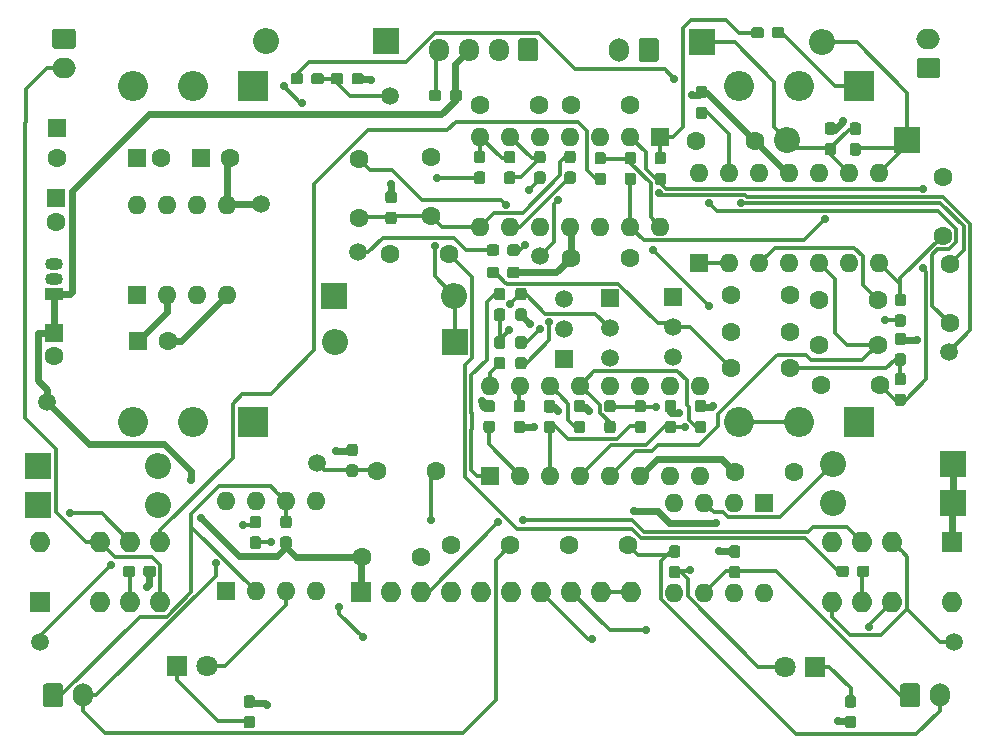
<source format=gbr>
G04 #@! TF.GenerationSoftware,KiCad,Pcbnew,(5.1.5-0-10_14)*
G04 #@! TF.CreationDate,2021-09-10T16:38:47+02:00*
G04 #@! TF.ProjectId,ms20verb,6d733230-7665-4726-922e-6b696361645f,rev?*
G04 #@! TF.SameCoordinates,Original*
G04 #@! TF.FileFunction,Copper,L4,Bot*
G04 #@! TF.FilePolarity,Positive*
%FSLAX46Y46*%
G04 Gerber Fmt 4.6, Leading zero omitted, Abs format (unit mm)*
G04 Created by KiCad (PCBNEW (5.1.5-0-10_14)) date 2021-09-10 16:38:47*
%MOMM*%
%LPD*%
G04 APERTURE LIST*
%ADD10C,0.100000*%
%ADD11R,1.500000X1.500000*%
%ADD12C,1.500000*%
%ADD13R,2.200000X2.200000*%
%ADD14O,2.200000X2.200000*%
%ADD15C,1.600000*%
%ADD16O,1.700000X2.000000*%
%ADD17O,1.700000X1.950000*%
%ADD18O,2.000000X1.700000*%
%ADD19O,2.540000X2.540000*%
%ADD20R,2.540000X2.540000*%
%ADD21R,1.600000X1.600000*%
%ADD22O,1.778000X1.778000*%
%ADD23R,1.778000X1.778000*%
%ADD24O,1.500000X1.050000*%
%ADD25R,1.500000X1.050000*%
%ADD26O,1.600000X1.600000*%
%ADD27C,1.800000*%
%ADD28R,1.800000X1.800000*%
%ADD29C,0.700000*%
%ADD30C,0.300000*%
%ADD31C,0.600000*%
G04 APERTURE END LIST*
G04 #@! TA.AperFunction,SMDPad,CuDef*
D10*
G36*
X100023279Y-95326144D02*
G01*
X100046334Y-95329563D01*
X100068943Y-95335227D01*
X100090887Y-95343079D01*
X100111957Y-95353044D01*
X100131948Y-95365026D01*
X100150668Y-95378910D01*
X100167938Y-95394562D01*
X100183590Y-95411832D01*
X100197474Y-95430552D01*
X100209456Y-95450543D01*
X100219421Y-95471613D01*
X100227273Y-95493557D01*
X100232937Y-95516166D01*
X100236356Y-95539221D01*
X100237500Y-95562500D01*
X100237500Y-96037500D01*
X100236356Y-96060779D01*
X100232937Y-96083834D01*
X100227273Y-96106443D01*
X100219421Y-96128387D01*
X100209456Y-96149457D01*
X100197474Y-96169448D01*
X100183590Y-96188168D01*
X100167938Y-96205438D01*
X100150668Y-96221090D01*
X100131948Y-96234974D01*
X100111957Y-96246956D01*
X100090887Y-96256921D01*
X100068943Y-96264773D01*
X100046334Y-96270437D01*
X100023279Y-96273856D01*
X100000000Y-96275000D01*
X99425000Y-96275000D01*
X99401721Y-96273856D01*
X99378666Y-96270437D01*
X99356057Y-96264773D01*
X99334113Y-96256921D01*
X99313043Y-96246956D01*
X99293052Y-96234974D01*
X99274332Y-96221090D01*
X99257062Y-96205438D01*
X99241410Y-96188168D01*
X99227526Y-96169448D01*
X99215544Y-96149457D01*
X99205579Y-96128387D01*
X99197727Y-96106443D01*
X99192063Y-96083834D01*
X99188644Y-96060779D01*
X99187500Y-96037500D01*
X99187500Y-95562500D01*
X99188644Y-95539221D01*
X99192063Y-95516166D01*
X99197727Y-95493557D01*
X99205579Y-95471613D01*
X99215544Y-95450543D01*
X99227526Y-95430552D01*
X99241410Y-95411832D01*
X99257062Y-95394562D01*
X99274332Y-95378910D01*
X99293052Y-95365026D01*
X99313043Y-95353044D01*
X99334113Y-95343079D01*
X99356057Y-95335227D01*
X99378666Y-95329563D01*
X99401721Y-95326144D01*
X99425000Y-95325000D01*
X100000000Y-95325000D01*
X100023279Y-95326144D01*
G37*
G04 #@! TD.AperFunction*
G04 #@! TA.AperFunction,SMDPad,CuDef*
G36*
X101773279Y-95326144D02*
G01*
X101796334Y-95329563D01*
X101818943Y-95335227D01*
X101840887Y-95343079D01*
X101861957Y-95353044D01*
X101881948Y-95365026D01*
X101900668Y-95378910D01*
X101917938Y-95394562D01*
X101933590Y-95411832D01*
X101947474Y-95430552D01*
X101959456Y-95450543D01*
X101969421Y-95471613D01*
X101977273Y-95493557D01*
X101982937Y-95516166D01*
X101986356Y-95539221D01*
X101987500Y-95562500D01*
X101987500Y-96037500D01*
X101986356Y-96060779D01*
X101982937Y-96083834D01*
X101977273Y-96106443D01*
X101969421Y-96128387D01*
X101959456Y-96149457D01*
X101947474Y-96169448D01*
X101933590Y-96188168D01*
X101917938Y-96205438D01*
X101900668Y-96221090D01*
X101881948Y-96234974D01*
X101861957Y-96246956D01*
X101840887Y-96256921D01*
X101818943Y-96264773D01*
X101796334Y-96270437D01*
X101773279Y-96273856D01*
X101750000Y-96275000D01*
X101175000Y-96275000D01*
X101151721Y-96273856D01*
X101128666Y-96270437D01*
X101106057Y-96264773D01*
X101084113Y-96256921D01*
X101063043Y-96246956D01*
X101043052Y-96234974D01*
X101024332Y-96221090D01*
X101007062Y-96205438D01*
X100991410Y-96188168D01*
X100977526Y-96169448D01*
X100965544Y-96149457D01*
X100955579Y-96128387D01*
X100947727Y-96106443D01*
X100942063Y-96083834D01*
X100938644Y-96060779D01*
X100937500Y-96037500D01*
X100937500Y-95562500D01*
X100938644Y-95539221D01*
X100942063Y-95516166D01*
X100947727Y-95493557D01*
X100955579Y-95471613D01*
X100965544Y-95450543D01*
X100977526Y-95430552D01*
X100991410Y-95411832D01*
X101007062Y-95394562D01*
X101024332Y-95378910D01*
X101043052Y-95365026D01*
X101063043Y-95353044D01*
X101084113Y-95343079D01*
X101106057Y-95335227D01*
X101128666Y-95329563D01*
X101151721Y-95326144D01*
X101175000Y-95325000D01*
X101750000Y-95325000D01*
X101773279Y-95326144D01*
G37*
G04 #@! TD.AperFunction*
G04 #@! TA.AperFunction,SMDPad,CuDef*
G36*
X88060779Y-112051144D02*
G01*
X88083834Y-112054563D01*
X88106443Y-112060227D01*
X88128387Y-112068079D01*
X88149457Y-112078044D01*
X88169448Y-112090026D01*
X88188168Y-112103910D01*
X88205438Y-112119562D01*
X88221090Y-112136832D01*
X88234974Y-112155552D01*
X88246956Y-112175543D01*
X88256921Y-112196613D01*
X88264773Y-112218557D01*
X88270437Y-112241166D01*
X88273856Y-112264221D01*
X88275000Y-112287500D01*
X88275000Y-112862500D01*
X88273856Y-112885779D01*
X88270437Y-112908834D01*
X88264773Y-112931443D01*
X88256921Y-112953387D01*
X88246956Y-112974457D01*
X88234974Y-112994448D01*
X88221090Y-113013168D01*
X88205438Y-113030438D01*
X88188168Y-113046090D01*
X88169448Y-113059974D01*
X88149457Y-113071956D01*
X88128387Y-113081921D01*
X88106443Y-113089773D01*
X88083834Y-113095437D01*
X88060779Y-113098856D01*
X88037500Y-113100000D01*
X87562500Y-113100000D01*
X87539221Y-113098856D01*
X87516166Y-113095437D01*
X87493557Y-113089773D01*
X87471613Y-113081921D01*
X87450543Y-113071956D01*
X87430552Y-113059974D01*
X87411832Y-113046090D01*
X87394562Y-113030438D01*
X87378910Y-113013168D01*
X87365026Y-112994448D01*
X87353044Y-112974457D01*
X87343079Y-112953387D01*
X87335227Y-112931443D01*
X87329563Y-112908834D01*
X87326144Y-112885779D01*
X87325000Y-112862500D01*
X87325000Y-112287500D01*
X87326144Y-112264221D01*
X87329563Y-112241166D01*
X87335227Y-112218557D01*
X87343079Y-112196613D01*
X87353044Y-112175543D01*
X87365026Y-112155552D01*
X87378910Y-112136832D01*
X87394562Y-112119562D01*
X87411832Y-112103910D01*
X87430552Y-112090026D01*
X87450543Y-112078044D01*
X87471613Y-112068079D01*
X87493557Y-112060227D01*
X87516166Y-112054563D01*
X87539221Y-112051144D01*
X87562500Y-112050000D01*
X88037500Y-112050000D01*
X88060779Y-112051144D01*
G37*
G04 #@! TD.AperFunction*
G04 #@! TA.AperFunction,SMDPad,CuDef*
G36*
X88060779Y-110301144D02*
G01*
X88083834Y-110304563D01*
X88106443Y-110310227D01*
X88128387Y-110318079D01*
X88149457Y-110328044D01*
X88169448Y-110340026D01*
X88188168Y-110353910D01*
X88205438Y-110369562D01*
X88221090Y-110386832D01*
X88234974Y-110405552D01*
X88246956Y-110425543D01*
X88256921Y-110446613D01*
X88264773Y-110468557D01*
X88270437Y-110491166D01*
X88273856Y-110514221D01*
X88275000Y-110537500D01*
X88275000Y-111112500D01*
X88273856Y-111135779D01*
X88270437Y-111158834D01*
X88264773Y-111181443D01*
X88256921Y-111203387D01*
X88246956Y-111224457D01*
X88234974Y-111244448D01*
X88221090Y-111263168D01*
X88205438Y-111280438D01*
X88188168Y-111296090D01*
X88169448Y-111309974D01*
X88149457Y-111321956D01*
X88128387Y-111331921D01*
X88106443Y-111339773D01*
X88083834Y-111345437D01*
X88060779Y-111348856D01*
X88037500Y-111350000D01*
X87562500Y-111350000D01*
X87539221Y-111348856D01*
X87516166Y-111345437D01*
X87493557Y-111339773D01*
X87471613Y-111331921D01*
X87450543Y-111321956D01*
X87430552Y-111309974D01*
X87411832Y-111296090D01*
X87394562Y-111280438D01*
X87378910Y-111263168D01*
X87365026Y-111244448D01*
X87353044Y-111224457D01*
X87343079Y-111203387D01*
X87335227Y-111181443D01*
X87329563Y-111158834D01*
X87326144Y-111135779D01*
X87325000Y-111112500D01*
X87325000Y-110537500D01*
X87326144Y-110514221D01*
X87329563Y-110491166D01*
X87335227Y-110468557D01*
X87343079Y-110446613D01*
X87353044Y-110425543D01*
X87365026Y-110405552D01*
X87378910Y-110386832D01*
X87394562Y-110369562D01*
X87411832Y-110353910D01*
X87430552Y-110340026D01*
X87450543Y-110328044D01*
X87471613Y-110318079D01*
X87493557Y-110310227D01*
X87516166Y-110304563D01*
X87539221Y-110301144D01*
X87562500Y-110300000D01*
X88037500Y-110300000D01*
X88060779Y-110301144D01*
G37*
G04 #@! TD.AperFunction*
G04 #@! TA.AperFunction,SMDPad,CuDef*
G36*
X134460779Y-99351144D02*
G01*
X134483834Y-99354563D01*
X134506443Y-99360227D01*
X134528387Y-99368079D01*
X134549457Y-99378044D01*
X134569448Y-99390026D01*
X134588168Y-99403910D01*
X134605438Y-99419562D01*
X134621090Y-99436832D01*
X134634974Y-99455552D01*
X134646956Y-99475543D01*
X134656921Y-99496613D01*
X134664773Y-99518557D01*
X134670437Y-99541166D01*
X134673856Y-99564221D01*
X134675000Y-99587500D01*
X134675000Y-100162500D01*
X134673856Y-100185779D01*
X134670437Y-100208834D01*
X134664773Y-100231443D01*
X134656921Y-100253387D01*
X134646956Y-100274457D01*
X134634974Y-100294448D01*
X134621090Y-100313168D01*
X134605438Y-100330438D01*
X134588168Y-100346090D01*
X134569448Y-100359974D01*
X134549457Y-100371956D01*
X134528387Y-100381921D01*
X134506443Y-100389773D01*
X134483834Y-100395437D01*
X134460779Y-100398856D01*
X134437500Y-100400000D01*
X133962500Y-100400000D01*
X133939221Y-100398856D01*
X133916166Y-100395437D01*
X133893557Y-100389773D01*
X133871613Y-100381921D01*
X133850543Y-100371956D01*
X133830552Y-100359974D01*
X133811832Y-100346090D01*
X133794562Y-100330438D01*
X133778910Y-100313168D01*
X133765026Y-100294448D01*
X133753044Y-100274457D01*
X133743079Y-100253387D01*
X133735227Y-100231443D01*
X133729563Y-100208834D01*
X133726144Y-100185779D01*
X133725000Y-100162500D01*
X133725000Y-99587500D01*
X133726144Y-99564221D01*
X133729563Y-99541166D01*
X133735227Y-99518557D01*
X133743079Y-99496613D01*
X133753044Y-99475543D01*
X133765026Y-99455552D01*
X133778910Y-99436832D01*
X133794562Y-99419562D01*
X133811832Y-99403910D01*
X133830552Y-99390026D01*
X133850543Y-99378044D01*
X133871613Y-99368079D01*
X133893557Y-99360227D01*
X133916166Y-99354563D01*
X133939221Y-99351144D01*
X133962500Y-99350000D01*
X134437500Y-99350000D01*
X134460779Y-99351144D01*
G37*
G04 #@! TD.AperFunction*
G04 #@! TA.AperFunction,SMDPad,CuDef*
G36*
X134460779Y-97601144D02*
G01*
X134483834Y-97604563D01*
X134506443Y-97610227D01*
X134528387Y-97618079D01*
X134549457Y-97628044D01*
X134569448Y-97640026D01*
X134588168Y-97653910D01*
X134605438Y-97669562D01*
X134621090Y-97686832D01*
X134634974Y-97705552D01*
X134646956Y-97725543D01*
X134656921Y-97746613D01*
X134664773Y-97768557D01*
X134670437Y-97791166D01*
X134673856Y-97814221D01*
X134675000Y-97837500D01*
X134675000Y-98412500D01*
X134673856Y-98435779D01*
X134670437Y-98458834D01*
X134664773Y-98481443D01*
X134656921Y-98503387D01*
X134646956Y-98524457D01*
X134634974Y-98544448D01*
X134621090Y-98563168D01*
X134605438Y-98580438D01*
X134588168Y-98596090D01*
X134569448Y-98609974D01*
X134549457Y-98621956D01*
X134528387Y-98631921D01*
X134506443Y-98639773D01*
X134483834Y-98645437D01*
X134460779Y-98648856D01*
X134437500Y-98650000D01*
X133962500Y-98650000D01*
X133939221Y-98648856D01*
X133916166Y-98645437D01*
X133893557Y-98639773D01*
X133871613Y-98631921D01*
X133850543Y-98621956D01*
X133830552Y-98609974D01*
X133811832Y-98596090D01*
X133794562Y-98580438D01*
X133778910Y-98563168D01*
X133765026Y-98544448D01*
X133753044Y-98524457D01*
X133743079Y-98503387D01*
X133735227Y-98481443D01*
X133729563Y-98458834D01*
X133726144Y-98435779D01*
X133725000Y-98412500D01*
X133725000Y-97837500D01*
X133726144Y-97814221D01*
X133729563Y-97791166D01*
X133735227Y-97768557D01*
X133743079Y-97746613D01*
X133753044Y-97725543D01*
X133765026Y-97705552D01*
X133778910Y-97686832D01*
X133794562Y-97669562D01*
X133811832Y-97653910D01*
X133830552Y-97640026D01*
X133850543Y-97628044D01*
X133871613Y-97618079D01*
X133893557Y-97610227D01*
X133916166Y-97604563D01*
X133939221Y-97601144D01*
X133962500Y-97600000D01*
X134437500Y-97600000D01*
X134460779Y-97601144D01*
G37*
G04 #@! TD.AperFunction*
G04 #@! TA.AperFunction,SMDPad,CuDef*
G36*
X100560779Y-97101144D02*
G01*
X100583834Y-97104563D01*
X100606443Y-97110227D01*
X100628387Y-97118079D01*
X100649457Y-97128044D01*
X100669448Y-97140026D01*
X100688168Y-97153910D01*
X100705438Y-97169562D01*
X100721090Y-97186832D01*
X100734974Y-97205552D01*
X100746956Y-97225543D01*
X100756921Y-97246613D01*
X100764773Y-97268557D01*
X100770437Y-97291166D01*
X100773856Y-97314221D01*
X100775000Y-97337500D01*
X100775000Y-97912500D01*
X100773856Y-97935779D01*
X100770437Y-97958834D01*
X100764773Y-97981443D01*
X100756921Y-98003387D01*
X100746956Y-98024457D01*
X100734974Y-98044448D01*
X100721090Y-98063168D01*
X100705438Y-98080438D01*
X100688168Y-98096090D01*
X100669448Y-98109974D01*
X100649457Y-98121956D01*
X100628387Y-98131921D01*
X100606443Y-98139773D01*
X100583834Y-98145437D01*
X100560779Y-98148856D01*
X100537500Y-98150000D01*
X100062500Y-98150000D01*
X100039221Y-98148856D01*
X100016166Y-98145437D01*
X99993557Y-98139773D01*
X99971613Y-98131921D01*
X99950543Y-98121956D01*
X99930552Y-98109974D01*
X99911832Y-98096090D01*
X99894562Y-98080438D01*
X99878910Y-98063168D01*
X99865026Y-98044448D01*
X99853044Y-98024457D01*
X99843079Y-98003387D01*
X99835227Y-97981443D01*
X99829563Y-97958834D01*
X99826144Y-97935779D01*
X99825000Y-97912500D01*
X99825000Y-97337500D01*
X99826144Y-97314221D01*
X99829563Y-97291166D01*
X99835227Y-97268557D01*
X99843079Y-97246613D01*
X99853044Y-97225543D01*
X99865026Y-97205552D01*
X99878910Y-97186832D01*
X99894562Y-97169562D01*
X99911832Y-97153910D01*
X99930552Y-97140026D01*
X99950543Y-97128044D01*
X99971613Y-97118079D01*
X99993557Y-97110227D01*
X100016166Y-97104563D01*
X100039221Y-97101144D01*
X100062500Y-97100000D01*
X100537500Y-97100000D01*
X100560779Y-97101144D01*
G37*
G04 #@! TD.AperFunction*
G04 #@! TA.AperFunction,SMDPad,CuDef*
G36*
X100560779Y-98851144D02*
G01*
X100583834Y-98854563D01*
X100606443Y-98860227D01*
X100628387Y-98868079D01*
X100649457Y-98878044D01*
X100669448Y-98890026D01*
X100688168Y-98903910D01*
X100705438Y-98919562D01*
X100721090Y-98936832D01*
X100734974Y-98955552D01*
X100746956Y-98975543D01*
X100756921Y-98996613D01*
X100764773Y-99018557D01*
X100770437Y-99041166D01*
X100773856Y-99064221D01*
X100775000Y-99087500D01*
X100775000Y-99662500D01*
X100773856Y-99685779D01*
X100770437Y-99708834D01*
X100764773Y-99731443D01*
X100756921Y-99753387D01*
X100746956Y-99774457D01*
X100734974Y-99794448D01*
X100721090Y-99813168D01*
X100705438Y-99830438D01*
X100688168Y-99846090D01*
X100669448Y-99859974D01*
X100649457Y-99871956D01*
X100628387Y-99881921D01*
X100606443Y-99889773D01*
X100583834Y-99895437D01*
X100560779Y-99898856D01*
X100537500Y-99900000D01*
X100062500Y-99900000D01*
X100039221Y-99898856D01*
X100016166Y-99895437D01*
X99993557Y-99889773D01*
X99971613Y-99881921D01*
X99950543Y-99871956D01*
X99930552Y-99859974D01*
X99911832Y-99846090D01*
X99894562Y-99830438D01*
X99878910Y-99813168D01*
X99865026Y-99794448D01*
X99853044Y-99774457D01*
X99843079Y-99753387D01*
X99835227Y-99731443D01*
X99829563Y-99708834D01*
X99826144Y-99685779D01*
X99825000Y-99662500D01*
X99825000Y-99087500D01*
X99826144Y-99064221D01*
X99829563Y-99041166D01*
X99835227Y-99018557D01*
X99843079Y-98996613D01*
X99853044Y-98975543D01*
X99865026Y-98955552D01*
X99878910Y-98936832D01*
X99894562Y-98919562D01*
X99911832Y-98903910D01*
X99930552Y-98890026D01*
X99950543Y-98878044D01*
X99971613Y-98868079D01*
X99993557Y-98860227D01*
X100016166Y-98854563D01*
X100039221Y-98851144D01*
X100062500Y-98850000D01*
X100537500Y-98850000D01*
X100560779Y-98851144D01*
G37*
G04 #@! TD.AperFunction*
G04 #@! TA.AperFunction,SMDPad,CuDef*
G36*
X104775063Y-108363644D02*
G01*
X104798118Y-108367063D01*
X104820727Y-108372727D01*
X104842671Y-108380579D01*
X104863741Y-108390544D01*
X104883732Y-108402526D01*
X104902452Y-108416410D01*
X104919722Y-108432062D01*
X104935374Y-108449332D01*
X104949258Y-108468052D01*
X104961240Y-108488043D01*
X104971205Y-108509113D01*
X104979057Y-108531057D01*
X104984721Y-108553666D01*
X104988140Y-108576721D01*
X104989284Y-108600000D01*
X104989284Y-109175000D01*
X104988140Y-109198279D01*
X104984721Y-109221334D01*
X104979057Y-109243943D01*
X104971205Y-109265887D01*
X104961240Y-109286957D01*
X104949258Y-109306948D01*
X104935374Y-109325668D01*
X104919722Y-109342938D01*
X104902452Y-109358590D01*
X104883732Y-109372474D01*
X104863741Y-109384456D01*
X104842671Y-109394421D01*
X104820727Y-109402273D01*
X104798118Y-109407937D01*
X104775063Y-109411356D01*
X104751784Y-109412500D01*
X104276784Y-109412500D01*
X104253505Y-109411356D01*
X104230450Y-109407937D01*
X104207841Y-109402273D01*
X104185897Y-109394421D01*
X104164827Y-109384456D01*
X104144836Y-109372474D01*
X104126116Y-109358590D01*
X104108846Y-109342938D01*
X104093194Y-109325668D01*
X104079310Y-109306948D01*
X104067328Y-109286957D01*
X104057363Y-109265887D01*
X104049511Y-109243943D01*
X104043847Y-109221334D01*
X104040428Y-109198279D01*
X104039284Y-109175000D01*
X104039284Y-108600000D01*
X104040428Y-108576721D01*
X104043847Y-108553666D01*
X104049511Y-108531057D01*
X104057363Y-108509113D01*
X104067328Y-108488043D01*
X104079310Y-108468052D01*
X104093194Y-108449332D01*
X104108846Y-108432062D01*
X104126116Y-108416410D01*
X104144836Y-108402526D01*
X104164827Y-108390544D01*
X104185897Y-108380579D01*
X104207841Y-108372727D01*
X104230450Y-108367063D01*
X104253505Y-108363644D01*
X104276784Y-108362500D01*
X104751784Y-108362500D01*
X104775063Y-108363644D01*
G37*
G04 #@! TD.AperFunction*
G04 #@! TA.AperFunction,SMDPad,CuDef*
G36*
X104775063Y-106613644D02*
G01*
X104798118Y-106617063D01*
X104820727Y-106622727D01*
X104842671Y-106630579D01*
X104863741Y-106640544D01*
X104883732Y-106652526D01*
X104902452Y-106666410D01*
X104919722Y-106682062D01*
X104935374Y-106699332D01*
X104949258Y-106718052D01*
X104961240Y-106738043D01*
X104971205Y-106759113D01*
X104979057Y-106781057D01*
X104984721Y-106803666D01*
X104988140Y-106826721D01*
X104989284Y-106850000D01*
X104989284Y-107425000D01*
X104988140Y-107448279D01*
X104984721Y-107471334D01*
X104979057Y-107493943D01*
X104971205Y-107515887D01*
X104961240Y-107536957D01*
X104949258Y-107556948D01*
X104935374Y-107575668D01*
X104919722Y-107592938D01*
X104902452Y-107608590D01*
X104883732Y-107622474D01*
X104863741Y-107634456D01*
X104842671Y-107644421D01*
X104820727Y-107652273D01*
X104798118Y-107657937D01*
X104775063Y-107661356D01*
X104751784Y-107662500D01*
X104276784Y-107662500D01*
X104253505Y-107661356D01*
X104230450Y-107657937D01*
X104207841Y-107652273D01*
X104185897Y-107644421D01*
X104164827Y-107634456D01*
X104144836Y-107622474D01*
X104126116Y-107608590D01*
X104108846Y-107592938D01*
X104093194Y-107575668D01*
X104079310Y-107556948D01*
X104067328Y-107536957D01*
X104057363Y-107515887D01*
X104049511Y-107493943D01*
X104043847Y-107471334D01*
X104040428Y-107448279D01*
X104039284Y-107425000D01*
X104039284Y-106850000D01*
X104040428Y-106826721D01*
X104043847Y-106803666D01*
X104049511Y-106781057D01*
X104057363Y-106759113D01*
X104067328Y-106738043D01*
X104079310Y-106718052D01*
X104093194Y-106699332D01*
X104108846Y-106682062D01*
X104126116Y-106666410D01*
X104144836Y-106652526D01*
X104164827Y-106640544D01*
X104185897Y-106630579D01*
X104207841Y-106622727D01*
X104230450Y-106617063D01*
X104253505Y-106613644D01*
X104276784Y-106612500D01*
X104751784Y-106612500D01*
X104775063Y-106613644D01*
G37*
G04 #@! TD.AperFunction*
G04 #@! TA.AperFunction,SMDPad,CuDef*
G36*
X99660779Y-108338644D02*
G01*
X99683834Y-108342063D01*
X99706443Y-108347727D01*
X99728387Y-108355579D01*
X99749457Y-108365544D01*
X99769448Y-108377526D01*
X99788168Y-108391410D01*
X99805438Y-108407062D01*
X99821090Y-108424332D01*
X99834974Y-108443052D01*
X99846956Y-108463043D01*
X99856921Y-108484113D01*
X99864773Y-108506057D01*
X99870437Y-108528666D01*
X99873856Y-108551721D01*
X99875000Y-108575000D01*
X99875000Y-109150000D01*
X99873856Y-109173279D01*
X99870437Y-109196334D01*
X99864773Y-109218943D01*
X99856921Y-109240887D01*
X99846956Y-109261957D01*
X99834974Y-109281948D01*
X99821090Y-109300668D01*
X99805438Y-109317938D01*
X99788168Y-109333590D01*
X99769448Y-109347474D01*
X99749457Y-109359456D01*
X99728387Y-109369421D01*
X99706443Y-109377273D01*
X99683834Y-109382937D01*
X99660779Y-109386356D01*
X99637500Y-109387500D01*
X99162500Y-109387500D01*
X99139221Y-109386356D01*
X99116166Y-109382937D01*
X99093557Y-109377273D01*
X99071613Y-109369421D01*
X99050543Y-109359456D01*
X99030552Y-109347474D01*
X99011832Y-109333590D01*
X98994562Y-109317938D01*
X98978910Y-109300668D01*
X98965026Y-109281948D01*
X98953044Y-109261957D01*
X98943079Y-109240887D01*
X98935227Y-109218943D01*
X98929563Y-109196334D01*
X98926144Y-109173279D01*
X98925000Y-109150000D01*
X98925000Y-108575000D01*
X98926144Y-108551721D01*
X98929563Y-108528666D01*
X98935227Y-108506057D01*
X98943079Y-108484113D01*
X98953044Y-108463043D01*
X98965026Y-108443052D01*
X98978910Y-108424332D01*
X98994562Y-108407062D01*
X99011832Y-108391410D01*
X99030552Y-108377526D01*
X99050543Y-108365544D01*
X99071613Y-108355579D01*
X99093557Y-108347727D01*
X99116166Y-108342063D01*
X99139221Y-108338644D01*
X99162500Y-108337500D01*
X99637500Y-108337500D01*
X99660779Y-108338644D01*
G37*
G04 #@! TD.AperFunction*
G04 #@! TA.AperFunction,SMDPad,CuDef*
G36*
X99660779Y-106588644D02*
G01*
X99683834Y-106592063D01*
X99706443Y-106597727D01*
X99728387Y-106605579D01*
X99749457Y-106615544D01*
X99769448Y-106627526D01*
X99788168Y-106641410D01*
X99805438Y-106657062D01*
X99821090Y-106674332D01*
X99834974Y-106693052D01*
X99846956Y-106713043D01*
X99856921Y-106734113D01*
X99864773Y-106756057D01*
X99870437Y-106778666D01*
X99873856Y-106801721D01*
X99875000Y-106825000D01*
X99875000Y-107400000D01*
X99873856Y-107423279D01*
X99870437Y-107446334D01*
X99864773Y-107468943D01*
X99856921Y-107490887D01*
X99846956Y-107511957D01*
X99834974Y-107531948D01*
X99821090Y-107550668D01*
X99805438Y-107567938D01*
X99788168Y-107583590D01*
X99769448Y-107597474D01*
X99749457Y-107609456D01*
X99728387Y-107619421D01*
X99706443Y-107627273D01*
X99683834Y-107632937D01*
X99660779Y-107636356D01*
X99637500Y-107637500D01*
X99162500Y-107637500D01*
X99139221Y-107636356D01*
X99116166Y-107632937D01*
X99093557Y-107627273D01*
X99071613Y-107619421D01*
X99050543Y-107609456D01*
X99030552Y-107597474D01*
X99011832Y-107583590D01*
X98994562Y-107567938D01*
X98978910Y-107550668D01*
X98965026Y-107531948D01*
X98953044Y-107511957D01*
X98943079Y-107490887D01*
X98935227Y-107468943D01*
X98929563Y-107446334D01*
X98926144Y-107423279D01*
X98925000Y-107400000D01*
X98925000Y-106825000D01*
X98926144Y-106801721D01*
X98929563Y-106778666D01*
X98935227Y-106756057D01*
X98943079Y-106734113D01*
X98953044Y-106713043D01*
X98965026Y-106693052D01*
X98978910Y-106674332D01*
X98994562Y-106657062D01*
X99011832Y-106641410D01*
X99030552Y-106627526D01*
X99050543Y-106615544D01*
X99071613Y-106605579D01*
X99093557Y-106597727D01*
X99116166Y-106592063D01*
X99139221Y-106588644D01*
X99162500Y-106587500D01*
X99637500Y-106587500D01*
X99660779Y-106588644D01*
G37*
G04 #@! TD.AperFunction*
G04 #@! TA.AperFunction,SMDPad,CuDef*
G36*
X115003631Y-108351144D02*
G01*
X115026686Y-108354563D01*
X115049295Y-108360227D01*
X115071239Y-108368079D01*
X115092309Y-108378044D01*
X115112300Y-108390026D01*
X115131020Y-108403910D01*
X115148290Y-108419562D01*
X115163942Y-108436832D01*
X115177826Y-108455552D01*
X115189808Y-108475543D01*
X115199773Y-108496613D01*
X115207625Y-108518557D01*
X115213289Y-108541166D01*
X115216708Y-108564221D01*
X115217852Y-108587500D01*
X115217852Y-109162500D01*
X115216708Y-109185779D01*
X115213289Y-109208834D01*
X115207625Y-109231443D01*
X115199773Y-109253387D01*
X115189808Y-109274457D01*
X115177826Y-109294448D01*
X115163942Y-109313168D01*
X115148290Y-109330438D01*
X115131020Y-109346090D01*
X115112300Y-109359974D01*
X115092309Y-109371956D01*
X115071239Y-109381921D01*
X115049295Y-109389773D01*
X115026686Y-109395437D01*
X115003631Y-109398856D01*
X114980352Y-109400000D01*
X114505352Y-109400000D01*
X114482073Y-109398856D01*
X114459018Y-109395437D01*
X114436409Y-109389773D01*
X114414465Y-109381921D01*
X114393395Y-109371956D01*
X114373404Y-109359974D01*
X114354684Y-109346090D01*
X114337414Y-109330438D01*
X114321762Y-109313168D01*
X114307878Y-109294448D01*
X114295896Y-109274457D01*
X114285931Y-109253387D01*
X114278079Y-109231443D01*
X114272415Y-109208834D01*
X114268996Y-109185779D01*
X114267852Y-109162500D01*
X114267852Y-108587500D01*
X114268996Y-108564221D01*
X114272415Y-108541166D01*
X114278079Y-108518557D01*
X114285931Y-108496613D01*
X114295896Y-108475543D01*
X114307878Y-108455552D01*
X114321762Y-108436832D01*
X114337414Y-108419562D01*
X114354684Y-108403910D01*
X114373404Y-108390026D01*
X114393395Y-108378044D01*
X114414465Y-108368079D01*
X114436409Y-108360227D01*
X114459018Y-108354563D01*
X114482073Y-108351144D01*
X114505352Y-108350000D01*
X114980352Y-108350000D01*
X115003631Y-108351144D01*
G37*
G04 #@! TD.AperFunction*
G04 #@! TA.AperFunction,SMDPad,CuDef*
G36*
X115003631Y-106601144D02*
G01*
X115026686Y-106604563D01*
X115049295Y-106610227D01*
X115071239Y-106618079D01*
X115092309Y-106628044D01*
X115112300Y-106640026D01*
X115131020Y-106653910D01*
X115148290Y-106669562D01*
X115163942Y-106686832D01*
X115177826Y-106705552D01*
X115189808Y-106725543D01*
X115199773Y-106746613D01*
X115207625Y-106768557D01*
X115213289Y-106791166D01*
X115216708Y-106814221D01*
X115217852Y-106837500D01*
X115217852Y-107412500D01*
X115216708Y-107435779D01*
X115213289Y-107458834D01*
X115207625Y-107481443D01*
X115199773Y-107503387D01*
X115189808Y-107524457D01*
X115177826Y-107544448D01*
X115163942Y-107563168D01*
X115148290Y-107580438D01*
X115131020Y-107596090D01*
X115112300Y-107609974D01*
X115092309Y-107621956D01*
X115071239Y-107631921D01*
X115049295Y-107639773D01*
X115026686Y-107645437D01*
X115003631Y-107648856D01*
X114980352Y-107650000D01*
X114505352Y-107650000D01*
X114482073Y-107648856D01*
X114459018Y-107645437D01*
X114436409Y-107639773D01*
X114414465Y-107631921D01*
X114393395Y-107621956D01*
X114373404Y-107609974D01*
X114354684Y-107596090D01*
X114337414Y-107580438D01*
X114321762Y-107563168D01*
X114307878Y-107544448D01*
X114295896Y-107524457D01*
X114285931Y-107503387D01*
X114278079Y-107481443D01*
X114272415Y-107458834D01*
X114268996Y-107435779D01*
X114267852Y-107412500D01*
X114267852Y-106837500D01*
X114268996Y-106814221D01*
X114272415Y-106791166D01*
X114278079Y-106768557D01*
X114285931Y-106746613D01*
X114295896Y-106725543D01*
X114307878Y-106705552D01*
X114321762Y-106686832D01*
X114337414Y-106669562D01*
X114354684Y-106653910D01*
X114373404Y-106640026D01*
X114393395Y-106628044D01*
X114414465Y-106618079D01*
X114436409Y-106610227D01*
X114459018Y-106604563D01*
X114482073Y-106601144D01*
X114505352Y-106600000D01*
X114980352Y-106600000D01*
X115003631Y-106601144D01*
G37*
G04 #@! TD.AperFunction*
G04 #@! TA.AperFunction,SMDPad,CuDef*
G36*
X112446489Y-106601144D02*
G01*
X112469544Y-106604563D01*
X112492153Y-106610227D01*
X112514097Y-106618079D01*
X112535167Y-106628044D01*
X112555158Y-106640026D01*
X112573878Y-106653910D01*
X112591148Y-106669562D01*
X112606800Y-106686832D01*
X112620684Y-106705552D01*
X112632666Y-106725543D01*
X112642631Y-106746613D01*
X112650483Y-106768557D01*
X112656147Y-106791166D01*
X112659566Y-106814221D01*
X112660710Y-106837500D01*
X112660710Y-107412500D01*
X112659566Y-107435779D01*
X112656147Y-107458834D01*
X112650483Y-107481443D01*
X112642631Y-107503387D01*
X112632666Y-107524457D01*
X112620684Y-107544448D01*
X112606800Y-107563168D01*
X112591148Y-107580438D01*
X112573878Y-107596090D01*
X112555158Y-107609974D01*
X112535167Y-107621956D01*
X112514097Y-107631921D01*
X112492153Y-107639773D01*
X112469544Y-107645437D01*
X112446489Y-107648856D01*
X112423210Y-107650000D01*
X111948210Y-107650000D01*
X111924931Y-107648856D01*
X111901876Y-107645437D01*
X111879267Y-107639773D01*
X111857323Y-107631921D01*
X111836253Y-107621956D01*
X111816262Y-107609974D01*
X111797542Y-107596090D01*
X111780272Y-107580438D01*
X111764620Y-107563168D01*
X111750736Y-107544448D01*
X111738754Y-107524457D01*
X111728789Y-107503387D01*
X111720937Y-107481443D01*
X111715273Y-107458834D01*
X111711854Y-107435779D01*
X111710710Y-107412500D01*
X111710710Y-106837500D01*
X111711854Y-106814221D01*
X111715273Y-106791166D01*
X111720937Y-106768557D01*
X111728789Y-106746613D01*
X111738754Y-106725543D01*
X111750736Y-106705552D01*
X111764620Y-106686832D01*
X111780272Y-106669562D01*
X111797542Y-106653910D01*
X111816262Y-106640026D01*
X111836253Y-106628044D01*
X111857323Y-106618079D01*
X111879267Y-106610227D01*
X111901876Y-106604563D01*
X111924931Y-106601144D01*
X111948210Y-106600000D01*
X112423210Y-106600000D01*
X112446489Y-106601144D01*
G37*
G04 #@! TD.AperFunction*
G04 #@! TA.AperFunction,SMDPad,CuDef*
G36*
X112446489Y-108351144D02*
G01*
X112469544Y-108354563D01*
X112492153Y-108360227D01*
X112514097Y-108368079D01*
X112535167Y-108378044D01*
X112555158Y-108390026D01*
X112573878Y-108403910D01*
X112591148Y-108419562D01*
X112606800Y-108436832D01*
X112620684Y-108455552D01*
X112632666Y-108475543D01*
X112642631Y-108496613D01*
X112650483Y-108518557D01*
X112656147Y-108541166D01*
X112659566Y-108564221D01*
X112660710Y-108587500D01*
X112660710Y-109162500D01*
X112659566Y-109185779D01*
X112656147Y-109208834D01*
X112650483Y-109231443D01*
X112642631Y-109253387D01*
X112632666Y-109274457D01*
X112620684Y-109294448D01*
X112606800Y-109313168D01*
X112591148Y-109330438D01*
X112573878Y-109346090D01*
X112555158Y-109359974D01*
X112535167Y-109371956D01*
X112514097Y-109381921D01*
X112492153Y-109389773D01*
X112469544Y-109395437D01*
X112446489Y-109398856D01*
X112423210Y-109400000D01*
X111948210Y-109400000D01*
X111924931Y-109398856D01*
X111901876Y-109395437D01*
X111879267Y-109389773D01*
X111857323Y-109381921D01*
X111836253Y-109371956D01*
X111816262Y-109359974D01*
X111797542Y-109346090D01*
X111780272Y-109330438D01*
X111764620Y-109313168D01*
X111750736Y-109294448D01*
X111738754Y-109274457D01*
X111728789Y-109253387D01*
X111720937Y-109231443D01*
X111715273Y-109208834D01*
X111711854Y-109185779D01*
X111710710Y-109162500D01*
X111710710Y-108587500D01*
X111711854Y-108564221D01*
X111715273Y-108541166D01*
X111720937Y-108518557D01*
X111728789Y-108496613D01*
X111738754Y-108475543D01*
X111750736Y-108455552D01*
X111764620Y-108436832D01*
X111780272Y-108419562D01*
X111797542Y-108403910D01*
X111816262Y-108390026D01*
X111836253Y-108378044D01*
X111857323Y-108368079D01*
X111879267Y-108360227D01*
X111901876Y-108354563D01*
X111924931Y-108351144D01*
X111948210Y-108350000D01*
X112423210Y-108350000D01*
X112446489Y-108351144D01*
G37*
G04 #@! TD.AperFunction*
G04 #@! TA.AperFunction,SMDPad,CuDef*
G36*
X102360779Y-102951144D02*
G01*
X102383834Y-102954563D01*
X102406443Y-102960227D01*
X102428387Y-102968079D01*
X102449457Y-102978044D01*
X102469448Y-102990026D01*
X102488168Y-103003910D01*
X102505438Y-103019562D01*
X102521090Y-103036832D01*
X102534974Y-103055552D01*
X102546956Y-103075543D01*
X102556921Y-103096613D01*
X102564773Y-103118557D01*
X102570437Y-103141166D01*
X102573856Y-103164221D01*
X102575000Y-103187500D01*
X102575000Y-103762500D01*
X102573856Y-103785779D01*
X102570437Y-103808834D01*
X102564773Y-103831443D01*
X102556921Y-103853387D01*
X102546956Y-103874457D01*
X102534974Y-103894448D01*
X102521090Y-103913168D01*
X102505438Y-103930438D01*
X102488168Y-103946090D01*
X102469448Y-103959974D01*
X102449457Y-103971956D01*
X102428387Y-103981921D01*
X102406443Y-103989773D01*
X102383834Y-103995437D01*
X102360779Y-103998856D01*
X102337500Y-104000000D01*
X101862500Y-104000000D01*
X101839221Y-103998856D01*
X101816166Y-103995437D01*
X101793557Y-103989773D01*
X101771613Y-103981921D01*
X101750543Y-103971956D01*
X101730552Y-103959974D01*
X101711832Y-103946090D01*
X101694562Y-103930438D01*
X101678910Y-103913168D01*
X101665026Y-103894448D01*
X101653044Y-103874457D01*
X101643079Y-103853387D01*
X101635227Y-103831443D01*
X101629563Y-103808834D01*
X101626144Y-103785779D01*
X101625000Y-103762500D01*
X101625000Y-103187500D01*
X101626144Y-103164221D01*
X101629563Y-103141166D01*
X101635227Y-103118557D01*
X101643079Y-103096613D01*
X101653044Y-103075543D01*
X101665026Y-103055552D01*
X101678910Y-103036832D01*
X101694562Y-103019562D01*
X101711832Y-103003910D01*
X101730552Y-102990026D01*
X101750543Y-102978044D01*
X101771613Y-102968079D01*
X101793557Y-102960227D01*
X101816166Y-102954563D01*
X101839221Y-102951144D01*
X101862500Y-102950000D01*
X102337500Y-102950000D01*
X102360779Y-102951144D01*
G37*
G04 #@! TD.AperFunction*
G04 #@! TA.AperFunction,SMDPad,CuDef*
G36*
X102360779Y-101201144D02*
G01*
X102383834Y-101204563D01*
X102406443Y-101210227D01*
X102428387Y-101218079D01*
X102449457Y-101228044D01*
X102469448Y-101240026D01*
X102488168Y-101253910D01*
X102505438Y-101269562D01*
X102521090Y-101286832D01*
X102534974Y-101305552D01*
X102546956Y-101325543D01*
X102556921Y-101346613D01*
X102564773Y-101368557D01*
X102570437Y-101391166D01*
X102573856Y-101414221D01*
X102575000Y-101437500D01*
X102575000Y-102012500D01*
X102573856Y-102035779D01*
X102570437Y-102058834D01*
X102564773Y-102081443D01*
X102556921Y-102103387D01*
X102546956Y-102124457D01*
X102534974Y-102144448D01*
X102521090Y-102163168D01*
X102505438Y-102180438D01*
X102488168Y-102196090D01*
X102469448Y-102209974D01*
X102449457Y-102221956D01*
X102428387Y-102231921D01*
X102406443Y-102239773D01*
X102383834Y-102245437D01*
X102360779Y-102248856D01*
X102337500Y-102250000D01*
X101862500Y-102250000D01*
X101839221Y-102248856D01*
X101816166Y-102245437D01*
X101793557Y-102239773D01*
X101771613Y-102231921D01*
X101750543Y-102221956D01*
X101730552Y-102209974D01*
X101711832Y-102196090D01*
X101694562Y-102180438D01*
X101678910Y-102163168D01*
X101665026Y-102144448D01*
X101653044Y-102124457D01*
X101643079Y-102103387D01*
X101635227Y-102081443D01*
X101629563Y-102058834D01*
X101626144Y-102035779D01*
X101625000Y-102012500D01*
X101625000Y-101437500D01*
X101626144Y-101414221D01*
X101629563Y-101391166D01*
X101635227Y-101368557D01*
X101643079Y-101346613D01*
X101653044Y-101325543D01*
X101665026Y-101305552D01*
X101678910Y-101286832D01*
X101694562Y-101269562D01*
X101711832Y-101253910D01*
X101730552Y-101240026D01*
X101750543Y-101228044D01*
X101771613Y-101218079D01*
X101793557Y-101210227D01*
X101816166Y-101204563D01*
X101839221Y-101201144D01*
X101862500Y-101200000D01*
X102337500Y-101200000D01*
X102360779Y-101201144D01*
G37*
G04 #@! TD.AperFunction*
G04 #@! TA.AperFunction,SMDPad,CuDef*
G36*
X128560779Y-84838644D02*
G01*
X128583834Y-84842063D01*
X128606443Y-84847727D01*
X128628387Y-84855579D01*
X128649457Y-84865544D01*
X128669448Y-84877526D01*
X128688168Y-84891410D01*
X128705438Y-84907062D01*
X128721090Y-84924332D01*
X128734974Y-84943052D01*
X128746956Y-84963043D01*
X128756921Y-84984113D01*
X128764773Y-85006057D01*
X128770437Y-85028666D01*
X128773856Y-85051721D01*
X128775000Y-85075000D01*
X128775000Y-85650000D01*
X128773856Y-85673279D01*
X128770437Y-85696334D01*
X128764773Y-85718943D01*
X128756921Y-85740887D01*
X128746956Y-85761957D01*
X128734974Y-85781948D01*
X128721090Y-85800668D01*
X128705438Y-85817938D01*
X128688168Y-85833590D01*
X128669448Y-85847474D01*
X128649457Y-85859456D01*
X128628387Y-85869421D01*
X128606443Y-85877273D01*
X128583834Y-85882937D01*
X128560779Y-85886356D01*
X128537500Y-85887500D01*
X128062500Y-85887500D01*
X128039221Y-85886356D01*
X128016166Y-85882937D01*
X127993557Y-85877273D01*
X127971613Y-85869421D01*
X127950543Y-85859456D01*
X127930552Y-85847474D01*
X127911832Y-85833590D01*
X127894562Y-85817938D01*
X127878910Y-85800668D01*
X127865026Y-85781948D01*
X127853044Y-85761957D01*
X127843079Y-85740887D01*
X127835227Y-85718943D01*
X127829563Y-85696334D01*
X127826144Y-85673279D01*
X127825000Y-85650000D01*
X127825000Y-85075000D01*
X127826144Y-85051721D01*
X127829563Y-85028666D01*
X127835227Y-85006057D01*
X127843079Y-84984113D01*
X127853044Y-84963043D01*
X127865026Y-84943052D01*
X127878910Y-84924332D01*
X127894562Y-84907062D01*
X127911832Y-84891410D01*
X127930552Y-84877526D01*
X127950543Y-84865544D01*
X127971613Y-84855579D01*
X127993557Y-84847727D01*
X128016166Y-84842063D01*
X128039221Y-84838644D01*
X128062500Y-84837500D01*
X128537500Y-84837500D01*
X128560779Y-84838644D01*
G37*
G04 #@! TD.AperFunction*
G04 #@! TA.AperFunction,SMDPad,CuDef*
G36*
X128560779Y-83088644D02*
G01*
X128583834Y-83092063D01*
X128606443Y-83097727D01*
X128628387Y-83105579D01*
X128649457Y-83115544D01*
X128669448Y-83127526D01*
X128688168Y-83141410D01*
X128705438Y-83157062D01*
X128721090Y-83174332D01*
X128734974Y-83193052D01*
X128746956Y-83213043D01*
X128756921Y-83234113D01*
X128764773Y-83256057D01*
X128770437Y-83278666D01*
X128773856Y-83301721D01*
X128775000Y-83325000D01*
X128775000Y-83900000D01*
X128773856Y-83923279D01*
X128770437Y-83946334D01*
X128764773Y-83968943D01*
X128756921Y-83990887D01*
X128746956Y-84011957D01*
X128734974Y-84031948D01*
X128721090Y-84050668D01*
X128705438Y-84067938D01*
X128688168Y-84083590D01*
X128669448Y-84097474D01*
X128649457Y-84109456D01*
X128628387Y-84119421D01*
X128606443Y-84127273D01*
X128583834Y-84132937D01*
X128560779Y-84136356D01*
X128537500Y-84137500D01*
X128062500Y-84137500D01*
X128039221Y-84136356D01*
X128016166Y-84132937D01*
X127993557Y-84127273D01*
X127971613Y-84119421D01*
X127950543Y-84109456D01*
X127930552Y-84097474D01*
X127911832Y-84083590D01*
X127894562Y-84067938D01*
X127878910Y-84050668D01*
X127865026Y-84031948D01*
X127853044Y-84011957D01*
X127843079Y-83990887D01*
X127835227Y-83968943D01*
X127829563Y-83946334D01*
X127826144Y-83923279D01*
X127825000Y-83900000D01*
X127825000Y-83325000D01*
X127826144Y-83301721D01*
X127829563Y-83278666D01*
X127835227Y-83256057D01*
X127843079Y-83234113D01*
X127853044Y-83213043D01*
X127865026Y-83193052D01*
X127878910Y-83174332D01*
X127894562Y-83157062D01*
X127911832Y-83141410D01*
X127930552Y-83127526D01*
X127950543Y-83115544D01*
X127971613Y-83105579D01*
X127993557Y-83097727D01*
X128016166Y-83092063D01*
X128039221Y-83088644D01*
X128062500Y-83087500D01*
X128537500Y-83087500D01*
X128560779Y-83088644D01*
G37*
G04 #@! TD.AperFunction*
G04 #@! TA.AperFunction,SMDPad,CuDef*
G36*
X130660779Y-83101144D02*
G01*
X130683834Y-83104563D01*
X130706443Y-83110227D01*
X130728387Y-83118079D01*
X130749457Y-83128044D01*
X130769448Y-83140026D01*
X130788168Y-83153910D01*
X130805438Y-83169562D01*
X130821090Y-83186832D01*
X130834974Y-83205552D01*
X130846956Y-83225543D01*
X130856921Y-83246613D01*
X130864773Y-83268557D01*
X130870437Y-83291166D01*
X130873856Y-83314221D01*
X130875000Y-83337500D01*
X130875000Y-83912500D01*
X130873856Y-83935779D01*
X130870437Y-83958834D01*
X130864773Y-83981443D01*
X130856921Y-84003387D01*
X130846956Y-84024457D01*
X130834974Y-84044448D01*
X130821090Y-84063168D01*
X130805438Y-84080438D01*
X130788168Y-84096090D01*
X130769448Y-84109974D01*
X130749457Y-84121956D01*
X130728387Y-84131921D01*
X130706443Y-84139773D01*
X130683834Y-84145437D01*
X130660779Y-84148856D01*
X130637500Y-84150000D01*
X130162500Y-84150000D01*
X130139221Y-84148856D01*
X130116166Y-84145437D01*
X130093557Y-84139773D01*
X130071613Y-84131921D01*
X130050543Y-84121956D01*
X130030552Y-84109974D01*
X130011832Y-84096090D01*
X129994562Y-84080438D01*
X129978910Y-84063168D01*
X129965026Y-84044448D01*
X129953044Y-84024457D01*
X129943079Y-84003387D01*
X129935227Y-83981443D01*
X129929563Y-83958834D01*
X129926144Y-83935779D01*
X129925000Y-83912500D01*
X129925000Y-83337500D01*
X129926144Y-83314221D01*
X129929563Y-83291166D01*
X129935227Y-83268557D01*
X129943079Y-83246613D01*
X129953044Y-83225543D01*
X129965026Y-83205552D01*
X129978910Y-83186832D01*
X129994562Y-83169562D01*
X130011832Y-83153910D01*
X130030552Y-83140026D01*
X130050543Y-83128044D01*
X130071613Y-83118079D01*
X130093557Y-83110227D01*
X130116166Y-83104563D01*
X130139221Y-83101144D01*
X130162500Y-83100000D01*
X130637500Y-83100000D01*
X130660779Y-83101144D01*
G37*
G04 #@! TD.AperFunction*
G04 #@! TA.AperFunction,SMDPad,CuDef*
G36*
X130660779Y-84851144D02*
G01*
X130683834Y-84854563D01*
X130706443Y-84860227D01*
X130728387Y-84868079D01*
X130749457Y-84878044D01*
X130769448Y-84890026D01*
X130788168Y-84903910D01*
X130805438Y-84919562D01*
X130821090Y-84936832D01*
X130834974Y-84955552D01*
X130846956Y-84975543D01*
X130856921Y-84996613D01*
X130864773Y-85018557D01*
X130870437Y-85041166D01*
X130873856Y-85064221D01*
X130875000Y-85087500D01*
X130875000Y-85662500D01*
X130873856Y-85685779D01*
X130870437Y-85708834D01*
X130864773Y-85731443D01*
X130856921Y-85753387D01*
X130846956Y-85774457D01*
X130834974Y-85794448D01*
X130821090Y-85813168D01*
X130805438Y-85830438D01*
X130788168Y-85846090D01*
X130769448Y-85859974D01*
X130749457Y-85871956D01*
X130728387Y-85881921D01*
X130706443Y-85889773D01*
X130683834Y-85895437D01*
X130660779Y-85898856D01*
X130637500Y-85900000D01*
X130162500Y-85900000D01*
X130139221Y-85898856D01*
X130116166Y-85895437D01*
X130093557Y-85889773D01*
X130071613Y-85881921D01*
X130050543Y-85871956D01*
X130030552Y-85859974D01*
X130011832Y-85846090D01*
X129994562Y-85830438D01*
X129978910Y-85813168D01*
X129965026Y-85794448D01*
X129953044Y-85774457D01*
X129943079Y-85753387D01*
X129935227Y-85731443D01*
X129929563Y-85708834D01*
X129926144Y-85685779D01*
X129925000Y-85662500D01*
X129925000Y-85087500D01*
X129926144Y-85064221D01*
X129929563Y-85041166D01*
X129935227Y-85018557D01*
X129943079Y-84996613D01*
X129953044Y-84975543D01*
X129965026Y-84955552D01*
X129978910Y-84936832D01*
X129994562Y-84919562D01*
X130011832Y-84903910D01*
X130030552Y-84890026D01*
X130050543Y-84878044D01*
X130071613Y-84868079D01*
X130093557Y-84860227D01*
X130116166Y-84854563D01*
X130139221Y-84851144D01*
X130162500Y-84850000D01*
X130637500Y-84850000D01*
X130660779Y-84851144D01*
G37*
G04 #@! TD.AperFunction*
G04 #@! TA.AperFunction,SMDPad,CuDef*
G36*
X117660779Y-81751144D02*
G01*
X117683834Y-81754563D01*
X117706443Y-81760227D01*
X117728387Y-81768079D01*
X117749457Y-81778044D01*
X117769448Y-81790026D01*
X117788168Y-81803910D01*
X117805438Y-81819562D01*
X117821090Y-81836832D01*
X117834974Y-81855552D01*
X117846956Y-81875543D01*
X117856921Y-81896613D01*
X117864773Y-81918557D01*
X117870437Y-81941166D01*
X117873856Y-81964221D01*
X117875000Y-81987500D01*
X117875000Y-82562500D01*
X117873856Y-82585779D01*
X117870437Y-82608834D01*
X117864773Y-82631443D01*
X117856921Y-82653387D01*
X117846956Y-82674457D01*
X117834974Y-82694448D01*
X117821090Y-82713168D01*
X117805438Y-82730438D01*
X117788168Y-82746090D01*
X117769448Y-82759974D01*
X117749457Y-82771956D01*
X117728387Y-82781921D01*
X117706443Y-82789773D01*
X117683834Y-82795437D01*
X117660779Y-82798856D01*
X117637500Y-82800000D01*
X117162500Y-82800000D01*
X117139221Y-82798856D01*
X117116166Y-82795437D01*
X117093557Y-82789773D01*
X117071613Y-82781921D01*
X117050543Y-82771956D01*
X117030552Y-82759974D01*
X117011832Y-82746090D01*
X116994562Y-82730438D01*
X116978910Y-82713168D01*
X116965026Y-82694448D01*
X116953044Y-82674457D01*
X116943079Y-82653387D01*
X116935227Y-82631443D01*
X116929563Y-82608834D01*
X116926144Y-82585779D01*
X116925000Y-82562500D01*
X116925000Y-81987500D01*
X116926144Y-81964221D01*
X116929563Y-81941166D01*
X116935227Y-81918557D01*
X116943079Y-81896613D01*
X116953044Y-81875543D01*
X116965026Y-81855552D01*
X116978910Y-81836832D01*
X116994562Y-81819562D01*
X117011832Y-81803910D01*
X117030552Y-81790026D01*
X117050543Y-81778044D01*
X117071613Y-81768079D01*
X117093557Y-81760227D01*
X117116166Y-81754563D01*
X117139221Y-81751144D01*
X117162500Y-81750000D01*
X117637500Y-81750000D01*
X117660779Y-81751144D01*
G37*
G04 #@! TD.AperFunction*
G04 #@! TA.AperFunction,SMDPad,CuDef*
G36*
X117660779Y-80001144D02*
G01*
X117683834Y-80004563D01*
X117706443Y-80010227D01*
X117728387Y-80018079D01*
X117749457Y-80028044D01*
X117769448Y-80040026D01*
X117788168Y-80053910D01*
X117805438Y-80069562D01*
X117821090Y-80086832D01*
X117834974Y-80105552D01*
X117846956Y-80125543D01*
X117856921Y-80146613D01*
X117864773Y-80168557D01*
X117870437Y-80191166D01*
X117873856Y-80214221D01*
X117875000Y-80237500D01*
X117875000Y-80812500D01*
X117873856Y-80835779D01*
X117870437Y-80858834D01*
X117864773Y-80881443D01*
X117856921Y-80903387D01*
X117846956Y-80924457D01*
X117834974Y-80944448D01*
X117821090Y-80963168D01*
X117805438Y-80980438D01*
X117788168Y-80996090D01*
X117769448Y-81009974D01*
X117749457Y-81021956D01*
X117728387Y-81031921D01*
X117706443Y-81039773D01*
X117683834Y-81045437D01*
X117660779Y-81048856D01*
X117637500Y-81050000D01*
X117162500Y-81050000D01*
X117139221Y-81048856D01*
X117116166Y-81045437D01*
X117093557Y-81039773D01*
X117071613Y-81031921D01*
X117050543Y-81021956D01*
X117030552Y-81009974D01*
X117011832Y-80996090D01*
X116994562Y-80980438D01*
X116978910Y-80963168D01*
X116965026Y-80944448D01*
X116953044Y-80924457D01*
X116943079Y-80903387D01*
X116935227Y-80881443D01*
X116929563Y-80858834D01*
X116926144Y-80835779D01*
X116925000Y-80812500D01*
X116925000Y-80237500D01*
X116926144Y-80214221D01*
X116929563Y-80191166D01*
X116935227Y-80168557D01*
X116943079Y-80146613D01*
X116953044Y-80125543D01*
X116965026Y-80105552D01*
X116978910Y-80086832D01*
X116994562Y-80069562D01*
X117011832Y-80053910D01*
X117030552Y-80040026D01*
X117050543Y-80028044D01*
X117071613Y-80018079D01*
X117093557Y-80010227D01*
X117116166Y-80004563D01*
X117139221Y-80001144D01*
X117162500Y-80000000D01*
X117637500Y-80000000D01*
X117660779Y-80001144D01*
G37*
G04 #@! TD.AperFunction*
G04 #@! TA.AperFunction,SMDPad,CuDef*
G36*
X100560779Y-102951144D02*
G01*
X100583834Y-102954563D01*
X100606443Y-102960227D01*
X100628387Y-102968079D01*
X100649457Y-102978044D01*
X100669448Y-102990026D01*
X100688168Y-103003910D01*
X100705438Y-103019562D01*
X100721090Y-103036832D01*
X100734974Y-103055552D01*
X100746956Y-103075543D01*
X100756921Y-103096613D01*
X100764773Y-103118557D01*
X100770437Y-103141166D01*
X100773856Y-103164221D01*
X100775000Y-103187500D01*
X100775000Y-103762500D01*
X100773856Y-103785779D01*
X100770437Y-103808834D01*
X100764773Y-103831443D01*
X100756921Y-103853387D01*
X100746956Y-103874457D01*
X100734974Y-103894448D01*
X100721090Y-103913168D01*
X100705438Y-103930438D01*
X100688168Y-103946090D01*
X100669448Y-103959974D01*
X100649457Y-103971956D01*
X100628387Y-103981921D01*
X100606443Y-103989773D01*
X100583834Y-103995437D01*
X100560779Y-103998856D01*
X100537500Y-104000000D01*
X100062500Y-104000000D01*
X100039221Y-103998856D01*
X100016166Y-103995437D01*
X99993557Y-103989773D01*
X99971613Y-103981921D01*
X99950543Y-103971956D01*
X99930552Y-103959974D01*
X99911832Y-103946090D01*
X99894562Y-103930438D01*
X99878910Y-103913168D01*
X99865026Y-103894448D01*
X99853044Y-103874457D01*
X99843079Y-103853387D01*
X99835227Y-103831443D01*
X99829563Y-103808834D01*
X99826144Y-103785779D01*
X99825000Y-103762500D01*
X99825000Y-103187500D01*
X99826144Y-103164221D01*
X99829563Y-103141166D01*
X99835227Y-103118557D01*
X99843079Y-103096613D01*
X99853044Y-103075543D01*
X99865026Y-103055552D01*
X99878910Y-103036832D01*
X99894562Y-103019562D01*
X99911832Y-103003910D01*
X99930552Y-102990026D01*
X99950543Y-102978044D01*
X99971613Y-102968079D01*
X99993557Y-102960227D01*
X100016166Y-102954563D01*
X100039221Y-102951144D01*
X100062500Y-102950000D01*
X100537500Y-102950000D01*
X100560779Y-102951144D01*
G37*
G04 #@! TD.AperFunction*
G04 #@! TA.AperFunction,SMDPad,CuDef*
G36*
X100560779Y-101201144D02*
G01*
X100583834Y-101204563D01*
X100606443Y-101210227D01*
X100628387Y-101218079D01*
X100649457Y-101228044D01*
X100669448Y-101240026D01*
X100688168Y-101253910D01*
X100705438Y-101269562D01*
X100721090Y-101286832D01*
X100734974Y-101305552D01*
X100746956Y-101325543D01*
X100756921Y-101346613D01*
X100764773Y-101368557D01*
X100770437Y-101391166D01*
X100773856Y-101414221D01*
X100775000Y-101437500D01*
X100775000Y-102012500D01*
X100773856Y-102035779D01*
X100770437Y-102058834D01*
X100764773Y-102081443D01*
X100756921Y-102103387D01*
X100746956Y-102124457D01*
X100734974Y-102144448D01*
X100721090Y-102163168D01*
X100705438Y-102180438D01*
X100688168Y-102196090D01*
X100669448Y-102209974D01*
X100649457Y-102221956D01*
X100628387Y-102231921D01*
X100606443Y-102239773D01*
X100583834Y-102245437D01*
X100560779Y-102248856D01*
X100537500Y-102250000D01*
X100062500Y-102250000D01*
X100039221Y-102248856D01*
X100016166Y-102245437D01*
X99993557Y-102239773D01*
X99971613Y-102231921D01*
X99950543Y-102221956D01*
X99930552Y-102209974D01*
X99911832Y-102196090D01*
X99894562Y-102180438D01*
X99878910Y-102163168D01*
X99865026Y-102144448D01*
X99853044Y-102124457D01*
X99843079Y-102103387D01*
X99835227Y-102081443D01*
X99829563Y-102058834D01*
X99826144Y-102035779D01*
X99825000Y-102012500D01*
X99825000Y-101437500D01*
X99826144Y-101414221D01*
X99829563Y-101391166D01*
X99835227Y-101368557D01*
X99843079Y-101346613D01*
X99853044Y-101325543D01*
X99865026Y-101305552D01*
X99878910Y-101286832D01*
X99894562Y-101269562D01*
X99911832Y-101253910D01*
X99930552Y-101240026D01*
X99950543Y-101228044D01*
X99971613Y-101218079D01*
X99993557Y-101210227D01*
X100016166Y-101204563D01*
X100039221Y-101201144D01*
X100062500Y-101200000D01*
X100537500Y-101200000D01*
X100560779Y-101201144D01*
G37*
G04 #@! TD.AperFunction*
G04 #@! TA.AperFunction,SMDPad,CuDef*
G36*
X102360779Y-97101144D02*
G01*
X102383834Y-97104563D01*
X102406443Y-97110227D01*
X102428387Y-97118079D01*
X102449457Y-97128044D01*
X102469448Y-97140026D01*
X102488168Y-97153910D01*
X102505438Y-97169562D01*
X102521090Y-97186832D01*
X102534974Y-97205552D01*
X102546956Y-97225543D01*
X102556921Y-97246613D01*
X102564773Y-97268557D01*
X102570437Y-97291166D01*
X102573856Y-97314221D01*
X102575000Y-97337500D01*
X102575000Y-97912500D01*
X102573856Y-97935779D01*
X102570437Y-97958834D01*
X102564773Y-97981443D01*
X102556921Y-98003387D01*
X102546956Y-98024457D01*
X102534974Y-98044448D01*
X102521090Y-98063168D01*
X102505438Y-98080438D01*
X102488168Y-98096090D01*
X102469448Y-98109974D01*
X102449457Y-98121956D01*
X102428387Y-98131921D01*
X102406443Y-98139773D01*
X102383834Y-98145437D01*
X102360779Y-98148856D01*
X102337500Y-98150000D01*
X101862500Y-98150000D01*
X101839221Y-98148856D01*
X101816166Y-98145437D01*
X101793557Y-98139773D01*
X101771613Y-98131921D01*
X101750543Y-98121956D01*
X101730552Y-98109974D01*
X101711832Y-98096090D01*
X101694562Y-98080438D01*
X101678910Y-98063168D01*
X101665026Y-98044448D01*
X101653044Y-98024457D01*
X101643079Y-98003387D01*
X101635227Y-97981443D01*
X101629563Y-97958834D01*
X101626144Y-97935779D01*
X101625000Y-97912500D01*
X101625000Y-97337500D01*
X101626144Y-97314221D01*
X101629563Y-97291166D01*
X101635227Y-97268557D01*
X101643079Y-97246613D01*
X101653044Y-97225543D01*
X101665026Y-97205552D01*
X101678910Y-97186832D01*
X101694562Y-97169562D01*
X101711832Y-97153910D01*
X101730552Y-97140026D01*
X101750543Y-97128044D01*
X101771613Y-97118079D01*
X101793557Y-97110227D01*
X101816166Y-97104563D01*
X101839221Y-97101144D01*
X101862500Y-97100000D01*
X102337500Y-97100000D01*
X102360779Y-97101144D01*
G37*
G04 #@! TD.AperFunction*
G04 #@! TA.AperFunction,SMDPad,CuDef*
G36*
X102360779Y-98851144D02*
G01*
X102383834Y-98854563D01*
X102406443Y-98860227D01*
X102428387Y-98868079D01*
X102449457Y-98878044D01*
X102469448Y-98890026D01*
X102488168Y-98903910D01*
X102505438Y-98919562D01*
X102521090Y-98936832D01*
X102534974Y-98955552D01*
X102546956Y-98975543D01*
X102556921Y-98996613D01*
X102564773Y-99018557D01*
X102570437Y-99041166D01*
X102573856Y-99064221D01*
X102575000Y-99087500D01*
X102575000Y-99662500D01*
X102573856Y-99685779D01*
X102570437Y-99708834D01*
X102564773Y-99731443D01*
X102556921Y-99753387D01*
X102546956Y-99774457D01*
X102534974Y-99794448D01*
X102521090Y-99813168D01*
X102505438Y-99830438D01*
X102488168Y-99846090D01*
X102469448Y-99859974D01*
X102449457Y-99871956D01*
X102428387Y-99881921D01*
X102406443Y-99889773D01*
X102383834Y-99895437D01*
X102360779Y-99898856D01*
X102337500Y-99900000D01*
X101862500Y-99900000D01*
X101839221Y-99898856D01*
X101816166Y-99895437D01*
X101793557Y-99889773D01*
X101771613Y-99881921D01*
X101750543Y-99871956D01*
X101730552Y-99859974D01*
X101711832Y-99846090D01*
X101694562Y-99830438D01*
X101678910Y-99813168D01*
X101665026Y-99794448D01*
X101653044Y-99774457D01*
X101643079Y-99753387D01*
X101635227Y-99731443D01*
X101629563Y-99708834D01*
X101626144Y-99685779D01*
X101625000Y-99662500D01*
X101625000Y-99087500D01*
X101626144Y-99064221D01*
X101629563Y-99041166D01*
X101635227Y-99018557D01*
X101643079Y-98996613D01*
X101653044Y-98975543D01*
X101665026Y-98955552D01*
X101678910Y-98936832D01*
X101694562Y-98919562D01*
X101711832Y-98903910D01*
X101730552Y-98890026D01*
X101750543Y-98878044D01*
X101771613Y-98868079D01*
X101793557Y-98860227D01*
X101816166Y-98854563D01*
X101839221Y-98851144D01*
X101862500Y-98850000D01*
X102337500Y-98850000D01*
X102360779Y-98851144D01*
G37*
G04 #@! TD.AperFunction*
G04 #@! TA.AperFunction,SMDPad,CuDef*
G36*
X109889347Y-108351144D02*
G01*
X109912402Y-108354563D01*
X109935011Y-108360227D01*
X109956955Y-108368079D01*
X109978025Y-108378044D01*
X109998016Y-108390026D01*
X110016736Y-108403910D01*
X110034006Y-108419562D01*
X110049658Y-108436832D01*
X110063542Y-108455552D01*
X110075524Y-108475543D01*
X110085489Y-108496613D01*
X110093341Y-108518557D01*
X110099005Y-108541166D01*
X110102424Y-108564221D01*
X110103568Y-108587500D01*
X110103568Y-109162500D01*
X110102424Y-109185779D01*
X110099005Y-109208834D01*
X110093341Y-109231443D01*
X110085489Y-109253387D01*
X110075524Y-109274457D01*
X110063542Y-109294448D01*
X110049658Y-109313168D01*
X110034006Y-109330438D01*
X110016736Y-109346090D01*
X109998016Y-109359974D01*
X109978025Y-109371956D01*
X109956955Y-109381921D01*
X109935011Y-109389773D01*
X109912402Y-109395437D01*
X109889347Y-109398856D01*
X109866068Y-109400000D01*
X109391068Y-109400000D01*
X109367789Y-109398856D01*
X109344734Y-109395437D01*
X109322125Y-109389773D01*
X109300181Y-109381921D01*
X109279111Y-109371956D01*
X109259120Y-109359974D01*
X109240400Y-109346090D01*
X109223130Y-109330438D01*
X109207478Y-109313168D01*
X109193594Y-109294448D01*
X109181612Y-109274457D01*
X109171647Y-109253387D01*
X109163795Y-109231443D01*
X109158131Y-109208834D01*
X109154712Y-109185779D01*
X109153568Y-109162500D01*
X109153568Y-108587500D01*
X109154712Y-108564221D01*
X109158131Y-108541166D01*
X109163795Y-108518557D01*
X109171647Y-108496613D01*
X109181612Y-108475543D01*
X109193594Y-108455552D01*
X109207478Y-108436832D01*
X109223130Y-108419562D01*
X109240400Y-108403910D01*
X109259120Y-108390026D01*
X109279111Y-108378044D01*
X109300181Y-108368079D01*
X109322125Y-108360227D01*
X109344734Y-108354563D01*
X109367789Y-108351144D01*
X109391068Y-108350000D01*
X109866068Y-108350000D01*
X109889347Y-108351144D01*
G37*
G04 #@! TD.AperFunction*
G04 #@! TA.AperFunction,SMDPad,CuDef*
G36*
X109889347Y-106601144D02*
G01*
X109912402Y-106604563D01*
X109935011Y-106610227D01*
X109956955Y-106618079D01*
X109978025Y-106628044D01*
X109998016Y-106640026D01*
X110016736Y-106653910D01*
X110034006Y-106669562D01*
X110049658Y-106686832D01*
X110063542Y-106705552D01*
X110075524Y-106725543D01*
X110085489Y-106746613D01*
X110093341Y-106768557D01*
X110099005Y-106791166D01*
X110102424Y-106814221D01*
X110103568Y-106837500D01*
X110103568Y-107412500D01*
X110102424Y-107435779D01*
X110099005Y-107458834D01*
X110093341Y-107481443D01*
X110085489Y-107503387D01*
X110075524Y-107524457D01*
X110063542Y-107544448D01*
X110049658Y-107563168D01*
X110034006Y-107580438D01*
X110016736Y-107596090D01*
X109998016Y-107609974D01*
X109978025Y-107621956D01*
X109956955Y-107631921D01*
X109935011Y-107639773D01*
X109912402Y-107645437D01*
X109889347Y-107648856D01*
X109866068Y-107650000D01*
X109391068Y-107650000D01*
X109367789Y-107648856D01*
X109344734Y-107645437D01*
X109322125Y-107639773D01*
X109300181Y-107631921D01*
X109279111Y-107621956D01*
X109259120Y-107609974D01*
X109240400Y-107596090D01*
X109223130Y-107580438D01*
X109207478Y-107563168D01*
X109193594Y-107544448D01*
X109181612Y-107524457D01*
X109171647Y-107503387D01*
X109163795Y-107481443D01*
X109158131Y-107458834D01*
X109154712Y-107435779D01*
X109153568Y-107412500D01*
X109153568Y-106837500D01*
X109154712Y-106814221D01*
X109158131Y-106791166D01*
X109163795Y-106768557D01*
X109171647Y-106746613D01*
X109181612Y-106725543D01*
X109193594Y-106705552D01*
X109207478Y-106686832D01*
X109223130Y-106669562D01*
X109240400Y-106653910D01*
X109259120Y-106640026D01*
X109279111Y-106628044D01*
X109300181Y-106618079D01*
X109322125Y-106610227D01*
X109344734Y-106604563D01*
X109367789Y-106601144D01*
X109391068Y-106600000D01*
X109866068Y-106600000D01*
X109889347Y-106601144D01*
G37*
G04 #@! TD.AperFunction*
G04 #@! TA.AperFunction,SMDPad,CuDef*
G36*
X100035779Y-93426144D02*
G01*
X100058834Y-93429563D01*
X100081443Y-93435227D01*
X100103387Y-93443079D01*
X100124457Y-93453044D01*
X100144448Y-93465026D01*
X100163168Y-93478910D01*
X100180438Y-93494562D01*
X100196090Y-93511832D01*
X100209974Y-93530552D01*
X100221956Y-93550543D01*
X100231921Y-93571613D01*
X100239773Y-93593557D01*
X100245437Y-93616166D01*
X100248856Y-93639221D01*
X100250000Y-93662500D01*
X100250000Y-94137500D01*
X100248856Y-94160779D01*
X100245437Y-94183834D01*
X100239773Y-94206443D01*
X100231921Y-94228387D01*
X100221956Y-94249457D01*
X100209974Y-94269448D01*
X100196090Y-94288168D01*
X100180438Y-94305438D01*
X100163168Y-94321090D01*
X100144448Y-94334974D01*
X100124457Y-94346956D01*
X100103387Y-94356921D01*
X100081443Y-94364773D01*
X100058834Y-94370437D01*
X100035779Y-94373856D01*
X100012500Y-94375000D01*
X99437500Y-94375000D01*
X99414221Y-94373856D01*
X99391166Y-94370437D01*
X99368557Y-94364773D01*
X99346613Y-94356921D01*
X99325543Y-94346956D01*
X99305552Y-94334974D01*
X99286832Y-94321090D01*
X99269562Y-94305438D01*
X99253910Y-94288168D01*
X99240026Y-94269448D01*
X99228044Y-94249457D01*
X99218079Y-94228387D01*
X99210227Y-94206443D01*
X99204563Y-94183834D01*
X99201144Y-94160779D01*
X99200000Y-94137500D01*
X99200000Y-93662500D01*
X99201144Y-93639221D01*
X99204563Y-93616166D01*
X99210227Y-93593557D01*
X99218079Y-93571613D01*
X99228044Y-93550543D01*
X99240026Y-93530552D01*
X99253910Y-93511832D01*
X99269562Y-93494562D01*
X99286832Y-93478910D01*
X99305552Y-93465026D01*
X99325543Y-93453044D01*
X99346613Y-93443079D01*
X99368557Y-93435227D01*
X99391166Y-93429563D01*
X99414221Y-93426144D01*
X99437500Y-93425000D01*
X100012500Y-93425000D01*
X100035779Y-93426144D01*
G37*
G04 #@! TD.AperFunction*
G04 #@! TA.AperFunction,SMDPad,CuDef*
G36*
X101785779Y-93426144D02*
G01*
X101808834Y-93429563D01*
X101831443Y-93435227D01*
X101853387Y-93443079D01*
X101874457Y-93453044D01*
X101894448Y-93465026D01*
X101913168Y-93478910D01*
X101930438Y-93494562D01*
X101946090Y-93511832D01*
X101959974Y-93530552D01*
X101971956Y-93550543D01*
X101981921Y-93571613D01*
X101989773Y-93593557D01*
X101995437Y-93616166D01*
X101998856Y-93639221D01*
X102000000Y-93662500D01*
X102000000Y-94137500D01*
X101998856Y-94160779D01*
X101995437Y-94183834D01*
X101989773Y-94206443D01*
X101981921Y-94228387D01*
X101971956Y-94249457D01*
X101959974Y-94269448D01*
X101946090Y-94288168D01*
X101930438Y-94305438D01*
X101913168Y-94321090D01*
X101894448Y-94334974D01*
X101874457Y-94346956D01*
X101853387Y-94356921D01*
X101831443Y-94364773D01*
X101808834Y-94370437D01*
X101785779Y-94373856D01*
X101762500Y-94375000D01*
X101187500Y-94375000D01*
X101164221Y-94373856D01*
X101141166Y-94370437D01*
X101118557Y-94364773D01*
X101096613Y-94356921D01*
X101075543Y-94346956D01*
X101055552Y-94334974D01*
X101036832Y-94321090D01*
X101019562Y-94305438D01*
X101003910Y-94288168D01*
X100990026Y-94269448D01*
X100978044Y-94249457D01*
X100968079Y-94228387D01*
X100960227Y-94206443D01*
X100954563Y-94183834D01*
X100951144Y-94160779D01*
X100950000Y-94137500D01*
X100950000Y-93662500D01*
X100951144Y-93639221D01*
X100954563Y-93616166D01*
X100960227Y-93593557D01*
X100968079Y-93571613D01*
X100978044Y-93550543D01*
X100990026Y-93530552D01*
X101003910Y-93511832D01*
X101019562Y-93494562D01*
X101036832Y-93478910D01*
X101055552Y-93465026D01*
X101075543Y-93453044D01*
X101096613Y-93443079D01*
X101118557Y-93435227D01*
X101141166Y-93429563D01*
X101164221Y-93426144D01*
X101187500Y-93425000D01*
X101762500Y-93425000D01*
X101785779Y-93426144D01*
G37*
G04 #@! TD.AperFunction*
G04 #@! TA.AperFunction,SMDPad,CuDef*
G36*
X107332205Y-108351144D02*
G01*
X107355260Y-108354563D01*
X107377869Y-108360227D01*
X107399813Y-108368079D01*
X107420883Y-108378044D01*
X107440874Y-108390026D01*
X107459594Y-108403910D01*
X107476864Y-108419562D01*
X107492516Y-108436832D01*
X107506400Y-108455552D01*
X107518382Y-108475543D01*
X107528347Y-108496613D01*
X107536199Y-108518557D01*
X107541863Y-108541166D01*
X107545282Y-108564221D01*
X107546426Y-108587500D01*
X107546426Y-109162500D01*
X107545282Y-109185779D01*
X107541863Y-109208834D01*
X107536199Y-109231443D01*
X107528347Y-109253387D01*
X107518382Y-109274457D01*
X107506400Y-109294448D01*
X107492516Y-109313168D01*
X107476864Y-109330438D01*
X107459594Y-109346090D01*
X107440874Y-109359974D01*
X107420883Y-109371956D01*
X107399813Y-109381921D01*
X107377869Y-109389773D01*
X107355260Y-109395437D01*
X107332205Y-109398856D01*
X107308926Y-109400000D01*
X106833926Y-109400000D01*
X106810647Y-109398856D01*
X106787592Y-109395437D01*
X106764983Y-109389773D01*
X106743039Y-109381921D01*
X106721969Y-109371956D01*
X106701978Y-109359974D01*
X106683258Y-109346090D01*
X106665988Y-109330438D01*
X106650336Y-109313168D01*
X106636452Y-109294448D01*
X106624470Y-109274457D01*
X106614505Y-109253387D01*
X106606653Y-109231443D01*
X106600989Y-109208834D01*
X106597570Y-109185779D01*
X106596426Y-109162500D01*
X106596426Y-108587500D01*
X106597570Y-108564221D01*
X106600989Y-108541166D01*
X106606653Y-108518557D01*
X106614505Y-108496613D01*
X106624470Y-108475543D01*
X106636452Y-108455552D01*
X106650336Y-108436832D01*
X106665988Y-108419562D01*
X106683258Y-108403910D01*
X106701978Y-108390026D01*
X106721969Y-108378044D01*
X106743039Y-108368079D01*
X106764983Y-108360227D01*
X106787592Y-108354563D01*
X106810647Y-108351144D01*
X106833926Y-108350000D01*
X107308926Y-108350000D01*
X107332205Y-108351144D01*
G37*
G04 #@! TD.AperFunction*
G04 #@! TA.AperFunction,SMDPad,CuDef*
G36*
X107332205Y-106601144D02*
G01*
X107355260Y-106604563D01*
X107377869Y-106610227D01*
X107399813Y-106618079D01*
X107420883Y-106628044D01*
X107440874Y-106640026D01*
X107459594Y-106653910D01*
X107476864Y-106669562D01*
X107492516Y-106686832D01*
X107506400Y-106705552D01*
X107518382Y-106725543D01*
X107528347Y-106746613D01*
X107536199Y-106768557D01*
X107541863Y-106791166D01*
X107545282Y-106814221D01*
X107546426Y-106837500D01*
X107546426Y-107412500D01*
X107545282Y-107435779D01*
X107541863Y-107458834D01*
X107536199Y-107481443D01*
X107528347Y-107503387D01*
X107518382Y-107524457D01*
X107506400Y-107544448D01*
X107492516Y-107563168D01*
X107476864Y-107580438D01*
X107459594Y-107596090D01*
X107440874Y-107609974D01*
X107420883Y-107621956D01*
X107399813Y-107631921D01*
X107377869Y-107639773D01*
X107355260Y-107645437D01*
X107332205Y-107648856D01*
X107308926Y-107650000D01*
X106833926Y-107650000D01*
X106810647Y-107648856D01*
X106787592Y-107645437D01*
X106764983Y-107639773D01*
X106743039Y-107631921D01*
X106721969Y-107621956D01*
X106701978Y-107609974D01*
X106683258Y-107596090D01*
X106665988Y-107580438D01*
X106650336Y-107563168D01*
X106636452Y-107544448D01*
X106624470Y-107524457D01*
X106614505Y-107503387D01*
X106606653Y-107481443D01*
X106600989Y-107458834D01*
X106597570Y-107435779D01*
X106596426Y-107412500D01*
X106596426Y-106837500D01*
X106597570Y-106814221D01*
X106600989Y-106791166D01*
X106606653Y-106768557D01*
X106614505Y-106746613D01*
X106624470Y-106725543D01*
X106636452Y-106705552D01*
X106650336Y-106686832D01*
X106665988Y-106669562D01*
X106683258Y-106653910D01*
X106701978Y-106640026D01*
X106721969Y-106628044D01*
X106743039Y-106618079D01*
X106764983Y-106610227D01*
X106787592Y-106604563D01*
X106810647Y-106601144D01*
X106833926Y-106600000D01*
X107308926Y-106600000D01*
X107332205Y-106601144D01*
G37*
G04 #@! TD.AperFunction*
G04 #@! TA.AperFunction,SMDPad,CuDef*
G36*
X102217921Y-106601144D02*
G01*
X102240976Y-106604563D01*
X102263585Y-106610227D01*
X102285529Y-106618079D01*
X102306599Y-106628044D01*
X102326590Y-106640026D01*
X102345310Y-106653910D01*
X102362580Y-106669562D01*
X102378232Y-106686832D01*
X102392116Y-106705552D01*
X102404098Y-106725543D01*
X102414063Y-106746613D01*
X102421915Y-106768557D01*
X102427579Y-106791166D01*
X102430998Y-106814221D01*
X102432142Y-106837500D01*
X102432142Y-107412500D01*
X102430998Y-107435779D01*
X102427579Y-107458834D01*
X102421915Y-107481443D01*
X102414063Y-107503387D01*
X102404098Y-107524457D01*
X102392116Y-107544448D01*
X102378232Y-107563168D01*
X102362580Y-107580438D01*
X102345310Y-107596090D01*
X102326590Y-107609974D01*
X102306599Y-107621956D01*
X102285529Y-107631921D01*
X102263585Y-107639773D01*
X102240976Y-107645437D01*
X102217921Y-107648856D01*
X102194642Y-107650000D01*
X101719642Y-107650000D01*
X101696363Y-107648856D01*
X101673308Y-107645437D01*
X101650699Y-107639773D01*
X101628755Y-107631921D01*
X101607685Y-107621956D01*
X101587694Y-107609974D01*
X101568974Y-107596090D01*
X101551704Y-107580438D01*
X101536052Y-107563168D01*
X101522168Y-107544448D01*
X101510186Y-107524457D01*
X101500221Y-107503387D01*
X101492369Y-107481443D01*
X101486705Y-107458834D01*
X101483286Y-107435779D01*
X101482142Y-107412500D01*
X101482142Y-106837500D01*
X101483286Y-106814221D01*
X101486705Y-106791166D01*
X101492369Y-106768557D01*
X101500221Y-106746613D01*
X101510186Y-106725543D01*
X101522168Y-106705552D01*
X101536052Y-106686832D01*
X101551704Y-106669562D01*
X101568974Y-106653910D01*
X101587694Y-106640026D01*
X101607685Y-106628044D01*
X101628755Y-106618079D01*
X101650699Y-106610227D01*
X101673308Y-106604563D01*
X101696363Y-106601144D01*
X101719642Y-106600000D01*
X102194642Y-106600000D01*
X102217921Y-106601144D01*
G37*
G04 #@! TD.AperFunction*
G04 #@! TA.AperFunction,SMDPad,CuDef*
G36*
X102217921Y-108351144D02*
G01*
X102240976Y-108354563D01*
X102263585Y-108360227D01*
X102285529Y-108368079D01*
X102306599Y-108378044D01*
X102326590Y-108390026D01*
X102345310Y-108403910D01*
X102362580Y-108419562D01*
X102378232Y-108436832D01*
X102392116Y-108455552D01*
X102404098Y-108475543D01*
X102414063Y-108496613D01*
X102421915Y-108518557D01*
X102427579Y-108541166D01*
X102430998Y-108564221D01*
X102432142Y-108587500D01*
X102432142Y-109162500D01*
X102430998Y-109185779D01*
X102427579Y-109208834D01*
X102421915Y-109231443D01*
X102414063Y-109253387D01*
X102404098Y-109274457D01*
X102392116Y-109294448D01*
X102378232Y-109313168D01*
X102362580Y-109330438D01*
X102345310Y-109346090D01*
X102326590Y-109359974D01*
X102306599Y-109371956D01*
X102285529Y-109381921D01*
X102263585Y-109389773D01*
X102240976Y-109395437D01*
X102217921Y-109398856D01*
X102194642Y-109400000D01*
X101719642Y-109400000D01*
X101696363Y-109398856D01*
X101673308Y-109395437D01*
X101650699Y-109389773D01*
X101628755Y-109381921D01*
X101607685Y-109371956D01*
X101587694Y-109359974D01*
X101568974Y-109346090D01*
X101551704Y-109330438D01*
X101536052Y-109313168D01*
X101522168Y-109294448D01*
X101510186Y-109274457D01*
X101500221Y-109253387D01*
X101492369Y-109231443D01*
X101486705Y-109208834D01*
X101483286Y-109185779D01*
X101482142Y-109162500D01*
X101482142Y-108587500D01*
X101483286Y-108564221D01*
X101486705Y-108541166D01*
X101492369Y-108518557D01*
X101500221Y-108496613D01*
X101510186Y-108475543D01*
X101522168Y-108455552D01*
X101536052Y-108436832D01*
X101551704Y-108419562D01*
X101568974Y-108403910D01*
X101587694Y-108390026D01*
X101607685Y-108378044D01*
X101628755Y-108368079D01*
X101650699Y-108360227D01*
X101673308Y-108354563D01*
X101696363Y-108351144D01*
X101719642Y-108350000D01*
X102194642Y-108350000D01*
X102217921Y-108351144D01*
G37*
G04 #@! TD.AperFunction*
G04 #@! TA.AperFunction,SMDPad,CuDef*
G36*
X117560779Y-108351144D02*
G01*
X117583834Y-108354563D01*
X117606443Y-108360227D01*
X117628387Y-108368079D01*
X117649457Y-108378044D01*
X117669448Y-108390026D01*
X117688168Y-108403910D01*
X117705438Y-108419562D01*
X117721090Y-108436832D01*
X117734974Y-108455552D01*
X117746956Y-108475543D01*
X117756921Y-108496613D01*
X117764773Y-108518557D01*
X117770437Y-108541166D01*
X117773856Y-108564221D01*
X117775000Y-108587500D01*
X117775000Y-109162500D01*
X117773856Y-109185779D01*
X117770437Y-109208834D01*
X117764773Y-109231443D01*
X117756921Y-109253387D01*
X117746956Y-109274457D01*
X117734974Y-109294448D01*
X117721090Y-109313168D01*
X117705438Y-109330438D01*
X117688168Y-109346090D01*
X117669448Y-109359974D01*
X117649457Y-109371956D01*
X117628387Y-109381921D01*
X117606443Y-109389773D01*
X117583834Y-109395437D01*
X117560779Y-109398856D01*
X117537500Y-109400000D01*
X117062500Y-109400000D01*
X117039221Y-109398856D01*
X117016166Y-109395437D01*
X116993557Y-109389773D01*
X116971613Y-109381921D01*
X116950543Y-109371956D01*
X116930552Y-109359974D01*
X116911832Y-109346090D01*
X116894562Y-109330438D01*
X116878910Y-109313168D01*
X116865026Y-109294448D01*
X116853044Y-109274457D01*
X116843079Y-109253387D01*
X116835227Y-109231443D01*
X116829563Y-109208834D01*
X116826144Y-109185779D01*
X116825000Y-109162500D01*
X116825000Y-108587500D01*
X116826144Y-108564221D01*
X116829563Y-108541166D01*
X116835227Y-108518557D01*
X116843079Y-108496613D01*
X116853044Y-108475543D01*
X116865026Y-108455552D01*
X116878910Y-108436832D01*
X116894562Y-108419562D01*
X116911832Y-108403910D01*
X116930552Y-108390026D01*
X116950543Y-108378044D01*
X116971613Y-108368079D01*
X116993557Y-108360227D01*
X117016166Y-108354563D01*
X117039221Y-108351144D01*
X117062500Y-108350000D01*
X117537500Y-108350000D01*
X117560779Y-108351144D01*
G37*
G04 #@! TD.AperFunction*
G04 #@! TA.AperFunction,SMDPad,CuDef*
G36*
X117560779Y-106601144D02*
G01*
X117583834Y-106604563D01*
X117606443Y-106610227D01*
X117628387Y-106618079D01*
X117649457Y-106628044D01*
X117669448Y-106640026D01*
X117688168Y-106653910D01*
X117705438Y-106669562D01*
X117721090Y-106686832D01*
X117734974Y-106705552D01*
X117746956Y-106725543D01*
X117756921Y-106746613D01*
X117764773Y-106768557D01*
X117770437Y-106791166D01*
X117773856Y-106814221D01*
X117775000Y-106837500D01*
X117775000Y-107412500D01*
X117773856Y-107435779D01*
X117770437Y-107458834D01*
X117764773Y-107481443D01*
X117756921Y-107503387D01*
X117746956Y-107524457D01*
X117734974Y-107544448D01*
X117721090Y-107563168D01*
X117705438Y-107580438D01*
X117688168Y-107596090D01*
X117669448Y-107609974D01*
X117649457Y-107621956D01*
X117628387Y-107631921D01*
X117606443Y-107639773D01*
X117583834Y-107645437D01*
X117560779Y-107648856D01*
X117537500Y-107650000D01*
X117062500Y-107650000D01*
X117039221Y-107648856D01*
X117016166Y-107645437D01*
X116993557Y-107639773D01*
X116971613Y-107631921D01*
X116950543Y-107621956D01*
X116930552Y-107609974D01*
X116911832Y-107596090D01*
X116894562Y-107580438D01*
X116878910Y-107563168D01*
X116865026Y-107544448D01*
X116853044Y-107524457D01*
X116843079Y-107503387D01*
X116835227Y-107481443D01*
X116829563Y-107458834D01*
X116826144Y-107435779D01*
X116825000Y-107412500D01*
X116825000Y-106837500D01*
X116826144Y-106814221D01*
X116829563Y-106791166D01*
X116835227Y-106768557D01*
X116843079Y-106746613D01*
X116853044Y-106725543D01*
X116865026Y-106705552D01*
X116878910Y-106686832D01*
X116894562Y-106669562D01*
X116911832Y-106653910D01*
X116930552Y-106640026D01*
X116950543Y-106628044D01*
X116971613Y-106618079D01*
X116993557Y-106610227D01*
X117016166Y-106604563D01*
X117039221Y-106601144D01*
X117062500Y-106600000D01*
X117537500Y-106600000D01*
X117560779Y-106601144D01*
G37*
G04 #@! TD.AperFunction*
G04 #@! TA.AperFunction,SMDPad,CuDef*
G36*
X98860779Y-85501144D02*
G01*
X98883834Y-85504563D01*
X98906443Y-85510227D01*
X98928387Y-85518079D01*
X98949457Y-85528044D01*
X98969448Y-85540026D01*
X98988168Y-85553910D01*
X99005438Y-85569562D01*
X99021090Y-85586832D01*
X99034974Y-85605552D01*
X99046956Y-85625543D01*
X99056921Y-85646613D01*
X99064773Y-85668557D01*
X99070437Y-85691166D01*
X99073856Y-85714221D01*
X99075000Y-85737500D01*
X99075000Y-86312500D01*
X99073856Y-86335779D01*
X99070437Y-86358834D01*
X99064773Y-86381443D01*
X99056921Y-86403387D01*
X99046956Y-86424457D01*
X99034974Y-86444448D01*
X99021090Y-86463168D01*
X99005438Y-86480438D01*
X98988168Y-86496090D01*
X98969448Y-86509974D01*
X98949457Y-86521956D01*
X98928387Y-86531921D01*
X98906443Y-86539773D01*
X98883834Y-86545437D01*
X98860779Y-86548856D01*
X98837500Y-86550000D01*
X98362500Y-86550000D01*
X98339221Y-86548856D01*
X98316166Y-86545437D01*
X98293557Y-86539773D01*
X98271613Y-86531921D01*
X98250543Y-86521956D01*
X98230552Y-86509974D01*
X98211832Y-86496090D01*
X98194562Y-86480438D01*
X98178910Y-86463168D01*
X98165026Y-86444448D01*
X98153044Y-86424457D01*
X98143079Y-86403387D01*
X98135227Y-86381443D01*
X98129563Y-86358834D01*
X98126144Y-86335779D01*
X98125000Y-86312500D01*
X98125000Y-85737500D01*
X98126144Y-85714221D01*
X98129563Y-85691166D01*
X98135227Y-85668557D01*
X98143079Y-85646613D01*
X98153044Y-85625543D01*
X98165026Y-85605552D01*
X98178910Y-85586832D01*
X98194562Y-85569562D01*
X98211832Y-85553910D01*
X98230552Y-85540026D01*
X98250543Y-85528044D01*
X98271613Y-85518079D01*
X98293557Y-85510227D01*
X98316166Y-85504563D01*
X98339221Y-85501144D01*
X98362500Y-85500000D01*
X98837500Y-85500000D01*
X98860779Y-85501144D01*
G37*
G04 #@! TD.AperFunction*
G04 #@! TA.AperFunction,SMDPad,CuDef*
G36*
X98860779Y-87251144D02*
G01*
X98883834Y-87254563D01*
X98906443Y-87260227D01*
X98928387Y-87268079D01*
X98949457Y-87278044D01*
X98969448Y-87290026D01*
X98988168Y-87303910D01*
X99005438Y-87319562D01*
X99021090Y-87336832D01*
X99034974Y-87355552D01*
X99046956Y-87375543D01*
X99056921Y-87396613D01*
X99064773Y-87418557D01*
X99070437Y-87441166D01*
X99073856Y-87464221D01*
X99075000Y-87487500D01*
X99075000Y-88062500D01*
X99073856Y-88085779D01*
X99070437Y-88108834D01*
X99064773Y-88131443D01*
X99056921Y-88153387D01*
X99046956Y-88174457D01*
X99034974Y-88194448D01*
X99021090Y-88213168D01*
X99005438Y-88230438D01*
X98988168Y-88246090D01*
X98969448Y-88259974D01*
X98949457Y-88271956D01*
X98928387Y-88281921D01*
X98906443Y-88289773D01*
X98883834Y-88295437D01*
X98860779Y-88298856D01*
X98837500Y-88300000D01*
X98362500Y-88300000D01*
X98339221Y-88298856D01*
X98316166Y-88295437D01*
X98293557Y-88289773D01*
X98271613Y-88281921D01*
X98250543Y-88271956D01*
X98230552Y-88259974D01*
X98211832Y-88246090D01*
X98194562Y-88230438D01*
X98178910Y-88213168D01*
X98165026Y-88194448D01*
X98153044Y-88174457D01*
X98143079Y-88153387D01*
X98135227Y-88131443D01*
X98129563Y-88108834D01*
X98126144Y-88085779D01*
X98125000Y-88062500D01*
X98125000Y-87487500D01*
X98126144Y-87464221D01*
X98129563Y-87441166D01*
X98135227Y-87418557D01*
X98143079Y-87396613D01*
X98153044Y-87375543D01*
X98165026Y-87355552D01*
X98178910Y-87336832D01*
X98194562Y-87319562D01*
X98211832Y-87303910D01*
X98230552Y-87290026D01*
X98250543Y-87278044D01*
X98271613Y-87268079D01*
X98293557Y-87260227D01*
X98316166Y-87254563D01*
X98339221Y-87251144D01*
X98362500Y-87250000D01*
X98837500Y-87250000D01*
X98860779Y-87251144D01*
G37*
G04 #@! TD.AperFunction*
G04 #@! TA.AperFunction,SMDPad,CuDef*
G36*
X96885779Y-80326144D02*
G01*
X96908834Y-80329563D01*
X96931443Y-80335227D01*
X96953387Y-80343079D01*
X96974457Y-80353044D01*
X96994448Y-80365026D01*
X97013168Y-80378910D01*
X97030438Y-80394562D01*
X97046090Y-80411832D01*
X97059974Y-80430552D01*
X97071956Y-80450543D01*
X97081921Y-80471613D01*
X97089773Y-80493557D01*
X97095437Y-80516166D01*
X97098856Y-80539221D01*
X97100000Y-80562500D01*
X97100000Y-81037500D01*
X97098856Y-81060779D01*
X97095437Y-81083834D01*
X97089773Y-81106443D01*
X97081921Y-81128387D01*
X97071956Y-81149457D01*
X97059974Y-81169448D01*
X97046090Y-81188168D01*
X97030438Y-81205438D01*
X97013168Y-81221090D01*
X96994448Y-81234974D01*
X96974457Y-81246956D01*
X96953387Y-81256921D01*
X96931443Y-81264773D01*
X96908834Y-81270437D01*
X96885779Y-81273856D01*
X96862500Y-81275000D01*
X96287500Y-81275000D01*
X96264221Y-81273856D01*
X96241166Y-81270437D01*
X96218557Y-81264773D01*
X96196613Y-81256921D01*
X96175543Y-81246956D01*
X96155552Y-81234974D01*
X96136832Y-81221090D01*
X96119562Y-81205438D01*
X96103910Y-81188168D01*
X96090026Y-81169448D01*
X96078044Y-81149457D01*
X96068079Y-81128387D01*
X96060227Y-81106443D01*
X96054563Y-81083834D01*
X96051144Y-81060779D01*
X96050000Y-81037500D01*
X96050000Y-80562500D01*
X96051144Y-80539221D01*
X96054563Y-80516166D01*
X96060227Y-80493557D01*
X96068079Y-80471613D01*
X96078044Y-80450543D01*
X96090026Y-80430552D01*
X96103910Y-80411832D01*
X96119562Y-80394562D01*
X96136832Y-80378910D01*
X96155552Y-80365026D01*
X96175543Y-80353044D01*
X96196613Y-80343079D01*
X96218557Y-80335227D01*
X96241166Y-80329563D01*
X96264221Y-80326144D01*
X96287500Y-80325000D01*
X96862500Y-80325000D01*
X96885779Y-80326144D01*
G37*
G04 #@! TD.AperFunction*
G04 #@! TA.AperFunction,SMDPad,CuDef*
G36*
X95135779Y-80326144D02*
G01*
X95158834Y-80329563D01*
X95181443Y-80335227D01*
X95203387Y-80343079D01*
X95224457Y-80353044D01*
X95244448Y-80365026D01*
X95263168Y-80378910D01*
X95280438Y-80394562D01*
X95296090Y-80411832D01*
X95309974Y-80430552D01*
X95321956Y-80450543D01*
X95331921Y-80471613D01*
X95339773Y-80493557D01*
X95345437Y-80516166D01*
X95348856Y-80539221D01*
X95350000Y-80562500D01*
X95350000Y-81037500D01*
X95348856Y-81060779D01*
X95345437Y-81083834D01*
X95339773Y-81106443D01*
X95331921Y-81128387D01*
X95321956Y-81149457D01*
X95309974Y-81169448D01*
X95296090Y-81188168D01*
X95280438Y-81205438D01*
X95263168Y-81221090D01*
X95244448Y-81234974D01*
X95224457Y-81246956D01*
X95203387Y-81256921D01*
X95181443Y-81264773D01*
X95158834Y-81270437D01*
X95135779Y-81273856D01*
X95112500Y-81275000D01*
X94537500Y-81275000D01*
X94514221Y-81273856D01*
X94491166Y-81270437D01*
X94468557Y-81264773D01*
X94446613Y-81256921D01*
X94425543Y-81246956D01*
X94405552Y-81234974D01*
X94386832Y-81221090D01*
X94369562Y-81205438D01*
X94353910Y-81188168D01*
X94340026Y-81169448D01*
X94328044Y-81149457D01*
X94318079Y-81128387D01*
X94310227Y-81106443D01*
X94304563Y-81083834D01*
X94301144Y-81060779D01*
X94300000Y-81037500D01*
X94300000Y-80562500D01*
X94301144Y-80539221D01*
X94304563Y-80516166D01*
X94310227Y-80493557D01*
X94318079Y-80471613D01*
X94328044Y-80450543D01*
X94340026Y-80430552D01*
X94353910Y-80411832D01*
X94369562Y-80394562D01*
X94386832Y-80378910D01*
X94405552Y-80365026D01*
X94425543Y-80353044D01*
X94446613Y-80343079D01*
X94468557Y-80335227D01*
X94491166Y-80329563D01*
X94514221Y-80326144D01*
X94537500Y-80325000D01*
X95112500Y-80325000D01*
X95135779Y-80326144D01*
G37*
G04 #@! TD.AperFunction*
G04 #@! TA.AperFunction,SMDPad,CuDef*
G36*
X88585779Y-78926144D02*
G01*
X88608834Y-78929563D01*
X88631443Y-78935227D01*
X88653387Y-78943079D01*
X88674457Y-78953044D01*
X88694448Y-78965026D01*
X88713168Y-78978910D01*
X88730438Y-78994562D01*
X88746090Y-79011832D01*
X88759974Y-79030552D01*
X88771956Y-79050543D01*
X88781921Y-79071613D01*
X88789773Y-79093557D01*
X88795437Y-79116166D01*
X88798856Y-79139221D01*
X88800000Y-79162500D01*
X88800000Y-79637500D01*
X88798856Y-79660779D01*
X88795437Y-79683834D01*
X88789773Y-79706443D01*
X88781921Y-79728387D01*
X88771956Y-79749457D01*
X88759974Y-79769448D01*
X88746090Y-79788168D01*
X88730438Y-79805438D01*
X88713168Y-79821090D01*
X88694448Y-79834974D01*
X88674457Y-79846956D01*
X88653387Y-79856921D01*
X88631443Y-79864773D01*
X88608834Y-79870437D01*
X88585779Y-79873856D01*
X88562500Y-79875000D01*
X87987500Y-79875000D01*
X87964221Y-79873856D01*
X87941166Y-79870437D01*
X87918557Y-79864773D01*
X87896613Y-79856921D01*
X87875543Y-79846956D01*
X87855552Y-79834974D01*
X87836832Y-79821090D01*
X87819562Y-79805438D01*
X87803910Y-79788168D01*
X87790026Y-79769448D01*
X87778044Y-79749457D01*
X87768079Y-79728387D01*
X87760227Y-79706443D01*
X87754563Y-79683834D01*
X87751144Y-79660779D01*
X87750000Y-79637500D01*
X87750000Y-79162500D01*
X87751144Y-79139221D01*
X87754563Y-79116166D01*
X87760227Y-79093557D01*
X87768079Y-79071613D01*
X87778044Y-79050543D01*
X87790026Y-79030552D01*
X87803910Y-79011832D01*
X87819562Y-78994562D01*
X87836832Y-78978910D01*
X87855552Y-78965026D01*
X87875543Y-78953044D01*
X87896613Y-78943079D01*
X87918557Y-78935227D01*
X87941166Y-78929563D01*
X87964221Y-78926144D01*
X87987500Y-78925000D01*
X88562500Y-78925000D01*
X88585779Y-78926144D01*
G37*
G04 #@! TD.AperFunction*
G04 #@! TA.AperFunction,SMDPad,CuDef*
G36*
X86835779Y-78926144D02*
G01*
X86858834Y-78929563D01*
X86881443Y-78935227D01*
X86903387Y-78943079D01*
X86924457Y-78953044D01*
X86944448Y-78965026D01*
X86963168Y-78978910D01*
X86980438Y-78994562D01*
X86996090Y-79011832D01*
X87009974Y-79030552D01*
X87021956Y-79050543D01*
X87031921Y-79071613D01*
X87039773Y-79093557D01*
X87045437Y-79116166D01*
X87048856Y-79139221D01*
X87050000Y-79162500D01*
X87050000Y-79637500D01*
X87048856Y-79660779D01*
X87045437Y-79683834D01*
X87039773Y-79706443D01*
X87031921Y-79728387D01*
X87021956Y-79749457D01*
X87009974Y-79769448D01*
X86996090Y-79788168D01*
X86980438Y-79805438D01*
X86963168Y-79821090D01*
X86944448Y-79834974D01*
X86924457Y-79846956D01*
X86903387Y-79856921D01*
X86881443Y-79864773D01*
X86858834Y-79870437D01*
X86835779Y-79873856D01*
X86812500Y-79875000D01*
X86237500Y-79875000D01*
X86214221Y-79873856D01*
X86191166Y-79870437D01*
X86168557Y-79864773D01*
X86146613Y-79856921D01*
X86125543Y-79846956D01*
X86105552Y-79834974D01*
X86086832Y-79821090D01*
X86069562Y-79805438D01*
X86053910Y-79788168D01*
X86040026Y-79769448D01*
X86028044Y-79749457D01*
X86018079Y-79728387D01*
X86010227Y-79706443D01*
X86004563Y-79683834D01*
X86001144Y-79660779D01*
X86000000Y-79637500D01*
X86000000Y-79162500D01*
X86001144Y-79139221D01*
X86004563Y-79116166D01*
X86010227Y-79093557D01*
X86018079Y-79071613D01*
X86028044Y-79050543D01*
X86040026Y-79030552D01*
X86053910Y-79011832D01*
X86069562Y-78994562D01*
X86086832Y-78978910D01*
X86105552Y-78965026D01*
X86125543Y-78953044D01*
X86146613Y-78943079D01*
X86168557Y-78935227D01*
X86191166Y-78929563D01*
X86214221Y-78926144D01*
X86237500Y-78925000D01*
X86812500Y-78925000D01*
X86835779Y-78926144D01*
G37*
G04 #@! TD.AperFunction*
G04 #@! TA.AperFunction,SMDPad,CuDef*
G36*
X109060779Y-87351144D02*
G01*
X109083834Y-87354563D01*
X109106443Y-87360227D01*
X109128387Y-87368079D01*
X109149457Y-87378044D01*
X109169448Y-87390026D01*
X109188168Y-87403910D01*
X109205438Y-87419562D01*
X109221090Y-87436832D01*
X109234974Y-87455552D01*
X109246956Y-87475543D01*
X109256921Y-87496613D01*
X109264773Y-87518557D01*
X109270437Y-87541166D01*
X109273856Y-87564221D01*
X109275000Y-87587500D01*
X109275000Y-88162500D01*
X109273856Y-88185779D01*
X109270437Y-88208834D01*
X109264773Y-88231443D01*
X109256921Y-88253387D01*
X109246956Y-88274457D01*
X109234974Y-88294448D01*
X109221090Y-88313168D01*
X109205438Y-88330438D01*
X109188168Y-88346090D01*
X109169448Y-88359974D01*
X109149457Y-88371956D01*
X109128387Y-88381921D01*
X109106443Y-88389773D01*
X109083834Y-88395437D01*
X109060779Y-88398856D01*
X109037500Y-88400000D01*
X108562500Y-88400000D01*
X108539221Y-88398856D01*
X108516166Y-88395437D01*
X108493557Y-88389773D01*
X108471613Y-88381921D01*
X108450543Y-88371956D01*
X108430552Y-88359974D01*
X108411832Y-88346090D01*
X108394562Y-88330438D01*
X108378910Y-88313168D01*
X108365026Y-88294448D01*
X108353044Y-88274457D01*
X108343079Y-88253387D01*
X108335227Y-88231443D01*
X108329563Y-88208834D01*
X108326144Y-88185779D01*
X108325000Y-88162500D01*
X108325000Y-87587500D01*
X108326144Y-87564221D01*
X108329563Y-87541166D01*
X108335227Y-87518557D01*
X108343079Y-87496613D01*
X108353044Y-87475543D01*
X108365026Y-87455552D01*
X108378910Y-87436832D01*
X108394562Y-87419562D01*
X108411832Y-87403910D01*
X108430552Y-87390026D01*
X108450543Y-87378044D01*
X108471613Y-87368079D01*
X108493557Y-87360227D01*
X108516166Y-87354563D01*
X108539221Y-87351144D01*
X108562500Y-87350000D01*
X109037500Y-87350000D01*
X109060779Y-87351144D01*
G37*
G04 #@! TD.AperFunction*
G04 #@! TA.AperFunction,SMDPad,CuDef*
G36*
X109060779Y-85601144D02*
G01*
X109083834Y-85604563D01*
X109106443Y-85610227D01*
X109128387Y-85618079D01*
X109149457Y-85628044D01*
X109169448Y-85640026D01*
X109188168Y-85653910D01*
X109205438Y-85669562D01*
X109221090Y-85686832D01*
X109234974Y-85705552D01*
X109246956Y-85725543D01*
X109256921Y-85746613D01*
X109264773Y-85768557D01*
X109270437Y-85791166D01*
X109273856Y-85814221D01*
X109275000Y-85837500D01*
X109275000Y-86412500D01*
X109273856Y-86435779D01*
X109270437Y-86458834D01*
X109264773Y-86481443D01*
X109256921Y-86503387D01*
X109246956Y-86524457D01*
X109234974Y-86544448D01*
X109221090Y-86563168D01*
X109205438Y-86580438D01*
X109188168Y-86596090D01*
X109169448Y-86609974D01*
X109149457Y-86621956D01*
X109128387Y-86631921D01*
X109106443Y-86639773D01*
X109083834Y-86645437D01*
X109060779Y-86648856D01*
X109037500Y-86650000D01*
X108562500Y-86650000D01*
X108539221Y-86648856D01*
X108516166Y-86645437D01*
X108493557Y-86639773D01*
X108471613Y-86631921D01*
X108450543Y-86621956D01*
X108430552Y-86609974D01*
X108411832Y-86596090D01*
X108394562Y-86580438D01*
X108378910Y-86563168D01*
X108365026Y-86544448D01*
X108353044Y-86524457D01*
X108343079Y-86503387D01*
X108335227Y-86481443D01*
X108329563Y-86458834D01*
X108326144Y-86435779D01*
X108325000Y-86412500D01*
X108325000Y-85837500D01*
X108326144Y-85814221D01*
X108329563Y-85791166D01*
X108335227Y-85768557D01*
X108343079Y-85746613D01*
X108353044Y-85725543D01*
X108365026Y-85705552D01*
X108378910Y-85686832D01*
X108394562Y-85669562D01*
X108411832Y-85653910D01*
X108430552Y-85640026D01*
X108450543Y-85628044D01*
X108471613Y-85618079D01*
X108493557Y-85610227D01*
X108516166Y-85604563D01*
X108539221Y-85601144D01*
X108562500Y-85600000D01*
X109037500Y-85600000D01*
X109060779Y-85601144D01*
G37*
G04 #@! TD.AperFunction*
G04 #@! TA.AperFunction,SMDPad,CuDef*
G36*
X91360779Y-88901144D02*
G01*
X91383834Y-88904563D01*
X91406443Y-88910227D01*
X91428387Y-88918079D01*
X91449457Y-88928044D01*
X91469448Y-88940026D01*
X91488168Y-88953910D01*
X91505438Y-88969562D01*
X91521090Y-88986832D01*
X91534974Y-89005552D01*
X91546956Y-89025543D01*
X91556921Y-89046613D01*
X91564773Y-89068557D01*
X91570437Y-89091166D01*
X91573856Y-89114221D01*
X91575000Y-89137500D01*
X91575000Y-89712500D01*
X91573856Y-89735779D01*
X91570437Y-89758834D01*
X91564773Y-89781443D01*
X91556921Y-89803387D01*
X91546956Y-89824457D01*
X91534974Y-89844448D01*
X91521090Y-89863168D01*
X91505438Y-89880438D01*
X91488168Y-89896090D01*
X91469448Y-89909974D01*
X91449457Y-89921956D01*
X91428387Y-89931921D01*
X91406443Y-89939773D01*
X91383834Y-89945437D01*
X91360779Y-89948856D01*
X91337500Y-89950000D01*
X90862500Y-89950000D01*
X90839221Y-89948856D01*
X90816166Y-89945437D01*
X90793557Y-89939773D01*
X90771613Y-89931921D01*
X90750543Y-89921956D01*
X90730552Y-89909974D01*
X90711832Y-89896090D01*
X90694562Y-89880438D01*
X90678910Y-89863168D01*
X90665026Y-89844448D01*
X90653044Y-89824457D01*
X90643079Y-89803387D01*
X90635227Y-89781443D01*
X90629563Y-89758834D01*
X90626144Y-89735779D01*
X90625000Y-89712500D01*
X90625000Y-89137500D01*
X90626144Y-89114221D01*
X90629563Y-89091166D01*
X90635227Y-89068557D01*
X90643079Y-89046613D01*
X90653044Y-89025543D01*
X90665026Y-89005552D01*
X90678910Y-88986832D01*
X90694562Y-88969562D01*
X90711832Y-88953910D01*
X90730552Y-88940026D01*
X90750543Y-88928044D01*
X90771613Y-88918079D01*
X90793557Y-88910227D01*
X90816166Y-88904563D01*
X90839221Y-88901144D01*
X90862500Y-88900000D01*
X91337500Y-88900000D01*
X91360779Y-88901144D01*
G37*
G04 #@! TD.AperFunction*
G04 #@! TA.AperFunction,SMDPad,CuDef*
G36*
X91360779Y-90651144D02*
G01*
X91383834Y-90654563D01*
X91406443Y-90660227D01*
X91428387Y-90668079D01*
X91449457Y-90678044D01*
X91469448Y-90690026D01*
X91488168Y-90703910D01*
X91505438Y-90719562D01*
X91521090Y-90736832D01*
X91534974Y-90755552D01*
X91546956Y-90775543D01*
X91556921Y-90796613D01*
X91564773Y-90818557D01*
X91570437Y-90841166D01*
X91573856Y-90864221D01*
X91575000Y-90887500D01*
X91575000Y-91462500D01*
X91573856Y-91485779D01*
X91570437Y-91508834D01*
X91564773Y-91531443D01*
X91556921Y-91553387D01*
X91546956Y-91574457D01*
X91534974Y-91594448D01*
X91521090Y-91613168D01*
X91505438Y-91630438D01*
X91488168Y-91646090D01*
X91469448Y-91659974D01*
X91449457Y-91671956D01*
X91428387Y-91681921D01*
X91406443Y-91689773D01*
X91383834Y-91695437D01*
X91360779Y-91698856D01*
X91337500Y-91700000D01*
X90862500Y-91700000D01*
X90839221Y-91698856D01*
X90816166Y-91695437D01*
X90793557Y-91689773D01*
X90771613Y-91681921D01*
X90750543Y-91671956D01*
X90730552Y-91659974D01*
X90711832Y-91646090D01*
X90694562Y-91630438D01*
X90678910Y-91613168D01*
X90665026Y-91594448D01*
X90653044Y-91574457D01*
X90643079Y-91553387D01*
X90635227Y-91531443D01*
X90629563Y-91508834D01*
X90626144Y-91485779D01*
X90625000Y-91462500D01*
X90625000Y-90887500D01*
X90626144Y-90864221D01*
X90629563Y-90841166D01*
X90635227Y-90818557D01*
X90643079Y-90796613D01*
X90653044Y-90775543D01*
X90665026Y-90755552D01*
X90678910Y-90736832D01*
X90694562Y-90719562D01*
X90711832Y-90703910D01*
X90730552Y-90690026D01*
X90750543Y-90678044D01*
X90771613Y-90668079D01*
X90793557Y-90660227D01*
X90816166Y-90654563D01*
X90839221Y-90651144D01*
X90862500Y-90650000D01*
X91337500Y-90650000D01*
X91360779Y-90651144D01*
G37*
G04 #@! TD.AperFunction*
G04 #@! TA.AperFunction,SMDPad,CuDef*
G36*
X106510779Y-85501144D02*
G01*
X106533834Y-85504563D01*
X106556443Y-85510227D01*
X106578387Y-85518079D01*
X106599457Y-85528044D01*
X106619448Y-85540026D01*
X106638168Y-85553910D01*
X106655438Y-85569562D01*
X106671090Y-85586832D01*
X106684974Y-85605552D01*
X106696956Y-85625543D01*
X106706921Y-85646613D01*
X106714773Y-85668557D01*
X106720437Y-85691166D01*
X106723856Y-85714221D01*
X106725000Y-85737500D01*
X106725000Y-86312500D01*
X106723856Y-86335779D01*
X106720437Y-86358834D01*
X106714773Y-86381443D01*
X106706921Y-86403387D01*
X106696956Y-86424457D01*
X106684974Y-86444448D01*
X106671090Y-86463168D01*
X106655438Y-86480438D01*
X106638168Y-86496090D01*
X106619448Y-86509974D01*
X106599457Y-86521956D01*
X106578387Y-86531921D01*
X106556443Y-86539773D01*
X106533834Y-86545437D01*
X106510779Y-86548856D01*
X106487500Y-86550000D01*
X106012500Y-86550000D01*
X105989221Y-86548856D01*
X105966166Y-86545437D01*
X105943557Y-86539773D01*
X105921613Y-86531921D01*
X105900543Y-86521956D01*
X105880552Y-86509974D01*
X105861832Y-86496090D01*
X105844562Y-86480438D01*
X105828910Y-86463168D01*
X105815026Y-86444448D01*
X105803044Y-86424457D01*
X105793079Y-86403387D01*
X105785227Y-86381443D01*
X105779563Y-86358834D01*
X105776144Y-86335779D01*
X105775000Y-86312500D01*
X105775000Y-85737500D01*
X105776144Y-85714221D01*
X105779563Y-85691166D01*
X105785227Y-85668557D01*
X105793079Y-85646613D01*
X105803044Y-85625543D01*
X105815026Y-85605552D01*
X105828910Y-85586832D01*
X105844562Y-85569562D01*
X105861832Y-85553910D01*
X105880552Y-85540026D01*
X105900543Y-85528044D01*
X105921613Y-85518079D01*
X105943557Y-85510227D01*
X105966166Y-85504563D01*
X105989221Y-85501144D01*
X106012500Y-85500000D01*
X106487500Y-85500000D01*
X106510779Y-85501144D01*
G37*
G04 #@! TD.AperFunction*
G04 #@! TA.AperFunction,SMDPad,CuDef*
G36*
X106510779Y-87251144D02*
G01*
X106533834Y-87254563D01*
X106556443Y-87260227D01*
X106578387Y-87268079D01*
X106599457Y-87278044D01*
X106619448Y-87290026D01*
X106638168Y-87303910D01*
X106655438Y-87319562D01*
X106671090Y-87336832D01*
X106684974Y-87355552D01*
X106696956Y-87375543D01*
X106706921Y-87396613D01*
X106714773Y-87418557D01*
X106720437Y-87441166D01*
X106723856Y-87464221D01*
X106725000Y-87487500D01*
X106725000Y-88062500D01*
X106723856Y-88085779D01*
X106720437Y-88108834D01*
X106714773Y-88131443D01*
X106706921Y-88153387D01*
X106696956Y-88174457D01*
X106684974Y-88194448D01*
X106671090Y-88213168D01*
X106655438Y-88230438D01*
X106638168Y-88246090D01*
X106619448Y-88259974D01*
X106599457Y-88271956D01*
X106578387Y-88281921D01*
X106556443Y-88289773D01*
X106533834Y-88295437D01*
X106510779Y-88298856D01*
X106487500Y-88300000D01*
X106012500Y-88300000D01*
X105989221Y-88298856D01*
X105966166Y-88295437D01*
X105943557Y-88289773D01*
X105921613Y-88281921D01*
X105900543Y-88271956D01*
X105880552Y-88259974D01*
X105861832Y-88246090D01*
X105844562Y-88230438D01*
X105828910Y-88213168D01*
X105815026Y-88194448D01*
X105803044Y-88174457D01*
X105793079Y-88153387D01*
X105785227Y-88131443D01*
X105779563Y-88108834D01*
X105776144Y-88085779D01*
X105775000Y-88062500D01*
X105775000Y-87487500D01*
X105776144Y-87464221D01*
X105779563Y-87441166D01*
X105785227Y-87418557D01*
X105793079Y-87396613D01*
X105803044Y-87375543D01*
X105815026Y-87355552D01*
X105828910Y-87336832D01*
X105844562Y-87319562D01*
X105861832Y-87303910D01*
X105880552Y-87290026D01*
X105900543Y-87278044D01*
X105921613Y-87268079D01*
X105943557Y-87260227D01*
X105966166Y-87254563D01*
X105989221Y-87251144D01*
X106012500Y-87250000D01*
X106487500Y-87250000D01*
X106510779Y-87251144D01*
G37*
G04 #@! TD.AperFunction*
G04 #@! TA.AperFunction,SMDPad,CuDef*
G36*
X111610779Y-85601144D02*
G01*
X111633834Y-85604563D01*
X111656443Y-85610227D01*
X111678387Y-85618079D01*
X111699457Y-85628044D01*
X111719448Y-85640026D01*
X111738168Y-85653910D01*
X111755438Y-85669562D01*
X111771090Y-85686832D01*
X111784974Y-85705552D01*
X111796956Y-85725543D01*
X111806921Y-85746613D01*
X111814773Y-85768557D01*
X111820437Y-85791166D01*
X111823856Y-85814221D01*
X111825000Y-85837500D01*
X111825000Y-86412500D01*
X111823856Y-86435779D01*
X111820437Y-86458834D01*
X111814773Y-86481443D01*
X111806921Y-86503387D01*
X111796956Y-86524457D01*
X111784974Y-86544448D01*
X111771090Y-86563168D01*
X111755438Y-86580438D01*
X111738168Y-86596090D01*
X111719448Y-86609974D01*
X111699457Y-86621956D01*
X111678387Y-86631921D01*
X111656443Y-86639773D01*
X111633834Y-86645437D01*
X111610779Y-86648856D01*
X111587500Y-86650000D01*
X111112500Y-86650000D01*
X111089221Y-86648856D01*
X111066166Y-86645437D01*
X111043557Y-86639773D01*
X111021613Y-86631921D01*
X111000543Y-86621956D01*
X110980552Y-86609974D01*
X110961832Y-86596090D01*
X110944562Y-86580438D01*
X110928910Y-86563168D01*
X110915026Y-86544448D01*
X110903044Y-86524457D01*
X110893079Y-86503387D01*
X110885227Y-86481443D01*
X110879563Y-86458834D01*
X110876144Y-86435779D01*
X110875000Y-86412500D01*
X110875000Y-85837500D01*
X110876144Y-85814221D01*
X110879563Y-85791166D01*
X110885227Y-85768557D01*
X110893079Y-85746613D01*
X110903044Y-85725543D01*
X110915026Y-85705552D01*
X110928910Y-85686832D01*
X110944562Y-85669562D01*
X110961832Y-85653910D01*
X110980552Y-85640026D01*
X111000543Y-85628044D01*
X111021613Y-85618079D01*
X111043557Y-85610227D01*
X111066166Y-85604563D01*
X111089221Y-85601144D01*
X111112500Y-85600000D01*
X111587500Y-85600000D01*
X111610779Y-85601144D01*
G37*
G04 #@! TD.AperFunction*
G04 #@! TA.AperFunction,SMDPad,CuDef*
G36*
X111610779Y-87351144D02*
G01*
X111633834Y-87354563D01*
X111656443Y-87360227D01*
X111678387Y-87368079D01*
X111699457Y-87378044D01*
X111719448Y-87390026D01*
X111738168Y-87403910D01*
X111755438Y-87419562D01*
X111771090Y-87436832D01*
X111784974Y-87455552D01*
X111796956Y-87475543D01*
X111806921Y-87496613D01*
X111814773Y-87518557D01*
X111820437Y-87541166D01*
X111823856Y-87564221D01*
X111825000Y-87587500D01*
X111825000Y-88162500D01*
X111823856Y-88185779D01*
X111820437Y-88208834D01*
X111814773Y-88231443D01*
X111806921Y-88253387D01*
X111796956Y-88274457D01*
X111784974Y-88294448D01*
X111771090Y-88313168D01*
X111755438Y-88330438D01*
X111738168Y-88346090D01*
X111719448Y-88359974D01*
X111699457Y-88371956D01*
X111678387Y-88381921D01*
X111656443Y-88389773D01*
X111633834Y-88395437D01*
X111610779Y-88398856D01*
X111587500Y-88400000D01*
X111112500Y-88400000D01*
X111089221Y-88398856D01*
X111066166Y-88395437D01*
X111043557Y-88389773D01*
X111021613Y-88381921D01*
X111000543Y-88371956D01*
X110980552Y-88359974D01*
X110961832Y-88346090D01*
X110944562Y-88330438D01*
X110928910Y-88313168D01*
X110915026Y-88294448D01*
X110903044Y-88274457D01*
X110893079Y-88253387D01*
X110885227Y-88231443D01*
X110879563Y-88208834D01*
X110876144Y-88185779D01*
X110875000Y-88162500D01*
X110875000Y-87587500D01*
X110876144Y-87564221D01*
X110879563Y-87541166D01*
X110885227Y-87518557D01*
X110893079Y-87496613D01*
X110903044Y-87475543D01*
X110915026Y-87455552D01*
X110928910Y-87436832D01*
X110944562Y-87419562D01*
X110961832Y-87403910D01*
X110980552Y-87390026D01*
X111000543Y-87378044D01*
X111021613Y-87368079D01*
X111043557Y-87360227D01*
X111066166Y-87354563D01*
X111089221Y-87351144D01*
X111112500Y-87350000D01*
X111587500Y-87350000D01*
X111610779Y-87351144D01*
G37*
G04 #@! TD.AperFunction*
G04 #@! TA.AperFunction,SMDPad,CuDef*
G36*
X124185779Y-75026144D02*
G01*
X124208834Y-75029563D01*
X124231443Y-75035227D01*
X124253387Y-75043079D01*
X124274457Y-75053044D01*
X124294448Y-75065026D01*
X124313168Y-75078910D01*
X124330438Y-75094562D01*
X124346090Y-75111832D01*
X124359974Y-75130552D01*
X124371956Y-75150543D01*
X124381921Y-75171613D01*
X124389773Y-75193557D01*
X124395437Y-75216166D01*
X124398856Y-75239221D01*
X124400000Y-75262500D01*
X124400000Y-75737500D01*
X124398856Y-75760779D01*
X124395437Y-75783834D01*
X124389773Y-75806443D01*
X124381921Y-75828387D01*
X124371956Y-75849457D01*
X124359974Y-75869448D01*
X124346090Y-75888168D01*
X124330438Y-75905438D01*
X124313168Y-75921090D01*
X124294448Y-75934974D01*
X124274457Y-75946956D01*
X124253387Y-75956921D01*
X124231443Y-75964773D01*
X124208834Y-75970437D01*
X124185779Y-75973856D01*
X124162500Y-75975000D01*
X123587500Y-75975000D01*
X123564221Y-75973856D01*
X123541166Y-75970437D01*
X123518557Y-75964773D01*
X123496613Y-75956921D01*
X123475543Y-75946956D01*
X123455552Y-75934974D01*
X123436832Y-75921090D01*
X123419562Y-75905438D01*
X123403910Y-75888168D01*
X123390026Y-75869448D01*
X123378044Y-75849457D01*
X123368079Y-75828387D01*
X123360227Y-75806443D01*
X123354563Y-75783834D01*
X123351144Y-75760779D01*
X123350000Y-75737500D01*
X123350000Y-75262500D01*
X123351144Y-75239221D01*
X123354563Y-75216166D01*
X123360227Y-75193557D01*
X123368079Y-75171613D01*
X123378044Y-75150543D01*
X123390026Y-75130552D01*
X123403910Y-75111832D01*
X123419562Y-75094562D01*
X123436832Y-75078910D01*
X123455552Y-75065026D01*
X123475543Y-75053044D01*
X123496613Y-75043079D01*
X123518557Y-75035227D01*
X123541166Y-75029563D01*
X123564221Y-75026144D01*
X123587500Y-75025000D01*
X124162500Y-75025000D01*
X124185779Y-75026144D01*
G37*
G04 #@! TD.AperFunction*
G04 #@! TA.AperFunction,SMDPad,CuDef*
G36*
X122435779Y-75026144D02*
G01*
X122458834Y-75029563D01*
X122481443Y-75035227D01*
X122503387Y-75043079D01*
X122524457Y-75053044D01*
X122544448Y-75065026D01*
X122563168Y-75078910D01*
X122580438Y-75094562D01*
X122596090Y-75111832D01*
X122609974Y-75130552D01*
X122621956Y-75150543D01*
X122631921Y-75171613D01*
X122639773Y-75193557D01*
X122645437Y-75216166D01*
X122648856Y-75239221D01*
X122650000Y-75262500D01*
X122650000Y-75737500D01*
X122648856Y-75760779D01*
X122645437Y-75783834D01*
X122639773Y-75806443D01*
X122631921Y-75828387D01*
X122621956Y-75849457D01*
X122609974Y-75869448D01*
X122596090Y-75888168D01*
X122580438Y-75905438D01*
X122563168Y-75921090D01*
X122544448Y-75934974D01*
X122524457Y-75946956D01*
X122503387Y-75956921D01*
X122481443Y-75964773D01*
X122458834Y-75970437D01*
X122435779Y-75973856D01*
X122412500Y-75975000D01*
X121837500Y-75975000D01*
X121814221Y-75973856D01*
X121791166Y-75970437D01*
X121768557Y-75964773D01*
X121746613Y-75956921D01*
X121725543Y-75946956D01*
X121705552Y-75934974D01*
X121686832Y-75921090D01*
X121669562Y-75905438D01*
X121653910Y-75888168D01*
X121640026Y-75869448D01*
X121628044Y-75849457D01*
X121618079Y-75828387D01*
X121610227Y-75806443D01*
X121604563Y-75783834D01*
X121601144Y-75760779D01*
X121600000Y-75737500D01*
X121600000Y-75262500D01*
X121601144Y-75239221D01*
X121604563Y-75216166D01*
X121610227Y-75193557D01*
X121618079Y-75171613D01*
X121628044Y-75150543D01*
X121640026Y-75130552D01*
X121653910Y-75111832D01*
X121669562Y-75094562D01*
X121686832Y-75078910D01*
X121705552Y-75065026D01*
X121725543Y-75053044D01*
X121746613Y-75043079D01*
X121768557Y-75035227D01*
X121791166Y-75029563D01*
X121814221Y-75026144D01*
X121837500Y-75025000D01*
X122412500Y-75025000D01*
X122435779Y-75026144D01*
G37*
G04 #@! TD.AperFunction*
G04 #@! TA.AperFunction,SMDPad,CuDef*
G36*
X83435779Y-78926144D02*
G01*
X83458834Y-78929563D01*
X83481443Y-78935227D01*
X83503387Y-78943079D01*
X83524457Y-78953044D01*
X83544448Y-78965026D01*
X83563168Y-78978910D01*
X83580438Y-78994562D01*
X83596090Y-79011832D01*
X83609974Y-79030552D01*
X83621956Y-79050543D01*
X83631921Y-79071613D01*
X83639773Y-79093557D01*
X83645437Y-79116166D01*
X83648856Y-79139221D01*
X83650000Y-79162500D01*
X83650000Y-79637500D01*
X83648856Y-79660779D01*
X83645437Y-79683834D01*
X83639773Y-79706443D01*
X83631921Y-79728387D01*
X83621956Y-79749457D01*
X83609974Y-79769448D01*
X83596090Y-79788168D01*
X83580438Y-79805438D01*
X83563168Y-79821090D01*
X83544448Y-79834974D01*
X83524457Y-79846956D01*
X83503387Y-79856921D01*
X83481443Y-79864773D01*
X83458834Y-79870437D01*
X83435779Y-79873856D01*
X83412500Y-79875000D01*
X82837500Y-79875000D01*
X82814221Y-79873856D01*
X82791166Y-79870437D01*
X82768557Y-79864773D01*
X82746613Y-79856921D01*
X82725543Y-79846956D01*
X82705552Y-79834974D01*
X82686832Y-79821090D01*
X82669562Y-79805438D01*
X82653910Y-79788168D01*
X82640026Y-79769448D01*
X82628044Y-79749457D01*
X82618079Y-79728387D01*
X82610227Y-79706443D01*
X82604563Y-79683834D01*
X82601144Y-79660779D01*
X82600000Y-79637500D01*
X82600000Y-79162500D01*
X82601144Y-79139221D01*
X82604563Y-79116166D01*
X82610227Y-79093557D01*
X82618079Y-79071613D01*
X82628044Y-79050543D01*
X82640026Y-79030552D01*
X82653910Y-79011832D01*
X82669562Y-78994562D01*
X82686832Y-78978910D01*
X82705552Y-78965026D01*
X82725543Y-78953044D01*
X82746613Y-78943079D01*
X82768557Y-78935227D01*
X82791166Y-78929563D01*
X82814221Y-78926144D01*
X82837500Y-78925000D01*
X83412500Y-78925000D01*
X83435779Y-78926144D01*
G37*
G04 #@! TD.AperFunction*
G04 #@! TA.AperFunction,SMDPad,CuDef*
G36*
X85185779Y-78926144D02*
G01*
X85208834Y-78929563D01*
X85231443Y-78935227D01*
X85253387Y-78943079D01*
X85274457Y-78953044D01*
X85294448Y-78965026D01*
X85313168Y-78978910D01*
X85330438Y-78994562D01*
X85346090Y-79011832D01*
X85359974Y-79030552D01*
X85371956Y-79050543D01*
X85381921Y-79071613D01*
X85389773Y-79093557D01*
X85395437Y-79116166D01*
X85398856Y-79139221D01*
X85400000Y-79162500D01*
X85400000Y-79637500D01*
X85398856Y-79660779D01*
X85395437Y-79683834D01*
X85389773Y-79706443D01*
X85381921Y-79728387D01*
X85371956Y-79749457D01*
X85359974Y-79769448D01*
X85346090Y-79788168D01*
X85330438Y-79805438D01*
X85313168Y-79821090D01*
X85294448Y-79834974D01*
X85274457Y-79846956D01*
X85253387Y-79856921D01*
X85231443Y-79864773D01*
X85208834Y-79870437D01*
X85185779Y-79873856D01*
X85162500Y-79875000D01*
X84587500Y-79875000D01*
X84564221Y-79873856D01*
X84541166Y-79870437D01*
X84518557Y-79864773D01*
X84496613Y-79856921D01*
X84475543Y-79846956D01*
X84455552Y-79834974D01*
X84436832Y-79821090D01*
X84419562Y-79805438D01*
X84403910Y-79788168D01*
X84390026Y-79769448D01*
X84378044Y-79749457D01*
X84368079Y-79728387D01*
X84360227Y-79706443D01*
X84354563Y-79683834D01*
X84351144Y-79660779D01*
X84350000Y-79637500D01*
X84350000Y-79162500D01*
X84351144Y-79139221D01*
X84354563Y-79116166D01*
X84360227Y-79093557D01*
X84368079Y-79071613D01*
X84378044Y-79050543D01*
X84390026Y-79030552D01*
X84403910Y-79011832D01*
X84419562Y-78994562D01*
X84436832Y-78978910D01*
X84455552Y-78965026D01*
X84475543Y-78953044D01*
X84496613Y-78943079D01*
X84518557Y-78935227D01*
X84541166Y-78929563D01*
X84564221Y-78926144D01*
X84587500Y-78925000D01*
X85162500Y-78925000D01*
X85185779Y-78926144D01*
G37*
G04 #@! TD.AperFunction*
G04 #@! TA.AperFunction,SMDPad,CuDef*
G36*
X129635779Y-120626144D02*
G01*
X129658834Y-120629563D01*
X129681443Y-120635227D01*
X129703387Y-120643079D01*
X129724457Y-120653044D01*
X129744448Y-120665026D01*
X129763168Y-120678910D01*
X129780438Y-120694562D01*
X129796090Y-120711832D01*
X129809974Y-120730552D01*
X129821956Y-120750543D01*
X129831921Y-120771613D01*
X129839773Y-120793557D01*
X129845437Y-120816166D01*
X129848856Y-120839221D01*
X129850000Y-120862500D01*
X129850000Y-121337500D01*
X129848856Y-121360779D01*
X129845437Y-121383834D01*
X129839773Y-121406443D01*
X129831921Y-121428387D01*
X129821956Y-121449457D01*
X129809974Y-121469448D01*
X129796090Y-121488168D01*
X129780438Y-121505438D01*
X129763168Y-121521090D01*
X129744448Y-121534974D01*
X129724457Y-121546956D01*
X129703387Y-121556921D01*
X129681443Y-121564773D01*
X129658834Y-121570437D01*
X129635779Y-121573856D01*
X129612500Y-121575000D01*
X129037500Y-121575000D01*
X129014221Y-121573856D01*
X128991166Y-121570437D01*
X128968557Y-121564773D01*
X128946613Y-121556921D01*
X128925543Y-121546956D01*
X128905552Y-121534974D01*
X128886832Y-121521090D01*
X128869562Y-121505438D01*
X128853910Y-121488168D01*
X128840026Y-121469448D01*
X128828044Y-121449457D01*
X128818079Y-121428387D01*
X128810227Y-121406443D01*
X128804563Y-121383834D01*
X128801144Y-121360779D01*
X128800000Y-121337500D01*
X128800000Y-120862500D01*
X128801144Y-120839221D01*
X128804563Y-120816166D01*
X128810227Y-120793557D01*
X128818079Y-120771613D01*
X128828044Y-120750543D01*
X128840026Y-120730552D01*
X128853910Y-120711832D01*
X128869562Y-120694562D01*
X128886832Y-120678910D01*
X128905552Y-120665026D01*
X128925543Y-120653044D01*
X128946613Y-120643079D01*
X128968557Y-120635227D01*
X128991166Y-120629563D01*
X129014221Y-120626144D01*
X129037500Y-120625000D01*
X129612500Y-120625000D01*
X129635779Y-120626144D01*
G37*
G04 #@! TD.AperFunction*
G04 #@! TA.AperFunction,SMDPad,CuDef*
G36*
X131385779Y-120626144D02*
G01*
X131408834Y-120629563D01*
X131431443Y-120635227D01*
X131453387Y-120643079D01*
X131474457Y-120653044D01*
X131494448Y-120665026D01*
X131513168Y-120678910D01*
X131530438Y-120694562D01*
X131546090Y-120711832D01*
X131559974Y-120730552D01*
X131571956Y-120750543D01*
X131581921Y-120771613D01*
X131589773Y-120793557D01*
X131595437Y-120816166D01*
X131598856Y-120839221D01*
X131600000Y-120862500D01*
X131600000Y-121337500D01*
X131598856Y-121360779D01*
X131595437Y-121383834D01*
X131589773Y-121406443D01*
X131581921Y-121428387D01*
X131571956Y-121449457D01*
X131559974Y-121469448D01*
X131546090Y-121488168D01*
X131530438Y-121505438D01*
X131513168Y-121521090D01*
X131494448Y-121534974D01*
X131474457Y-121546956D01*
X131453387Y-121556921D01*
X131431443Y-121564773D01*
X131408834Y-121570437D01*
X131385779Y-121573856D01*
X131362500Y-121575000D01*
X130787500Y-121575000D01*
X130764221Y-121573856D01*
X130741166Y-121570437D01*
X130718557Y-121564773D01*
X130696613Y-121556921D01*
X130675543Y-121546956D01*
X130655552Y-121534974D01*
X130636832Y-121521090D01*
X130619562Y-121505438D01*
X130603910Y-121488168D01*
X130590026Y-121469448D01*
X130578044Y-121449457D01*
X130568079Y-121428387D01*
X130560227Y-121406443D01*
X130554563Y-121383834D01*
X130551144Y-121360779D01*
X130550000Y-121337500D01*
X130550000Y-120862500D01*
X130551144Y-120839221D01*
X130554563Y-120816166D01*
X130560227Y-120793557D01*
X130568079Y-120771613D01*
X130578044Y-120750543D01*
X130590026Y-120730552D01*
X130603910Y-120711832D01*
X130619562Y-120694562D01*
X130636832Y-120678910D01*
X130655552Y-120665026D01*
X130675543Y-120653044D01*
X130696613Y-120643079D01*
X130718557Y-120635227D01*
X130741166Y-120629563D01*
X130764221Y-120626144D01*
X130787500Y-120625000D01*
X131362500Y-120625000D01*
X131385779Y-120626144D01*
G37*
G04 #@! TD.AperFunction*
G04 #@! TA.AperFunction,SMDPad,CuDef*
G36*
X130260779Y-131601144D02*
G01*
X130283834Y-131604563D01*
X130306443Y-131610227D01*
X130328387Y-131618079D01*
X130349457Y-131628044D01*
X130369448Y-131640026D01*
X130388168Y-131653910D01*
X130405438Y-131669562D01*
X130421090Y-131686832D01*
X130434974Y-131705552D01*
X130446956Y-131725543D01*
X130456921Y-131746613D01*
X130464773Y-131768557D01*
X130470437Y-131791166D01*
X130473856Y-131814221D01*
X130475000Y-131837500D01*
X130475000Y-132412500D01*
X130473856Y-132435779D01*
X130470437Y-132458834D01*
X130464773Y-132481443D01*
X130456921Y-132503387D01*
X130446956Y-132524457D01*
X130434974Y-132544448D01*
X130421090Y-132563168D01*
X130405438Y-132580438D01*
X130388168Y-132596090D01*
X130369448Y-132609974D01*
X130349457Y-132621956D01*
X130328387Y-132631921D01*
X130306443Y-132639773D01*
X130283834Y-132645437D01*
X130260779Y-132648856D01*
X130237500Y-132650000D01*
X129762500Y-132650000D01*
X129739221Y-132648856D01*
X129716166Y-132645437D01*
X129693557Y-132639773D01*
X129671613Y-132631921D01*
X129650543Y-132621956D01*
X129630552Y-132609974D01*
X129611832Y-132596090D01*
X129594562Y-132580438D01*
X129578910Y-132563168D01*
X129565026Y-132544448D01*
X129553044Y-132524457D01*
X129543079Y-132503387D01*
X129535227Y-132481443D01*
X129529563Y-132458834D01*
X129526144Y-132435779D01*
X129525000Y-132412500D01*
X129525000Y-131837500D01*
X129526144Y-131814221D01*
X129529563Y-131791166D01*
X129535227Y-131768557D01*
X129543079Y-131746613D01*
X129553044Y-131725543D01*
X129565026Y-131705552D01*
X129578910Y-131686832D01*
X129594562Y-131669562D01*
X129611832Y-131653910D01*
X129630552Y-131640026D01*
X129650543Y-131628044D01*
X129671613Y-131618079D01*
X129693557Y-131610227D01*
X129716166Y-131604563D01*
X129739221Y-131601144D01*
X129762500Y-131600000D01*
X130237500Y-131600000D01*
X130260779Y-131601144D01*
G37*
G04 #@! TD.AperFunction*
G04 #@! TA.AperFunction,SMDPad,CuDef*
G36*
X130260779Y-133351144D02*
G01*
X130283834Y-133354563D01*
X130306443Y-133360227D01*
X130328387Y-133368079D01*
X130349457Y-133378044D01*
X130369448Y-133390026D01*
X130388168Y-133403910D01*
X130405438Y-133419562D01*
X130421090Y-133436832D01*
X130434974Y-133455552D01*
X130446956Y-133475543D01*
X130456921Y-133496613D01*
X130464773Y-133518557D01*
X130470437Y-133541166D01*
X130473856Y-133564221D01*
X130475000Y-133587500D01*
X130475000Y-134162500D01*
X130473856Y-134185779D01*
X130470437Y-134208834D01*
X130464773Y-134231443D01*
X130456921Y-134253387D01*
X130446956Y-134274457D01*
X130434974Y-134294448D01*
X130421090Y-134313168D01*
X130405438Y-134330438D01*
X130388168Y-134346090D01*
X130369448Y-134359974D01*
X130349457Y-134371956D01*
X130328387Y-134381921D01*
X130306443Y-134389773D01*
X130283834Y-134395437D01*
X130260779Y-134398856D01*
X130237500Y-134400000D01*
X129762500Y-134400000D01*
X129739221Y-134398856D01*
X129716166Y-134395437D01*
X129693557Y-134389773D01*
X129671613Y-134381921D01*
X129650543Y-134371956D01*
X129630552Y-134359974D01*
X129611832Y-134346090D01*
X129594562Y-134330438D01*
X129578910Y-134313168D01*
X129565026Y-134294448D01*
X129553044Y-134274457D01*
X129543079Y-134253387D01*
X129535227Y-134231443D01*
X129529563Y-134208834D01*
X129526144Y-134185779D01*
X129525000Y-134162500D01*
X129525000Y-133587500D01*
X129526144Y-133564221D01*
X129529563Y-133541166D01*
X129535227Y-133518557D01*
X129543079Y-133496613D01*
X129553044Y-133475543D01*
X129565026Y-133455552D01*
X129578910Y-133436832D01*
X129594562Y-133419562D01*
X129611832Y-133403910D01*
X129630552Y-133390026D01*
X129650543Y-133378044D01*
X129671613Y-133368079D01*
X129693557Y-133360227D01*
X129716166Y-133354563D01*
X129739221Y-133351144D01*
X129762500Y-133350000D01*
X130237500Y-133350000D01*
X130260779Y-133351144D01*
G37*
G04 #@! TD.AperFunction*
G04 #@! TA.AperFunction,SMDPad,CuDef*
G36*
X120460779Y-120651144D02*
G01*
X120483834Y-120654563D01*
X120506443Y-120660227D01*
X120528387Y-120668079D01*
X120549457Y-120678044D01*
X120569448Y-120690026D01*
X120588168Y-120703910D01*
X120605438Y-120719562D01*
X120621090Y-120736832D01*
X120634974Y-120755552D01*
X120646956Y-120775543D01*
X120656921Y-120796613D01*
X120664773Y-120818557D01*
X120670437Y-120841166D01*
X120673856Y-120864221D01*
X120675000Y-120887500D01*
X120675000Y-121462500D01*
X120673856Y-121485779D01*
X120670437Y-121508834D01*
X120664773Y-121531443D01*
X120656921Y-121553387D01*
X120646956Y-121574457D01*
X120634974Y-121594448D01*
X120621090Y-121613168D01*
X120605438Y-121630438D01*
X120588168Y-121646090D01*
X120569448Y-121659974D01*
X120549457Y-121671956D01*
X120528387Y-121681921D01*
X120506443Y-121689773D01*
X120483834Y-121695437D01*
X120460779Y-121698856D01*
X120437500Y-121700000D01*
X119962500Y-121700000D01*
X119939221Y-121698856D01*
X119916166Y-121695437D01*
X119893557Y-121689773D01*
X119871613Y-121681921D01*
X119850543Y-121671956D01*
X119830552Y-121659974D01*
X119811832Y-121646090D01*
X119794562Y-121630438D01*
X119778910Y-121613168D01*
X119765026Y-121594448D01*
X119753044Y-121574457D01*
X119743079Y-121553387D01*
X119735227Y-121531443D01*
X119729563Y-121508834D01*
X119726144Y-121485779D01*
X119725000Y-121462500D01*
X119725000Y-120887500D01*
X119726144Y-120864221D01*
X119729563Y-120841166D01*
X119735227Y-120818557D01*
X119743079Y-120796613D01*
X119753044Y-120775543D01*
X119765026Y-120755552D01*
X119778910Y-120736832D01*
X119794562Y-120719562D01*
X119811832Y-120703910D01*
X119830552Y-120690026D01*
X119850543Y-120678044D01*
X119871613Y-120668079D01*
X119893557Y-120660227D01*
X119916166Y-120654563D01*
X119939221Y-120651144D01*
X119962500Y-120650000D01*
X120437500Y-120650000D01*
X120460779Y-120651144D01*
G37*
G04 #@! TD.AperFunction*
G04 #@! TA.AperFunction,SMDPad,CuDef*
G36*
X120460779Y-118901144D02*
G01*
X120483834Y-118904563D01*
X120506443Y-118910227D01*
X120528387Y-118918079D01*
X120549457Y-118928044D01*
X120569448Y-118940026D01*
X120588168Y-118953910D01*
X120605438Y-118969562D01*
X120621090Y-118986832D01*
X120634974Y-119005552D01*
X120646956Y-119025543D01*
X120656921Y-119046613D01*
X120664773Y-119068557D01*
X120670437Y-119091166D01*
X120673856Y-119114221D01*
X120675000Y-119137500D01*
X120675000Y-119712500D01*
X120673856Y-119735779D01*
X120670437Y-119758834D01*
X120664773Y-119781443D01*
X120656921Y-119803387D01*
X120646956Y-119824457D01*
X120634974Y-119844448D01*
X120621090Y-119863168D01*
X120605438Y-119880438D01*
X120588168Y-119896090D01*
X120569448Y-119909974D01*
X120549457Y-119921956D01*
X120528387Y-119931921D01*
X120506443Y-119939773D01*
X120483834Y-119945437D01*
X120460779Y-119948856D01*
X120437500Y-119950000D01*
X119962500Y-119950000D01*
X119939221Y-119948856D01*
X119916166Y-119945437D01*
X119893557Y-119939773D01*
X119871613Y-119931921D01*
X119850543Y-119921956D01*
X119830552Y-119909974D01*
X119811832Y-119896090D01*
X119794562Y-119880438D01*
X119778910Y-119863168D01*
X119765026Y-119844448D01*
X119753044Y-119824457D01*
X119743079Y-119803387D01*
X119735227Y-119781443D01*
X119729563Y-119758834D01*
X119726144Y-119735779D01*
X119725000Y-119712500D01*
X119725000Y-119137500D01*
X119726144Y-119114221D01*
X119729563Y-119091166D01*
X119735227Y-119068557D01*
X119743079Y-119046613D01*
X119753044Y-119025543D01*
X119765026Y-119005552D01*
X119778910Y-118986832D01*
X119794562Y-118969562D01*
X119811832Y-118953910D01*
X119830552Y-118940026D01*
X119850543Y-118928044D01*
X119871613Y-118918079D01*
X119893557Y-118910227D01*
X119916166Y-118904563D01*
X119939221Y-118901144D01*
X119962500Y-118900000D01*
X120437500Y-118900000D01*
X120460779Y-118901144D01*
G37*
G04 #@! TD.AperFunction*
G04 #@! TA.AperFunction,SMDPad,CuDef*
G36*
X115360779Y-118901144D02*
G01*
X115383834Y-118904563D01*
X115406443Y-118910227D01*
X115428387Y-118918079D01*
X115449457Y-118928044D01*
X115469448Y-118940026D01*
X115488168Y-118953910D01*
X115505438Y-118969562D01*
X115521090Y-118986832D01*
X115534974Y-119005552D01*
X115546956Y-119025543D01*
X115556921Y-119046613D01*
X115564773Y-119068557D01*
X115570437Y-119091166D01*
X115573856Y-119114221D01*
X115575000Y-119137500D01*
X115575000Y-119712500D01*
X115573856Y-119735779D01*
X115570437Y-119758834D01*
X115564773Y-119781443D01*
X115556921Y-119803387D01*
X115546956Y-119824457D01*
X115534974Y-119844448D01*
X115521090Y-119863168D01*
X115505438Y-119880438D01*
X115488168Y-119896090D01*
X115469448Y-119909974D01*
X115449457Y-119921956D01*
X115428387Y-119931921D01*
X115406443Y-119939773D01*
X115383834Y-119945437D01*
X115360779Y-119948856D01*
X115337500Y-119950000D01*
X114862500Y-119950000D01*
X114839221Y-119948856D01*
X114816166Y-119945437D01*
X114793557Y-119939773D01*
X114771613Y-119931921D01*
X114750543Y-119921956D01*
X114730552Y-119909974D01*
X114711832Y-119896090D01*
X114694562Y-119880438D01*
X114678910Y-119863168D01*
X114665026Y-119844448D01*
X114653044Y-119824457D01*
X114643079Y-119803387D01*
X114635227Y-119781443D01*
X114629563Y-119758834D01*
X114626144Y-119735779D01*
X114625000Y-119712500D01*
X114625000Y-119137500D01*
X114626144Y-119114221D01*
X114629563Y-119091166D01*
X114635227Y-119068557D01*
X114643079Y-119046613D01*
X114653044Y-119025543D01*
X114665026Y-119005552D01*
X114678910Y-118986832D01*
X114694562Y-118969562D01*
X114711832Y-118953910D01*
X114730552Y-118940026D01*
X114750543Y-118928044D01*
X114771613Y-118918079D01*
X114793557Y-118910227D01*
X114816166Y-118904563D01*
X114839221Y-118901144D01*
X114862500Y-118900000D01*
X115337500Y-118900000D01*
X115360779Y-118901144D01*
G37*
G04 #@! TD.AperFunction*
G04 #@! TA.AperFunction,SMDPad,CuDef*
G36*
X115360779Y-120651144D02*
G01*
X115383834Y-120654563D01*
X115406443Y-120660227D01*
X115428387Y-120668079D01*
X115449457Y-120678044D01*
X115469448Y-120690026D01*
X115488168Y-120703910D01*
X115505438Y-120719562D01*
X115521090Y-120736832D01*
X115534974Y-120755552D01*
X115546956Y-120775543D01*
X115556921Y-120796613D01*
X115564773Y-120818557D01*
X115570437Y-120841166D01*
X115573856Y-120864221D01*
X115575000Y-120887500D01*
X115575000Y-121462500D01*
X115573856Y-121485779D01*
X115570437Y-121508834D01*
X115564773Y-121531443D01*
X115556921Y-121553387D01*
X115546956Y-121574457D01*
X115534974Y-121594448D01*
X115521090Y-121613168D01*
X115505438Y-121630438D01*
X115488168Y-121646090D01*
X115469448Y-121659974D01*
X115449457Y-121671956D01*
X115428387Y-121681921D01*
X115406443Y-121689773D01*
X115383834Y-121695437D01*
X115360779Y-121698856D01*
X115337500Y-121700000D01*
X114862500Y-121700000D01*
X114839221Y-121698856D01*
X114816166Y-121695437D01*
X114793557Y-121689773D01*
X114771613Y-121681921D01*
X114750543Y-121671956D01*
X114730552Y-121659974D01*
X114711832Y-121646090D01*
X114694562Y-121630438D01*
X114678910Y-121613168D01*
X114665026Y-121594448D01*
X114653044Y-121574457D01*
X114643079Y-121553387D01*
X114635227Y-121531443D01*
X114629563Y-121508834D01*
X114626144Y-121485779D01*
X114625000Y-121462500D01*
X114625000Y-120887500D01*
X114626144Y-120864221D01*
X114629563Y-120841166D01*
X114635227Y-120818557D01*
X114643079Y-120796613D01*
X114653044Y-120775543D01*
X114665026Y-120755552D01*
X114678910Y-120736832D01*
X114694562Y-120719562D01*
X114711832Y-120703910D01*
X114730552Y-120690026D01*
X114750543Y-120678044D01*
X114771613Y-120668079D01*
X114793557Y-120660227D01*
X114816166Y-120654563D01*
X114839221Y-120651144D01*
X114862500Y-120650000D01*
X115337500Y-120650000D01*
X115360779Y-120651144D01*
G37*
G04 #@! TD.AperFunction*
G04 #@! TA.AperFunction,SMDPad,CuDef*
G36*
X79360779Y-133351144D02*
G01*
X79383834Y-133354563D01*
X79406443Y-133360227D01*
X79428387Y-133368079D01*
X79449457Y-133378044D01*
X79469448Y-133390026D01*
X79488168Y-133403910D01*
X79505438Y-133419562D01*
X79521090Y-133436832D01*
X79534974Y-133455552D01*
X79546956Y-133475543D01*
X79556921Y-133496613D01*
X79564773Y-133518557D01*
X79570437Y-133541166D01*
X79573856Y-133564221D01*
X79575000Y-133587500D01*
X79575000Y-134162500D01*
X79573856Y-134185779D01*
X79570437Y-134208834D01*
X79564773Y-134231443D01*
X79556921Y-134253387D01*
X79546956Y-134274457D01*
X79534974Y-134294448D01*
X79521090Y-134313168D01*
X79505438Y-134330438D01*
X79488168Y-134346090D01*
X79469448Y-134359974D01*
X79449457Y-134371956D01*
X79428387Y-134381921D01*
X79406443Y-134389773D01*
X79383834Y-134395437D01*
X79360779Y-134398856D01*
X79337500Y-134400000D01*
X78862500Y-134400000D01*
X78839221Y-134398856D01*
X78816166Y-134395437D01*
X78793557Y-134389773D01*
X78771613Y-134381921D01*
X78750543Y-134371956D01*
X78730552Y-134359974D01*
X78711832Y-134346090D01*
X78694562Y-134330438D01*
X78678910Y-134313168D01*
X78665026Y-134294448D01*
X78653044Y-134274457D01*
X78643079Y-134253387D01*
X78635227Y-134231443D01*
X78629563Y-134208834D01*
X78626144Y-134185779D01*
X78625000Y-134162500D01*
X78625000Y-133587500D01*
X78626144Y-133564221D01*
X78629563Y-133541166D01*
X78635227Y-133518557D01*
X78643079Y-133496613D01*
X78653044Y-133475543D01*
X78665026Y-133455552D01*
X78678910Y-133436832D01*
X78694562Y-133419562D01*
X78711832Y-133403910D01*
X78730552Y-133390026D01*
X78750543Y-133378044D01*
X78771613Y-133368079D01*
X78793557Y-133360227D01*
X78816166Y-133354563D01*
X78839221Y-133351144D01*
X78862500Y-133350000D01*
X79337500Y-133350000D01*
X79360779Y-133351144D01*
G37*
G04 #@! TD.AperFunction*
G04 #@! TA.AperFunction,SMDPad,CuDef*
G36*
X79360779Y-131601144D02*
G01*
X79383834Y-131604563D01*
X79406443Y-131610227D01*
X79428387Y-131618079D01*
X79449457Y-131628044D01*
X79469448Y-131640026D01*
X79488168Y-131653910D01*
X79505438Y-131669562D01*
X79521090Y-131686832D01*
X79534974Y-131705552D01*
X79546956Y-131725543D01*
X79556921Y-131746613D01*
X79564773Y-131768557D01*
X79570437Y-131791166D01*
X79573856Y-131814221D01*
X79575000Y-131837500D01*
X79575000Y-132412500D01*
X79573856Y-132435779D01*
X79570437Y-132458834D01*
X79564773Y-132481443D01*
X79556921Y-132503387D01*
X79546956Y-132524457D01*
X79534974Y-132544448D01*
X79521090Y-132563168D01*
X79505438Y-132580438D01*
X79488168Y-132596090D01*
X79469448Y-132609974D01*
X79449457Y-132621956D01*
X79428387Y-132631921D01*
X79406443Y-132639773D01*
X79383834Y-132645437D01*
X79360779Y-132648856D01*
X79337500Y-132650000D01*
X78862500Y-132650000D01*
X78839221Y-132648856D01*
X78816166Y-132645437D01*
X78793557Y-132639773D01*
X78771613Y-132631921D01*
X78750543Y-132621956D01*
X78730552Y-132609974D01*
X78711832Y-132596090D01*
X78694562Y-132580438D01*
X78678910Y-132563168D01*
X78665026Y-132544448D01*
X78653044Y-132524457D01*
X78643079Y-132503387D01*
X78635227Y-132481443D01*
X78629563Y-132458834D01*
X78626144Y-132435779D01*
X78625000Y-132412500D01*
X78625000Y-131837500D01*
X78626144Y-131814221D01*
X78629563Y-131791166D01*
X78635227Y-131768557D01*
X78643079Y-131746613D01*
X78653044Y-131725543D01*
X78665026Y-131705552D01*
X78678910Y-131686832D01*
X78694562Y-131669562D01*
X78711832Y-131653910D01*
X78730552Y-131640026D01*
X78750543Y-131628044D01*
X78771613Y-131618079D01*
X78793557Y-131610227D01*
X78816166Y-131604563D01*
X78839221Y-131601144D01*
X78862500Y-131600000D01*
X79337500Y-131600000D01*
X79360779Y-131601144D01*
G37*
G04 #@! TD.AperFunction*
G04 #@! TA.AperFunction,SMDPad,CuDef*
G36*
X82460779Y-116401144D02*
G01*
X82483834Y-116404563D01*
X82506443Y-116410227D01*
X82528387Y-116418079D01*
X82549457Y-116428044D01*
X82569448Y-116440026D01*
X82588168Y-116453910D01*
X82605438Y-116469562D01*
X82621090Y-116486832D01*
X82634974Y-116505552D01*
X82646956Y-116525543D01*
X82656921Y-116546613D01*
X82664773Y-116568557D01*
X82670437Y-116591166D01*
X82673856Y-116614221D01*
X82675000Y-116637500D01*
X82675000Y-117212500D01*
X82673856Y-117235779D01*
X82670437Y-117258834D01*
X82664773Y-117281443D01*
X82656921Y-117303387D01*
X82646956Y-117324457D01*
X82634974Y-117344448D01*
X82621090Y-117363168D01*
X82605438Y-117380438D01*
X82588168Y-117396090D01*
X82569448Y-117409974D01*
X82549457Y-117421956D01*
X82528387Y-117431921D01*
X82506443Y-117439773D01*
X82483834Y-117445437D01*
X82460779Y-117448856D01*
X82437500Y-117450000D01*
X81962500Y-117450000D01*
X81939221Y-117448856D01*
X81916166Y-117445437D01*
X81893557Y-117439773D01*
X81871613Y-117431921D01*
X81850543Y-117421956D01*
X81830552Y-117409974D01*
X81811832Y-117396090D01*
X81794562Y-117380438D01*
X81778910Y-117363168D01*
X81765026Y-117344448D01*
X81753044Y-117324457D01*
X81743079Y-117303387D01*
X81735227Y-117281443D01*
X81729563Y-117258834D01*
X81726144Y-117235779D01*
X81725000Y-117212500D01*
X81725000Y-116637500D01*
X81726144Y-116614221D01*
X81729563Y-116591166D01*
X81735227Y-116568557D01*
X81743079Y-116546613D01*
X81753044Y-116525543D01*
X81765026Y-116505552D01*
X81778910Y-116486832D01*
X81794562Y-116469562D01*
X81811832Y-116453910D01*
X81830552Y-116440026D01*
X81850543Y-116428044D01*
X81871613Y-116418079D01*
X81893557Y-116410227D01*
X81916166Y-116404563D01*
X81939221Y-116401144D01*
X81962500Y-116400000D01*
X82437500Y-116400000D01*
X82460779Y-116401144D01*
G37*
G04 #@! TD.AperFunction*
G04 #@! TA.AperFunction,SMDPad,CuDef*
G36*
X82460779Y-118151144D02*
G01*
X82483834Y-118154563D01*
X82506443Y-118160227D01*
X82528387Y-118168079D01*
X82549457Y-118178044D01*
X82569448Y-118190026D01*
X82588168Y-118203910D01*
X82605438Y-118219562D01*
X82621090Y-118236832D01*
X82634974Y-118255552D01*
X82646956Y-118275543D01*
X82656921Y-118296613D01*
X82664773Y-118318557D01*
X82670437Y-118341166D01*
X82673856Y-118364221D01*
X82675000Y-118387500D01*
X82675000Y-118962500D01*
X82673856Y-118985779D01*
X82670437Y-119008834D01*
X82664773Y-119031443D01*
X82656921Y-119053387D01*
X82646956Y-119074457D01*
X82634974Y-119094448D01*
X82621090Y-119113168D01*
X82605438Y-119130438D01*
X82588168Y-119146090D01*
X82569448Y-119159974D01*
X82549457Y-119171956D01*
X82528387Y-119181921D01*
X82506443Y-119189773D01*
X82483834Y-119195437D01*
X82460779Y-119198856D01*
X82437500Y-119200000D01*
X81962500Y-119200000D01*
X81939221Y-119198856D01*
X81916166Y-119195437D01*
X81893557Y-119189773D01*
X81871613Y-119181921D01*
X81850543Y-119171956D01*
X81830552Y-119159974D01*
X81811832Y-119146090D01*
X81794562Y-119130438D01*
X81778910Y-119113168D01*
X81765026Y-119094448D01*
X81753044Y-119074457D01*
X81743079Y-119053387D01*
X81735227Y-119031443D01*
X81729563Y-119008834D01*
X81726144Y-118985779D01*
X81725000Y-118962500D01*
X81725000Y-118387500D01*
X81726144Y-118364221D01*
X81729563Y-118341166D01*
X81735227Y-118318557D01*
X81743079Y-118296613D01*
X81753044Y-118275543D01*
X81765026Y-118255552D01*
X81778910Y-118236832D01*
X81794562Y-118219562D01*
X81811832Y-118203910D01*
X81830552Y-118190026D01*
X81850543Y-118178044D01*
X81871613Y-118168079D01*
X81893557Y-118160227D01*
X81916166Y-118154563D01*
X81939221Y-118151144D01*
X81962500Y-118150000D01*
X82437500Y-118150000D01*
X82460779Y-118151144D01*
G37*
G04 #@! TD.AperFunction*
G04 #@! TA.AperFunction,SMDPad,CuDef*
G36*
X101410779Y-87251144D02*
G01*
X101433834Y-87254563D01*
X101456443Y-87260227D01*
X101478387Y-87268079D01*
X101499457Y-87278044D01*
X101519448Y-87290026D01*
X101538168Y-87303910D01*
X101555438Y-87319562D01*
X101571090Y-87336832D01*
X101584974Y-87355552D01*
X101596956Y-87375543D01*
X101606921Y-87396613D01*
X101614773Y-87418557D01*
X101620437Y-87441166D01*
X101623856Y-87464221D01*
X101625000Y-87487500D01*
X101625000Y-88062500D01*
X101623856Y-88085779D01*
X101620437Y-88108834D01*
X101614773Y-88131443D01*
X101606921Y-88153387D01*
X101596956Y-88174457D01*
X101584974Y-88194448D01*
X101571090Y-88213168D01*
X101555438Y-88230438D01*
X101538168Y-88246090D01*
X101519448Y-88259974D01*
X101499457Y-88271956D01*
X101478387Y-88281921D01*
X101456443Y-88289773D01*
X101433834Y-88295437D01*
X101410779Y-88298856D01*
X101387500Y-88300000D01*
X100912500Y-88300000D01*
X100889221Y-88298856D01*
X100866166Y-88295437D01*
X100843557Y-88289773D01*
X100821613Y-88281921D01*
X100800543Y-88271956D01*
X100780552Y-88259974D01*
X100761832Y-88246090D01*
X100744562Y-88230438D01*
X100728910Y-88213168D01*
X100715026Y-88194448D01*
X100703044Y-88174457D01*
X100693079Y-88153387D01*
X100685227Y-88131443D01*
X100679563Y-88108834D01*
X100676144Y-88085779D01*
X100675000Y-88062500D01*
X100675000Y-87487500D01*
X100676144Y-87464221D01*
X100679563Y-87441166D01*
X100685227Y-87418557D01*
X100693079Y-87396613D01*
X100703044Y-87375543D01*
X100715026Y-87355552D01*
X100728910Y-87336832D01*
X100744562Y-87319562D01*
X100761832Y-87303910D01*
X100780552Y-87290026D01*
X100800543Y-87278044D01*
X100821613Y-87268079D01*
X100843557Y-87260227D01*
X100866166Y-87254563D01*
X100889221Y-87251144D01*
X100912500Y-87250000D01*
X101387500Y-87250000D01*
X101410779Y-87251144D01*
G37*
G04 #@! TD.AperFunction*
G04 #@! TA.AperFunction,SMDPad,CuDef*
G36*
X101410779Y-85501144D02*
G01*
X101433834Y-85504563D01*
X101456443Y-85510227D01*
X101478387Y-85518079D01*
X101499457Y-85528044D01*
X101519448Y-85540026D01*
X101538168Y-85553910D01*
X101555438Y-85569562D01*
X101571090Y-85586832D01*
X101584974Y-85605552D01*
X101596956Y-85625543D01*
X101606921Y-85646613D01*
X101614773Y-85668557D01*
X101620437Y-85691166D01*
X101623856Y-85714221D01*
X101625000Y-85737500D01*
X101625000Y-86312500D01*
X101623856Y-86335779D01*
X101620437Y-86358834D01*
X101614773Y-86381443D01*
X101606921Y-86403387D01*
X101596956Y-86424457D01*
X101584974Y-86444448D01*
X101571090Y-86463168D01*
X101555438Y-86480438D01*
X101538168Y-86496090D01*
X101519448Y-86509974D01*
X101499457Y-86521956D01*
X101478387Y-86531921D01*
X101456443Y-86539773D01*
X101433834Y-86545437D01*
X101410779Y-86548856D01*
X101387500Y-86550000D01*
X100912500Y-86550000D01*
X100889221Y-86548856D01*
X100866166Y-86545437D01*
X100843557Y-86539773D01*
X100821613Y-86531921D01*
X100800543Y-86521956D01*
X100780552Y-86509974D01*
X100761832Y-86496090D01*
X100744562Y-86480438D01*
X100728910Y-86463168D01*
X100715026Y-86444448D01*
X100703044Y-86424457D01*
X100693079Y-86403387D01*
X100685227Y-86381443D01*
X100679563Y-86358834D01*
X100676144Y-86335779D01*
X100675000Y-86312500D01*
X100675000Y-85737500D01*
X100676144Y-85714221D01*
X100679563Y-85691166D01*
X100685227Y-85668557D01*
X100693079Y-85646613D01*
X100703044Y-85625543D01*
X100715026Y-85605552D01*
X100728910Y-85586832D01*
X100744562Y-85569562D01*
X100761832Y-85553910D01*
X100780552Y-85540026D01*
X100800543Y-85528044D01*
X100821613Y-85518079D01*
X100843557Y-85510227D01*
X100866166Y-85504563D01*
X100889221Y-85501144D01*
X100912500Y-85500000D01*
X101387500Y-85500000D01*
X101410779Y-85501144D01*
G37*
G04 #@! TD.AperFunction*
G04 #@! TA.AperFunction,SMDPad,CuDef*
G36*
X114160779Y-87351144D02*
G01*
X114183834Y-87354563D01*
X114206443Y-87360227D01*
X114228387Y-87368079D01*
X114249457Y-87378044D01*
X114269448Y-87390026D01*
X114288168Y-87403910D01*
X114305438Y-87419562D01*
X114321090Y-87436832D01*
X114334974Y-87455552D01*
X114346956Y-87475543D01*
X114356921Y-87496613D01*
X114364773Y-87518557D01*
X114370437Y-87541166D01*
X114373856Y-87564221D01*
X114375000Y-87587500D01*
X114375000Y-88162500D01*
X114373856Y-88185779D01*
X114370437Y-88208834D01*
X114364773Y-88231443D01*
X114356921Y-88253387D01*
X114346956Y-88274457D01*
X114334974Y-88294448D01*
X114321090Y-88313168D01*
X114305438Y-88330438D01*
X114288168Y-88346090D01*
X114269448Y-88359974D01*
X114249457Y-88371956D01*
X114228387Y-88381921D01*
X114206443Y-88389773D01*
X114183834Y-88395437D01*
X114160779Y-88398856D01*
X114137500Y-88400000D01*
X113662500Y-88400000D01*
X113639221Y-88398856D01*
X113616166Y-88395437D01*
X113593557Y-88389773D01*
X113571613Y-88381921D01*
X113550543Y-88371956D01*
X113530552Y-88359974D01*
X113511832Y-88346090D01*
X113494562Y-88330438D01*
X113478910Y-88313168D01*
X113465026Y-88294448D01*
X113453044Y-88274457D01*
X113443079Y-88253387D01*
X113435227Y-88231443D01*
X113429563Y-88208834D01*
X113426144Y-88185779D01*
X113425000Y-88162500D01*
X113425000Y-87587500D01*
X113426144Y-87564221D01*
X113429563Y-87541166D01*
X113435227Y-87518557D01*
X113443079Y-87496613D01*
X113453044Y-87475543D01*
X113465026Y-87455552D01*
X113478910Y-87436832D01*
X113494562Y-87419562D01*
X113511832Y-87403910D01*
X113530552Y-87390026D01*
X113550543Y-87378044D01*
X113571613Y-87368079D01*
X113593557Y-87360227D01*
X113616166Y-87354563D01*
X113639221Y-87351144D01*
X113662500Y-87350000D01*
X114137500Y-87350000D01*
X114160779Y-87351144D01*
G37*
G04 #@! TD.AperFunction*
G04 #@! TA.AperFunction,SMDPad,CuDef*
G36*
X114160779Y-85601144D02*
G01*
X114183834Y-85604563D01*
X114206443Y-85610227D01*
X114228387Y-85618079D01*
X114249457Y-85628044D01*
X114269448Y-85640026D01*
X114288168Y-85653910D01*
X114305438Y-85669562D01*
X114321090Y-85686832D01*
X114334974Y-85705552D01*
X114346956Y-85725543D01*
X114356921Y-85746613D01*
X114364773Y-85768557D01*
X114370437Y-85791166D01*
X114373856Y-85814221D01*
X114375000Y-85837500D01*
X114375000Y-86412500D01*
X114373856Y-86435779D01*
X114370437Y-86458834D01*
X114364773Y-86481443D01*
X114356921Y-86503387D01*
X114346956Y-86524457D01*
X114334974Y-86544448D01*
X114321090Y-86563168D01*
X114305438Y-86580438D01*
X114288168Y-86596090D01*
X114269448Y-86609974D01*
X114249457Y-86621956D01*
X114228387Y-86631921D01*
X114206443Y-86639773D01*
X114183834Y-86645437D01*
X114160779Y-86648856D01*
X114137500Y-86650000D01*
X113662500Y-86650000D01*
X113639221Y-86648856D01*
X113616166Y-86645437D01*
X113593557Y-86639773D01*
X113571613Y-86631921D01*
X113550543Y-86621956D01*
X113530552Y-86609974D01*
X113511832Y-86596090D01*
X113494562Y-86580438D01*
X113478910Y-86563168D01*
X113465026Y-86544448D01*
X113453044Y-86524457D01*
X113443079Y-86503387D01*
X113435227Y-86481443D01*
X113429563Y-86458834D01*
X113426144Y-86435779D01*
X113425000Y-86412500D01*
X113425000Y-85837500D01*
X113426144Y-85814221D01*
X113429563Y-85791166D01*
X113435227Y-85768557D01*
X113443079Y-85746613D01*
X113453044Y-85725543D01*
X113465026Y-85705552D01*
X113478910Y-85686832D01*
X113494562Y-85669562D01*
X113511832Y-85653910D01*
X113530552Y-85640026D01*
X113550543Y-85628044D01*
X113571613Y-85618079D01*
X113593557Y-85610227D01*
X113616166Y-85604563D01*
X113639221Y-85601144D01*
X113662500Y-85600000D01*
X114137500Y-85600000D01*
X114160779Y-85601144D01*
G37*
G04 #@! TD.AperFunction*
G04 #@! TA.AperFunction,SMDPad,CuDef*
G36*
X103960779Y-87251144D02*
G01*
X103983834Y-87254563D01*
X104006443Y-87260227D01*
X104028387Y-87268079D01*
X104049457Y-87278044D01*
X104069448Y-87290026D01*
X104088168Y-87303910D01*
X104105438Y-87319562D01*
X104121090Y-87336832D01*
X104134974Y-87355552D01*
X104146956Y-87375543D01*
X104156921Y-87396613D01*
X104164773Y-87418557D01*
X104170437Y-87441166D01*
X104173856Y-87464221D01*
X104175000Y-87487500D01*
X104175000Y-88062500D01*
X104173856Y-88085779D01*
X104170437Y-88108834D01*
X104164773Y-88131443D01*
X104156921Y-88153387D01*
X104146956Y-88174457D01*
X104134974Y-88194448D01*
X104121090Y-88213168D01*
X104105438Y-88230438D01*
X104088168Y-88246090D01*
X104069448Y-88259974D01*
X104049457Y-88271956D01*
X104028387Y-88281921D01*
X104006443Y-88289773D01*
X103983834Y-88295437D01*
X103960779Y-88298856D01*
X103937500Y-88300000D01*
X103462500Y-88300000D01*
X103439221Y-88298856D01*
X103416166Y-88295437D01*
X103393557Y-88289773D01*
X103371613Y-88281921D01*
X103350543Y-88271956D01*
X103330552Y-88259974D01*
X103311832Y-88246090D01*
X103294562Y-88230438D01*
X103278910Y-88213168D01*
X103265026Y-88194448D01*
X103253044Y-88174457D01*
X103243079Y-88153387D01*
X103235227Y-88131443D01*
X103229563Y-88108834D01*
X103226144Y-88085779D01*
X103225000Y-88062500D01*
X103225000Y-87487500D01*
X103226144Y-87464221D01*
X103229563Y-87441166D01*
X103235227Y-87418557D01*
X103243079Y-87396613D01*
X103253044Y-87375543D01*
X103265026Y-87355552D01*
X103278910Y-87336832D01*
X103294562Y-87319562D01*
X103311832Y-87303910D01*
X103330552Y-87290026D01*
X103350543Y-87278044D01*
X103371613Y-87268079D01*
X103393557Y-87260227D01*
X103416166Y-87254563D01*
X103439221Y-87251144D01*
X103462500Y-87250000D01*
X103937500Y-87250000D01*
X103960779Y-87251144D01*
G37*
G04 #@! TD.AperFunction*
G04 #@! TA.AperFunction,SMDPad,CuDef*
G36*
X103960779Y-85501144D02*
G01*
X103983834Y-85504563D01*
X104006443Y-85510227D01*
X104028387Y-85518079D01*
X104049457Y-85528044D01*
X104069448Y-85540026D01*
X104088168Y-85553910D01*
X104105438Y-85569562D01*
X104121090Y-85586832D01*
X104134974Y-85605552D01*
X104146956Y-85625543D01*
X104156921Y-85646613D01*
X104164773Y-85668557D01*
X104170437Y-85691166D01*
X104173856Y-85714221D01*
X104175000Y-85737500D01*
X104175000Y-86312500D01*
X104173856Y-86335779D01*
X104170437Y-86358834D01*
X104164773Y-86381443D01*
X104156921Y-86403387D01*
X104146956Y-86424457D01*
X104134974Y-86444448D01*
X104121090Y-86463168D01*
X104105438Y-86480438D01*
X104088168Y-86496090D01*
X104069448Y-86509974D01*
X104049457Y-86521956D01*
X104028387Y-86531921D01*
X104006443Y-86539773D01*
X103983834Y-86545437D01*
X103960779Y-86548856D01*
X103937500Y-86550000D01*
X103462500Y-86550000D01*
X103439221Y-86548856D01*
X103416166Y-86545437D01*
X103393557Y-86539773D01*
X103371613Y-86531921D01*
X103350543Y-86521956D01*
X103330552Y-86509974D01*
X103311832Y-86496090D01*
X103294562Y-86480438D01*
X103278910Y-86463168D01*
X103265026Y-86444448D01*
X103253044Y-86424457D01*
X103243079Y-86403387D01*
X103235227Y-86381443D01*
X103229563Y-86358834D01*
X103226144Y-86335779D01*
X103225000Y-86312500D01*
X103225000Y-85737500D01*
X103226144Y-85714221D01*
X103229563Y-85691166D01*
X103235227Y-85668557D01*
X103243079Y-85646613D01*
X103253044Y-85625543D01*
X103265026Y-85605552D01*
X103278910Y-85586832D01*
X103294562Y-85569562D01*
X103311832Y-85553910D01*
X103330552Y-85540026D01*
X103350543Y-85528044D01*
X103371613Y-85518079D01*
X103393557Y-85510227D01*
X103416166Y-85504563D01*
X103439221Y-85501144D01*
X103462500Y-85500000D01*
X103937500Y-85500000D01*
X103960779Y-85501144D01*
G37*
G04 #@! TD.AperFunction*
G04 #@! TA.AperFunction,SMDPad,CuDef*
G36*
X134460779Y-104301144D02*
G01*
X134483834Y-104304563D01*
X134506443Y-104310227D01*
X134528387Y-104318079D01*
X134549457Y-104328044D01*
X134569448Y-104340026D01*
X134588168Y-104353910D01*
X134605438Y-104369562D01*
X134621090Y-104386832D01*
X134634974Y-104405552D01*
X134646956Y-104425543D01*
X134656921Y-104446613D01*
X134664773Y-104468557D01*
X134670437Y-104491166D01*
X134673856Y-104514221D01*
X134675000Y-104537500D01*
X134675000Y-105112500D01*
X134673856Y-105135779D01*
X134670437Y-105158834D01*
X134664773Y-105181443D01*
X134656921Y-105203387D01*
X134646956Y-105224457D01*
X134634974Y-105244448D01*
X134621090Y-105263168D01*
X134605438Y-105280438D01*
X134588168Y-105296090D01*
X134569448Y-105309974D01*
X134549457Y-105321956D01*
X134528387Y-105331921D01*
X134506443Y-105339773D01*
X134483834Y-105345437D01*
X134460779Y-105348856D01*
X134437500Y-105350000D01*
X133962500Y-105350000D01*
X133939221Y-105348856D01*
X133916166Y-105345437D01*
X133893557Y-105339773D01*
X133871613Y-105331921D01*
X133850543Y-105321956D01*
X133830552Y-105309974D01*
X133811832Y-105296090D01*
X133794562Y-105280438D01*
X133778910Y-105263168D01*
X133765026Y-105244448D01*
X133753044Y-105224457D01*
X133743079Y-105203387D01*
X133735227Y-105181443D01*
X133729563Y-105158834D01*
X133726144Y-105135779D01*
X133725000Y-105112500D01*
X133725000Y-104537500D01*
X133726144Y-104514221D01*
X133729563Y-104491166D01*
X133735227Y-104468557D01*
X133743079Y-104446613D01*
X133753044Y-104425543D01*
X133765026Y-104405552D01*
X133778910Y-104386832D01*
X133794562Y-104369562D01*
X133811832Y-104353910D01*
X133830552Y-104340026D01*
X133850543Y-104328044D01*
X133871613Y-104318079D01*
X133893557Y-104310227D01*
X133916166Y-104304563D01*
X133939221Y-104301144D01*
X133962500Y-104300000D01*
X134437500Y-104300000D01*
X134460779Y-104301144D01*
G37*
G04 #@! TD.AperFunction*
G04 #@! TA.AperFunction,SMDPad,CuDef*
G36*
X134460779Y-106051144D02*
G01*
X134483834Y-106054563D01*
X134506443Y-106060227D01*
X134528387Y-106068079D01*
X134549457Y-106078044D01*
X134569448Y-106090026D01*
X134588168Y-106103910D01*
X134605438Y-106119562D01*
X134621090Y-106136832D01*
X134634974Y-106155552D01*
X134646956Y-106175543D01*
X134656921Y-106196613D01*
X134664773Y-106218557D01*
X134670437Y-106241166D01*
X134673856Y-106264221D01*
X134675000Y-106287500D01*
X134675000Y-106862500D01*
X134673856Y-106885779D01*
X134670437Y-106908834D01*
X134664773Y-106931443D01*
X134656921Y-106953387D01*
X134646956Y-106974457D01*
X134634974Y-106994448D01*
X134621090Y-107013168D01*
X134605438Y-107030438D01*
X134588168Y-107046090D01*
X134569448Y-107059974D01*
X134549457Y-107071956D01*
X134528387Y-107081921D01*
X134506443Y-107089773D01*
X134483834Y-107095437D01*
X134460779Y-107098856D01*
X134437500Y-107100000D01*
X133962500Y-107100000D01*
X133939221Y-107098856D01*
X133916166Y-107095437D01*
X133893557Y-107089773D01*
X133871613Y-107081921D01*
X133850543Y-107071956D01*
X133830552Y-107059974D01*
X133811832Y-107046090D01*
X133794562Y-107030438D01*
X133778910Y-107013168D01*
X133765026Y-106994448D01*
X133753044Y-106974457D01*
X133743079Y-106953387D01*
X133735227Y-106931443D01*
X133729563Y-106908834D01*
X133726144Y-106885779D01*
X133725000Y-106862500D01*
X133725000Y-106287500D01*
X133726144Y-106264221D01*
X133729563Y-106241166D01*
X133735227Y-106218557D01*
X133743079Y-106196613D01*
X133753044Y-106175543D01*
X133765026Y-106155552D01*
X133778910Y-106136832D01*
X133794562Y-106119562D01*
X133811832Y-106103910D01*
X133830552Y-106090026D01*
X133850543Y-106078044D01*
X133871613Y-106068079D01*
X133893557Y-106060227D01*
X133916166Y-106054563D01*
X133939221Y-106051144D01*
X133962500Y-106050000D01*
X134437500Y-106050000D01*
X134460779Y-106051144D01*
G37*
G04 #@! TD.AperFunction*
G04 #@! TA.AperFunction,SMDPad,CuDef*
G36*
X134460779Y-102651144D02*
G01*
X134483834Y-102654563D01*
X134506443Y-102660227D01*
X134528387Y-102668079D01*
X134549457Y-102678044D01*
X134569448Y-102690026D01*
X134588168Y-102703910D01*
X134605438Y-102719562D01*
X134621090Y-102736832D01*
X134634974Y-102755552D01*
X134646956Y-102775543D01*
X134656921Y-102796613D01*
X134664773Y-102818557D01*
X134670437Y-102841166D01*
X134673856Y-102864221D01*
X134675000Y-102887500D01*
X134675000Y-103462500D01*
X134673856Y-103485779D01*
X134670437Y-103508834D01*
X134664773Y-103531443D01*
X134656921Y-103553387D01*
X134646956Y-103574457D01*
X134634974Y-103594448D01*
X134621090Y-103613168D01*
X134605438Y-103630438D01*
X134588168Y-103646090D01*
X134569448Y-103659974D01*
X134549457Y-103671956D01*
X134528387Y-103681921D01*
X134506443Y-103689773D01*
X134483834Y-103695437D01*
X134460779Y-103698856D01*
X134437500Y-103700000D01*
X133962500Y-103700000D01*
X133939221Y-103698856D01*
X133916166Y-103695437D01*
X133893557Y-103689773D01*
X133871613Y-103681921D01*
X133850543Y-103671956D01*
X133830552Y-103659974D01*
X133811832Y-103646090D01*
X133794562Y-103630438D01*
X133778910Y-103613168D01*
X133765026Y-103594448D01*
X133753044Y-103574457D01*
X133743079Y-103553387D01*
X133735227Y-103531443D01*
X133729563Y-103508834D01*
X133726144Y-103485779D01*
X133725000Y-103462500D01*
X133725000Y-102887500D01*
X133726144Y-102864221D01*
X133729563Y-102841166D01*
X133735227Y-102818557D01*
X133743079Y-102796613D01*
X133753044Y-102775543D01*
X133765026Y-102755552D01*
X133778910Y-102736832D01*
X133794562Y-102719562D01*
X133811832Y-102703910D01*
X133830552Y-102690026D01*
X133850543Y-102678044D01*
X133871613Y-102668079D01*
X133893557Y-102660227D01*
X133916166Y-102654563D01*
X133939221Y-102651144D01*
X133962500Y-102650000D01*
X134437500Y-102650000D01*
X134460779Y-102651144D01*
G37*
G04 #@! TD.AperFunction*
G04 #@! TA.AperFunction,SMDPad,CuDef*
G36*
X134460779Y-100901144D02*
G01*
X134483834Y-100904563D01*
X134506443Y-100910227D01*
X134528387Y-100918079D01*
X134549457Y-100928044D01*
X134569448Y-100940026D01*
X134588168Y-100953910D01*
X134605438Y-100969562D01*
X134621090Y-100986832D01*
X134634974Y-101005552D01*
X134646956Y-101025543D01*
X134656921Y-101046613D01*
X134664773Y-101068557D01*
X134670437Y-101091166D01*
X134673856Y-101114221D01*
X134675000Y-101137500D01*
X134675000Y-101712500D01*
X134673856Y-101735779D01*
X134670437Y-101758834D01*
X134664773Y-101781443D01*
X134656921Y-101803387D01*
X134646956Y-101824457D01*
X134634974Y-101844448D01*
X134621090Y-101863168D01*
X134605438Y-101880438D01*
X134588168Y-101896090D01*
X134569448Y-101909974D01*
X134549457Y-101921956D01*
X134528387Y-101931921D01*
X134506443Y-101939773D01*
X134483834Y-101945437D01*
X134460779Y-101948856D01*
X134437500Y-101950000D01*
X133962500Y-101950000D01*
X133939221Y-101948856D01*
X133916166Y-101945437D01*
X133893557Y-101939773D01*
X133871613Y-101931921D01*
X133850543Y-101921956D01*
X133830552Y-101909974D01*
X133811832Y-101896090D01*
X133794562Y-101880438D01*
X133778910Y-101863168D01*
X133765026Y-101844448D01*
X133753044Y-101824457D01*
X133743079Y-101803387D01*
X133735227Y-101781443D01*
X133729563Y-101758834D01*
X133726144Y-101735779D01*
X133725000Y-101712500D01*
X133725000Y-101137500D01*
X133726144Y-101114221D01*
X133729563Y-101091166D01*
X133735227Y-101068557D01*
X133743079Y-101046613D01*
X133753044Y-101025543D01*
X133765026Y-101005552D01*
X133778910Y-100986832D01*
X133794562Y-100969562D01*
X133811832Y-100953910D01*
X133830552Y-100940026D01*
X133850543Y-100928044D01*
X133871613Y-100918079D01*
X133893557Y-100910227D01*
X133916166Y-100904563D01*
X133939221Y-100901144D01*
X133962500Y-100900000D01*
X134437500Y-100900000D01*
X134460779Y-100901144D01*
G37*
G04 #@! TD.AperFunction*
G04 #@! TA.AperFunction,SMDPad,CuDef*
G36*
X79860779Y-116401144D02*
G01*
X79883834Y-116404563D01*
X79906443Y-116410227D01*
X79928387Y-116418079D01*
X79949457Y-116428044D01*
X79969448Y-116440026D01*
X79988168Y-116453910D01*
X80005438Y-116469562D01*
X80021090Y-116486832D01*
X80034974Y-116505552D01*
X80046956Y-116525543D01*
X80056921Y-116546613D01*
X80064773Y-116568557D01*
X80070437Y-116591166D01*
X80073856Y-116614221D01*
X80075000Y-116637500D01*
X80075000Y-117212500D01*
X80073856Y-117235779D01*
X80070437Y-117258834D01*
X80064773Y-117281443D01*
X80056921Y-117303387D01*
X80046956Y-117324457D01*
X80034974Y-117344448D01*
X80021090Y-117363168D01*
X80005438Y-117380438D01*
X79988168Y-117396090D01*
X79969448Y-117409974D01*
X79949457Y-117421956D01*
X79928387Y-117431921D01*
X79906443Y-117439773D01*
X79883834Y-117445437D01*
X79860779Y-117448856D01*
X79837500Y-117450000D01*
X79362500Y-117450000D01*
X79339221Y-117448856D01*
X79316166Y-117445437D01*
X79293557Y-117439773D01*
X79271613Y-117431921D01*
X79250543Y-117421956D01*
X79230552Y-117409974D01*
X79211832Y-117396090D01*
X79194562Y-117380438D01*
X79178910Y-117363168D01*
X79165026Y-117344448D01*
X79153044Y-117324457D01*
X79143079Y-117303387D01*
X79135227Y-117281443D01*
X79129563Y-117258834D01*
X79126144Y-117235779D01*
X79125000Y-117212500D01*
X79125000Y-116637500D01*
X79126144Y-116614221D01*
X79129563Y-116591166D01*
X79135227Y-116568557D01*
X79143079Y-116546613D01*
X79153044Y-116525543D01*
X79165026Y-116505552D01*
X79178910Y-116486832D01*
X79194562Y-116469562D01*
X79211832Y-116453910D01*
X79230552Y-116440026D01*
X79250543Y-116428044D01*
X79271613Y-116418079D01*
X79293557Y-116410227D01*
X79316166Y-116404563D01*
X79339221Y-116401144D01*
X79362500Y-116400000D01*
X79837500Y-116400000D01*
X79860779Y-116401144D01*
G37*
G04 #@! TD.AperFunction*
G04 #@! TA.AperFunction,SMDPad,CuDef*
G36*
X79860779Y-118151144D02*
G01*
X79883834Y-118154563D01*
X79906443Y-118160227D01*
X79928387Y-118168079D01*
X79949457Y-118178044D01*
X79969448Y-118190026D01*
X79988168Y-118203910D01*
X80005438Y-118219562D01*
X80021090Y-118236832D01*
X80034974Y-118255552D01*
X80046956Y-118275543D01*
X80056921Y-118296613D01*
X80064773Y-118318557D01*
X80070437Y-118341166D01*
X80073856Y-118364221D01*
X80075000Y-118387500D01*
X80075000Y-118962500D01*
X80073856Y-118985779D01*
X80070437Y-119008834D01*
X80064773Y-119031443D01*
X80056921Y-119053387D01*
X80046956Y-119074457D01*
X80034974Y-119094448D01*
X80021090Y-119113168D01*
X80005438Y-119130438D01*
X79988168Y-119146090D01*
X79969448Y-119159974D01*
X79949457Y-119171956D01*
X79928387Y-119181921D01*
X79906443Y-119189773D01*
X79883834Y-119195437D01*
X79860779Y-119198856D01*
X79837500Y-119200000D01*
X79362500Y-119200000D01*
X79339221Y-119198856D01*
X79316166Y-119195437D01*
X79293557Y-119189773D01*
X79271613Y-119181921D01*
X79250543Y-119171956D01*
X79230552Y-119159974D01*
X79211832Y-119146090D01*
X79194562Y-119130438D01*
X79178910Y-119113168D01*
X79165026Y-119094448D01*
X79153044Y-119074457D01*
X79143079Y-119053387D01*
X79135227Y-119031443D01*
X79129563Y-119008834D01*
X79126144Y-118985779D01*
X79125000Y-118962500D01*
X79125000Y-118387500D01*
X79126144Y-118364221D01*
X79129563Y-118341166D01*
X79135227Y-118318557D01*
X79143079Y-118296613D01*
X79153044Y-118275543D01*
X79165026Y-118255552D01*
X79178910Y-118236832D01*
X79194562Y-118219562D01*
X79211832Y-118203910D01*
X79230552Y-118190026D01*
X79250543Y-118178044D01*
X79271613Y-118168079D01*
X79293557Y-118160227D01*
X79316166Y-118154563D01*
X79339221Y-118151144D01*
X79362500Y-118150000D01*
X79837500Y-118150000D01*
X79860779Y-118151144D01*
G37*
G04 #@! TD.AperFunction*
G04 #@! TA.AperFunction,SMDPad,CuDef*
G36*
X69223279Y-120626144D02*
G01*
X69246334Y-120629563D01*
X69268943Y-120635227D01*
X69290887Y-120643079D01*
X69311957Y-120653044D01*
X69331948Y-120665026D01*
X69350668Y-120678910D01*
X69367938Y-120694562D01*
X69383590Y-120711832D01*
X69397474Y-120730552D01*
X69409456Y-120750543D01*
X69419421Y-120771613D01*
X69427273Y-120793557D01*
X69432937Y-120816166D01*
X69436356Y-120839221D01*
X69437500Y-120862500D01*
X69437500Y-121337500D01*
X69436356Y-121360779D01*
X69432937Y-121383834D01*
X69427273Y-121406443D01*
X69419421Y-121428387D01*
X69409456Y-121449457D01*
X69397474Y-121469448D01*
X69383590Y-121488168D01*
X69367938Y-121505438D01*
X69350668Y-121521090D01*
X69331948Y-121534974D01*
X69311957Y-121546956D01*
X69290887Y-121556921D01*
X69268943Y-121564773D01*
X69246334Y-121570437D01*
X69223279Y-121573856D01*
X69200000Y-121575000D01*
X68625000Y-121575000D01*
X68601721Y-121573856D01*
X68578666Y-121570437D01*
X68556057Y-121564773D01*
X68534113Y-121556921D01*
X68513043Y-121546956D01*
X68493052Y-121534974D01*
X68474332Y-121521090D01*
X68457062Y-121505438D01*
X68441410Y-121488168D01*
X68427526Y-121469448D01*
X68415544Y-121449457D01*
X68405579Y-121428387D01*
X68397727Y-121406443D01*
X68392063Y-121383834D01*
X68388644Y-121360779D01*
X68387500Y-121337500D01*
X68387500Y-120862500D01*
X68388644Y-120839221D01*
X68392063Y-120816166D01*
X68397727Y-120793557D01*
X68405579Y-120771613D01*
X68415544Y-120750543D01*
X68427526Y-120730552D01*
X68441410Y-120711832D01*
X68457062Y-120694562D01*
X68474332Y-120678910D01*
X68493052Y-120665026D01*
X68513043Y-120653044D01*
X68534113Y-120643079D01*
X68556057Y-120635227D01*
X68578666Y-120629563D01*
X68601721Y-120626144D01*
X68625000Y-120625000D01*
X69200000Y-120625000D01*
X69223279Y-120626144D01*
G37*
G04 #@! TD.AperFunction*
G04 #@! TA.AperFunction,SMDPad,CuDef*
G36*
X70973279Y-120626144D02*
G01*
X70996334Y-120629563D01*
X71018943Y-120635227D01*
X71040887Y-120643079D01*
X71061957Y-120653044D01*
X71081948Y-120665026D01*
X71100668Y-120678910D01*
X71117938Y-120694562D01*
X71133590Y-120711832D01*
X71147474Y-120730552D01*
X71159456Y-120750543D01*
X71169421Y-120771613D01*
X71177273Y-120793557D01*
X71182937Y-120816166D01*
X71186356Y-120839221D01*
X71187500Y-120862500D01*
X71187500Y-121337500D01*
X71186356Y-121360779D01*
X71182937Y-121383834D01*
X71177273Y-121406443D01*
X71169421Y-121428387D01*
X71159456Y-121449457D01*
X71147474Y-121469448D01*
X71133590Y-121488168D01*
X71117938Y-121505438D01*
X71100668Y-121521090D01*
X71081948Y-121534974D01*
X71061957Y-121546956D01*
X71040887Y-121556921D01*
X71018943Y-121564773D01*
X70996334Y-121570437D01*
X70973279Y-121573856D01*
X70950000Y-121575000D01*
X70375000Y-121575000D01*
X70351721Y-121573856D01*
X70328666Y-121570437D01*
X70306057Y-121564773D01*
X70284113Y-121556921D01*
X70263043Y-121546956D01*
X70243052Y-121534974D01*
X70224332Y-121521090D01*
X70207062Y-121505438D01*
X70191410Y-121488168D01*
X70177526Y-121469448D01*
X70165544Y-121449457D01*
X70155579Y-121428387D01*
X70147727Y-121406443D01*
X70142063Y-121383834D01*
X70138644Y-121360779D01*
X70137500Y-121337500D01*
X70137500Y-120862500D01*
X70138644Y-120839221D01*
X70142063Y-120816166D01*
X70147727Y-120793557D01*
X70155579Y-120771613D01*
X70165544Y-120750543D01*
X70177526Y-120730552D01*
X70191410Y-120711832D01*
X70207062Y-120694562D01*
X70224332Y-120678910D01*
X70243052Y-120665026D01*
X70263043Y-120653044D01*
X70284113Y-120643079D01*
X70306057Y-120635227D01*
X70328666Y-120629563D01*
X70351721Y-120626144D01*
X70375000Y-120625000D01*
X70950000Y-120625000D01*
X70973279Y-120626144D01*
G37*
G04 #@! TD.AperFunction*
D11*
X115000000Y-97900000D03*
D12*
X115000000Y-102980000D03*
X115000000Y-100440000D03*
D13*
X90700000Y-76200000D03*
D14*
X80540000Y-76200000D03*
D15*
X120200000Y-112700000D03*
X125200000Y-112700000D03*
X94900000Y-112600000D03*
X89900000Y-112600000D03*
X111300000Y-81600000D03*
X106300000Y-81600000D03*
D16*
X137550000Y-131600000D03*
G04 #@! TA.AperFunction,ComponentPad*
D10*
G36*
X135674504Y-130601204D02*
G01*
X135698773Y-130604804D01*
X135722571Y-130610765D01*
X135745671Y-130619030D01*
X135767849Y-130629520D01*
X135788893Y-130642133D01*
X135808598Y-130656747D01*
X135826777Y-130673223D01*
X135843253Y-130691402D01*
X135857867Y-130711107D01*
X135870480Y-130732151D01*
X135880970Y-130754329D01*
X135889235Y-130777429D01*
X135895196Y-130801227D01*
X135898796Y-130825496D01*
X135900000Y-130850000D01*
X135900000Y-132350000D01*
X135898796Y-132374504D01*
X135895196Y-132398773D01*
X135889235Y-132422571D01*
X135880970Y-132445671D01*
X135870480Y-132467849D01*
X135857867Y-132488893D01*
X135843253Y-132508598D01*
X135826777Y-132526777D01*
X135808598Y-132543253D01*
X135788893Y-132557867D01*
X135767849Y-132570480D01*
X135745671Y-132580970D01*
X135722571Y-132589235D01*
X135698773Y-132595196D01*
X135674504Y-132598796D01*
X135650000Y-132600000D01*
X134450000Y-132600000D01*
X134425496Y-132598796D01*
X134401227Y-132595196D01*
X134377429Y-132589235D01*
X134354329Y-132580970D01*
X134332151Y-132570480D01*
X134311107Y-132557867D01*
X134291402Y-132543253D01*
X134273223Y-132526777D01*
X134256747Y-132508598D01*
X134242133Y-132488893D01*
X134229520Y-132467849D01*
X134219030Y-132445671D01*
X134210765Y-132422571D01*
X134204804Y-132398773D01*
X134201204Y-132374504D01*
X134200000Y-132350000D01*
X134200000Y-130850000D01*
X134201204Y-130825496D01*
X134204804Y-130801227D01*
X134210765Y-130777429D01*
X134219030Y-130754329D01*
X134229520Y-130732151D01*
X134242133Y-130711107D01*
X134256747Y-130691402D01*
X134273223Y-130673223D01*
X134291402Y-130656747D01*
X134311107Y-130642133D01*
X134332151Y-130629520D01*
X134354329Y-130619030D01*
X134377429Y-130610765D01*
X134401227Y-130604804D01*
X134425496Y-130601204D01*
X134450000Y-130600000D01*
X135650000Y-130600000D01*
X135674504Y-130601204D01*
G37*
G04 #@! TD.AperFunction*
D12*
X138800000Y-127100000D03*
G04 #@! TA.AperFunction,ComponentPad*
D10*
G36*
X63124504Y-130601204D02*
G01*
X63148773Y-130604804D01*
X63172571Y-130610765D01*
X63195671Y-130619030D01*
X63217849Y-130629520D01*
X63238893Y-130642133D01*
X63258598Y-130656747D01*
X63276777Y-130673223D01*
X63293253Y-130691402D01*
X63307867Y-130711107D01*
X63320480Y-130732151D01*
X63330970Y-130754329D01*
X63339235Y-130777429D01*
X63345196Y-130801227D01*
X63348796Y-130825496D01*
X63350000Y-130850000D01*
X63350000Y-132350000D01*
X63348796Y-132374504D01*
X63345196Y-132398773D01*
X63339235Y-132422571D01*
X63330970Y-132445671D01*
X63320480Y-132467849D01*
X63307867Y-132488893D01*
X63293253Y-132508598D01*
X63276777Y-132526777D01*
X63258598Y-132543253D01*
X63238893Y-132557867D01*
X63217849Y-132570480D01*
X63195671Y-132580970D01*
X63172571Y-132589235D01*
X63148773Y-132595196D01*
X63124504Y-132598796D01*
X63100000Y-132600000D01*
X61900000Y-132600000D01*
X61875496Y-132598796D01*
X61851227Y-132595196D01*
X61827429Y-132589235D01*
X61804329Y-132580970D01*
X61782151Y-132570480D01*
X61761107Y-132557867D01*
X61741402Y-132543253D01*
X61723223Y-132526777D01*
X61706747Y-132508598D01*
X61692133Y-132488893D01*
X61679520Y-132467849D01*
X61669030Y-132445671D01*
X61660765Y-132422571D01*
X61654804Y-132398773D01*
X61651204Y-132374504D01*
X61650000Y-132350000D01*
X61650000Y-130850000D01*
X61651204Y-130825496D01*
X61654804Y-130801227D01*
X61660765Y-130777429D01*
X61669030Y-130754329D01*
X61679520Y-130732151D01*
X61692133Y-130711107D01*
X61706747Y-130691402D01*
X61723223Y-130673223D01*
X61741402Y-130656747D01*
X61761107Y-130642133D01*
X61782151Y-130629520D01*
X61804329Y-130619030D01*
X61827429Y-130610765D01*
X61851227Y-130604804D01*
X61875496Y-130601204D01*
X61900000Y-130600000D01*
X63100000Y-130600000D01*
X63124504Y-130601204D01*
G37*
G04 #@! TD.AperFunction*
D16*
X65000000Y-131600000D03*
D15*
X121900000Y-84700000D03*
X116900000Y-84700000D03*
X132300000Y-101900000D03*
X127300000Y-101900000D03*
X119900000Y-97700000D03*
X124900000Y-97700000D03*
X137800000Y-92700000D03*
X137800000Y-87700000D03*
G04 #@! TA.AperFunction,ComponentPad*
D10*
G36*
X103324504Y-75976204D02*
G01*
X103348773Y-75979804D01*
X103372571Y-75985765D01*
X103395671Y-75994030D01*
X103417849Y-76004520D01*
X103438893Y-76017133D01*
X103458598Y-76031747D01*
X103476777Y-76048223D01*
X103493253Y-76066402D01*
X103507867Y-76086107D01*
X103520480Y-76107151D01*
X103530970Y-76129329D01*
X103539235Y-76152429D01*
X103545196Y-76176227D01*
X103548796Y-76200496D01*
X103550000Y-76225000D01*
X103550000Y-77675000D01*
X103548796Y-77699504D01*
X103545196Y-77723773D01*
X103539235Y-77747571D01*
X103530970Y-77770671D01*
X103520480Y-77792849D01*
X103507867Y-77813893D01*
X103493253Y-77833598D01*
X103476777Y-77851777D01*
X103458598Y-77868253D01*
X103438893Y-77882867D01*
X103417849Y-77895480D01*
X103395671Y-77905970D01*
X103372571Y-77914235D01*
X103348773Y-77920196D01*
X103324504Y-77923796D01*
X103300000Y-77925000D01*
X102100000Y-77925000D01*
X102075496Y-77923796D01*
X102051227Y-77920196D01*
X102027429Y-77914235D01*
X102004329Y-77905970D01*
X101982151Y-77895480D01*
X101961107Y-77882867D01*
X101941402Y-77868253D01*
X101923223Y-77851777D01*
X101906747Y-77833598D01*
X101892133Y-77813893D01*
X101879520Y-77792849D01*
X101869030Y-77770671D01*
X101860765Y-77747571D01*
X101854804Y-77723773D01*
X101851204Y-77699504D01*
X101850000Y-77675000D01*
X101850000Y-76225000D01*
X101851204Y-76200496D01*
X101854804Y-76176227D01*
X101860765Y-76152429D01*
X101869030Y-76129329D01*
X101879520Y-76107151D01*
X101892133Y-76086107D01*
X101906747Y-76066402D01*
X101923223Y-76048223D01*
X101941402Y-76031747D01*
X101961107Y-76017133D01*
X101982151Y-76004520D01*
X102004329Y-75994030D01*
X102027429Y-75985765D01*
X102051227Y-75979804D01*
X102075496Y-75976204D01*
X102100000Y-75975000D01*
X103300000Y-75975000D01*
X103324504Y-75976204D01*
G37*
G04 #@! TD.AperFunction*
D17*
X100200000Y-76950000D03*
X97700000Y-76950000D03*
X95200000Y-76950000D03*
G04 #@! TA.AperFunction,ComponentPad*
D10*
G36*
X113524504Y-75951204D02*
G01*
X113548773Y-75954804D01*
X113572571Y-75960765D01*
X113595671Y-75969030D01*
X113617849Y-75979520D01*
X113638893Y-75992133D01*
X113658598Y-76006747D01*
X113676777Y-76023223D01*
X113693253Y-76041402D01*
X113707867Y-76061107D01*
X113720480Y-76082151D01*
X113730970Y-76104329D01*
X113739235Y-76127429D01*
X113745196Y-76151227D01*
X113748796Y-76175496D01*
X113750000Y-76200000D01*
X113750000Y-77700000D01*
X113748796Y-77724504D01*
X113745196Y-77748773D01*
X113739235Y-77772571D01*
X113730970Y-77795671D01*
X113720480Y-77817849D01*
X113707867Y-77838893D01*
X113693253Y-77858598D01*
X113676777Y-77876777D01*
X113658598Y-77893253D01*
X113638893Y-77907867D01*
X113617849Y-77920480D01*
X113595671Y-77930970D01*
X113572571Y-77939235D01*
X113548773Y-77945196D01*
X113524504Y-77948796D01*
X113500000Y-77950000D01*
X112300000Y-77950000D01*
X112275496Y-77948796D01*
X112251227Y-77945196D01*
X112227429Y-77939235D01*
X112204329Y-77930970D01*
X112182151Y-77920480D01*
X112161107Y-77907867D01*
X112141402Y-77893253D01*
X112123223Y-77876777D01*
X112106747Y-77858598D01*
X112092133Y-77838893D01*
X112079520Y-77817849D01*
X112069030Y-77795671D01*
X112060765Y-77772571D01*
X112054804Y-77748773D01*
X112051204Y-77724504D01*
X112050000Y-77700000D01*
X112050000Y-76200000D01*
X112051204Y-76175496D01*
X112054804Y-76151227D01*
X112060765Y-76127429D01*
X112069030Y-76104329D01*
X112079520Y-76082151D01*
X112092133Y-76061107D01*
X112106747Y-76041402D01*
X112123223Y-76023223D01*
X112141402Y-76006747D01*
X112161107Y-75992133D01*
X112182151Y-75979520D01*
X112204329Y-75969030D01*
X112227429Y-75960765D01*
X112251227Y-75954804D01*
X112275496Y-75951204D01*
X112300000Y-75950000D01*
X113500000Y-75950000D01*
X113524504Y-75951204D01*
G37*
G04 #@! TD.AperFunction*
D16*
X110400000Y-76950000D03*
G04 #@! TA.AperFunction,ComponentPad*
D10*
G36*
X64174504Y-75151204D02*
G01*
X64198773Y-75154804D01*
X64222571Y-75160765D01*
X64245671Y-75169030D01*
X64267849Y-75179520D01*
X64288893Y-75192133D01*
X64308598Y-75206747D01*
X64326777Y-75223223D01*
X64343253Y-75241402D01*
X64357867Y-75261107D01*
X64370480Y-75282151D01*
X64380970Y-75304329D01*
X64389235Y-75327429D01*
X64395196Y-75351227D01*
X64398796Y-75375496D01*
X64400000Y-75400000D01*
X64400000Y-76600000D01*
X64398796Y-76624504D01*
X64395196Y-76648773D01*
X64389235Y-76672571D01*
X64380970Y-76695671D01*
X64370480Y-76717849D01*
X64357867Y-76738893D01*
X64343253Y-76758598D01*
X64326777Y-76776777D01*
X64308598Y-76793253D01*
X64288893Y-76807867D01*
X64267849Y-76820480D01*
X64245671Y-76830970D01*
X64222571Y-76839235D01*
X64198773Y-76845196D01*
X64174504Y-76848796D01*
X64150000Y-76850000D01*
X62650000Y-76850000D01*
X62625496Y-76848796D01*
X62601227Y-76845196D01*
X62577429Y-76839235D01*
X62554329Y-76830970D01*
X62532151Y-76820480D01*
X62511107Y-76807867D01*
X62491402Y-76793253D01*
X62473223Y-76776777D01*
X62456747Y-76758598D01*
X62442133Y-76738893D01*
X62429520Y-76717849D01*
X62419030Y-76695671D01*
X62410765Y-76672571D01*
X62404804Y-76648773D01*
X62401204Y-76624504D01*
X62400000Y-76600000D01*
X62400000Y-75400000D01*
X62401204Y-75375496D01*
X62404804Y-75351227D01*
X62410765Y-75327429D01*
X62419030Y-75304329D01*
X62429520Y-75282151D01*
X62442133Y-75261107D01*
X62456747Y-75241402D01*
X62473223Y-75223223D01*
X62491402Y-75206747D01*
X62511107Y-75192133D01*
X62532151Y-75179520D01*
X62554329Y-75169030D01*
X62577429Y-75160765D01*
X62601227Y-75154804D01*
X62625496Y-75151204D01*
X62650000Y-75150000D01*
X64150000Y-75150000D01*
X64174504Y-75151204D01*
G37*
G04 #@! TD.AperFunction*
D18*
X63400000Y-78500000D03*
D19*
X120580000Y-108420000D03*
X125660000Y-108420000D03*
D20*
X130740000Y-108420000D03*
D15*
X124900000Y-100800000D03*
X119900000Y-100800000D03*
X132500000Y-105300000D03*
X127500000Y-105300000D03*
X103600000Y-81600000D03*
X98600000Y-81600000D03*
D18*
X136600000Y-76000000D03*
G04 #@! TA.AperFunction,ComponentPad*
D10*
G36*
X137374504Y-77651204D02*
G01*
X137398773Y-77654804D01*
X137422571Y-77660765D01*
X137445671Y-77669030D01*
X137467849Y-77679520D01*
X137488893Y-77692133D01*
X137508598Y-77706747D01*
X137526777Y-77723223D01*
X137543253Y-77741402D01*
X137557867Y-77761107D01*
X137570480Y-77782151D01*
X137580970Y-77804329D01*
X137589235Y-77827429D01*
X137595196Y-77851227D01*
X137598796Y-77875496D01*
X137600000Y-77900000D01*
X137600000Y-79100000D01*
X137598796Y-79124504D01*
X137595196Y-79148773D01*
X137589235Y-79172571D01*
X137580970Y-79195671D01*
X137570480Y-79217849D01*
X137557867Y-79238893D01*
X137543253Y-79258598D01*
X137526777Y-79276777D01*
X137508598Y-79293253D01*
X137488893Y-79307867D01*
X137467849Y-79320480D01*
X137445671Y-79330970D01*
X137422571Y-79339235D01*
X137398773Y-79345196D01*
X137374504Y-79348796D01*
X137350000Y-79350000D01*
X135850000Y-79350000D01*
X135825496Y-79348796D01*
X135801227Y-79345196D01*
X135777429Y-79339235D01*
X135754329Y-79330970D01*
X135732151Y-79320480D01*
X135711107Y-79307867D01*
X135691402Y-79293253D01*
X135673223Y-79276777D01*
X135656747Y-79258598D01*
X135642133Y-79238893D01*
X135629520Y-79217849D01*
X135619030Y-79195671D01*
X135610765Y-79172571D01*
X135604804Y-79148773D01*
X135601204Y-79124504D01*
X135600000Y-79100000D01*
X135600000Y-77900000D01*
X135601204Y-77875496D01*
X135604804Y-77851227D01*
X135610765Y-77827429D01*
X135619030Y-77804329D01*
X135629520Y-77782151D01*
X135642133Y-77761107D01*
X135656747Y-77741402D01*
X135673223Y-77723223D01*
X135691402Y-77706747D01*
X135711107Y-77692133D01*
X135732151Y-77679520D01*
X135754329Y-77669030D01*
X135777429Y-77660765D01*
X135801227Y-77654804D01*
X135825496Y-77651204D01*
X135850000Y-77650000D01*
X137350000Y-77650000D01*
X137374504Y-77651204D01*
G37*
G04 #@! TD.AperFunction*
D19*
X69260000Y-108420000D03*
X74340000Y-108420000D03*
D20*
X79420000Y-108420000D03*
D15*
X96000000Y-94200000D03*
X91000000Y-94200000D03*
X132300000Y-98100000D03*
X127300000Y-98100000D03*
X94500000Y-86000000D03*
X94500000Y-91000000D03*
X106300000Y-94600000D03*
X111300000Y-94600000D03*
D21*
X62800000Y-83600000D03*
D15*
X62800000Y-86100000D03*
D14*
X86340000Y-101700000D03*
D13*
X96500000Y-101700000D03*
D14*
X96460000Y-97800000D03*
D13*
X86300000Y-97800000D03*
D14*
X127560000Y-76300000D03*
D13*
X117400000Y-76300000D03*
D14*
X124640000Y-84600000D03*
D13*
X134800000Y-84600000D03*
D22*
X138600000Y-123700000D03*
X133520000Y-123700000D03*
X130980000Y-123700000D03*
X128440000Y-123700000D03*
X128440000Y-118620000D03*
X130980000Y-118620000D03*
X133520000Y-118620000D03*
D23*
X138600000Y-118620000D03*
D22*
X61400000Y-118620000D03*
X66480000Y-118620000D03*
X69020000Y-118620000D03*
X71560000Y-118620000D03*
X71560000Y-123700000D03*
X69020000Y-123700000D03*
X66480000Y-123700000D03*
D23*
X61400000Y-123700000D03*
D11*
X109600000Y-98000000D03*
D12*
X109600000Y-103080000D03*
X109600000Y-100540000D03*
D11*
X105700000Y-103100000D03*
D12*
X105700000Y-98020000D03*
X105700000Y-100560000D03*
X91000000Y-80900000D03*
D24*
X62600000Y-96330000D03*
X62600000Y-95060000D03*
D25*
X62600000Y-97600000D03*
D15*
X138400000Y-100100000D03*
X138400000Y-95100000D03*
X119900000Y-103900000D03*
X124900000Y-103900000D03*
D26*
X113900000Y-91920000D03*
X98660000Y-84300000D03*
X111360000Y-91920000D03*
X101200000Y-84300000D03*
X108820000Y-91920000D03*
X103740000Y-84300000D03*
X106280000Y-91920000D03*
X106280000Y-84300000D03*
X103740000Y-91920000D03*
X108820000Y-84300000D03*
X101200000Y-91920000D03*
X111360000Y-84300000D03*
X98660000Y-91920000D03*
D21*
X113900000Y-84300000D03*
D26*
X117200000Y-87380000D03*
X132440000Y-95000000D03*
X119740000Y-87380000D03*
X129900000Y-95000000D03*
X122280000Y-87380000D03*
X127360000Y-95000000D03*
X124820000Y-87380000D03*
X124820000Y-95000000D03*
X127360000Y-87380000D03*
X122280000Y-95000000D03*
X129900000Y-87380000D03*
X119740000Y-95000000D03*
X132440000Y-87380000D03*
D21*
X117200000Y-95000000D03*
D26*
X99500000Y-105380000D03*
X117280000Y-113000000D03*
X102040000Y-105380000D03*
X114740000Y-113000000D03*
X104580000Y-105380000D03*
X112200000Y-113000000D03*
X107120000Y-105380000D03*
X109660000Y-113000000D03*
X109660000Y-105380000D03*
X107120000Y-113000000D03*
X112200000Y-105380000D03*
X104580000Y-113000000D03*
X114740000Y-105380000D03*
X102040000Y-113000000D03*
X117280000Y-105380000D03*
D21*
X99500000Y-113000000D03*
X69600000Y-97700000D03*
D26*
X77220000Y-90080000D03*
X72140000Y-97700000D03*
X74680000Y-90080000D03*
X74680000Y-97700000D03*
X72140000Y-90080000D03*
X77220000Y-97700000D03*
X69600000Y-90080000D03*
X77100000Y-115180000D03*
X84720000Y-122800000D03*
X79640000Y-115180000D03*
X82180000Y-122800000D03*
X82180000Y-115180000D03*
X79640000Y-122800000D03*
X84720000Y-115180000D03*
D21*
X77100000Y-122800000D03*
D26*
X122700000Y-122920000D03*
X115080000Y-115300000D03*
X120160000Y-122920000D03*
X117620000Y-115300000D03*
X117620000Y-122920000D03*
X120160000Y-115300000D03*
X115080000Y-122920000D03*
D21*
X122700000Y-115300000D03*
D12*
X80100000Y-90000000D03*
X62000000Y-106800000D03*
X84800000Y-111900000D03*
X88300000Y-94100000D03*
X61400000Y-127100000D03*
X103700000Y-94400000D03*
X138300000Y-102500000D03*
D23*
X88570000Y-122825000D03*
D22*
X91110000Y-122825000D03*
X93650000Y-122825000D03*
X96190000Y-122825000D03*
X98730000Y-122825000D03*
X101270000Y-122825000D03*
X103810000Y-122825000D03*
X106350000Y-122825000D03*
X108890000Y-122825000D03*
X111430000Y-122825000D03*
D14*
X71360000Y-112200000D03*
D13*
X61200000Y-112200000D03*
D27*
X75540000Y-129100000D03*
D28*
X73000000Y-129100000D03*
D14*
X71360000Y-115500000D03*
D13*
X61200000Y-115500000D03*
D27*
X124460000Y-129200000D03*
D28*
X127000000Y-129200000D03*
D14*
X128540000Y-115300000D03*
D13*
X138700000Y-115300000D03*
D14*
X128540000Y-112000000D03*
D13*
X138700000Y-112000000D03*
D21*
X75000000Y-86100000D03*
D15*
X77500000Y-86100000D03*
D21*
X62600000Y-100900000D03*
D15*
X62600000Y-102900000D03*
D21*
X69700000Y-101600000D03*
D15*
X72200000Y-101600000D03*
D21*
X62700000Y-89500000D03*
D15*
X62700000Y-91500000D03*
D21*
X69600000Y-86100000D03*
D15*
X71600000Y-86100000D03*
X93600000Y-119900000D03*
X88600000Y-119900000D03*
X88400000Y-86200000D03*
X88400000Y-91200000D03*
X111200000Y-118900000D03*
X106200000Y-118900000D03*
X96200000Y-118900000D03*
X101200000Y-118900000D03*
D20*
X130740000Y-80000000D03*
D19*
X125660000Y-80000000D03*
X120580000Y-80000000D03*
X69260000Y-80000000D03*
X74340000Y-80000000D03*
D20*
X79420000Y-80000000D03*
D29*
X76275025Y-120424975D03*
X78600000Y-117200000D03*
X135600000Y-101500000D03*
X91100000Y-88300000D03*
X105246416Y-107501037D03*
X107900000Y-107500000D03*
X115500000Y-107700000D03*
X86400000Y-110900000D03*
X129400000Y-83000000D03*
X89400000Y-79500000D03*
X118316551Y-107134076D03*
X128900000Y-133800000D03*
X80600000Y-132400000D03*
X70400000Y-122400000D03*
X102900000Y-100200000D03*
X102800000Y-88800000D03*
X118000000Y-98600000D03*
X113305025Y-93905025D03*
X136094975Y-95394975D03*
X136099996Y-88700000D03*
X113792525Y-89107475D03*
X105194975Y-89694975D03*
X100800000Y-90069999D03*
X94790660Y-93599999D03*
X98784203Y-106705470D03*
X103200000Y-108900000D03*
X116615010Y-80800000D03*
X118055025Y-89955025D03*
X103704986Y-100602493D03*
X120700000Y-89899990D03*
X75000000Y-116600000D03*
X74200000Y-113400006D03*
X111655759Y-115993217D03*
X118900000Y-119400000D03*
X118600000Y-116979979D03*
X94500000Y-116799999D03*
X86700000Y-124100000D03*
X88700000Y-126700000D03*
X131580999Y-125800000D03*
X80900000Y-118600000D03*
X116400000Y-121000000D03*
X112700000Y-126100000D03*
X108100000Y-126800000D03*
X102282530Y-116800000D03*
X100190024Y-116909976D03*
X63900000Y-116200000D03*
X83600000Y-81430000D03*
X82000000Y-80000000D03*
X67400000Y-120600000D03*
X104500000Y-100009999D03*
X102400006Y-93500000D03*
X101160363Y-98455056D03*
X101100000Y-100700001D03*
X115095010Y-79400000D03*
X127800000Y-91300000D03*
X94950001Y-87800000D03*
X113500000Y-107200000D03*
X132900000Y-99800000D03*
X115973775Y-108926225D03*
D30*
X76275025Y-121474975D02*
X76275025Y-120424975D01*
X66150000Y-131600000D02*
X76275025Y-121474975D01*
X65000000Y-131600000D02*
X66150000Y-131600000D01*
X79412500Y-117200000D02*
X79600000Y-117012500D01*
X78600000Y-117200000D02*
X79412500Y-117200000D01*
X99969001Y-120130999D02*
X100400001Y-119699999D01*
X99969001Y-132030999D02*
X99969001Y-120130999D01*
X97200000Y-134800000D02*
X99969001Y-132030999D01*
X100400001Y-119699999D02*
X101200000Y-118900000D01*
X66900000Y-134800000D02*
X97200000Y-134800000D01*
X65000000Y-132900000D02*
X66900000Y-134800000D01*
X65000000Y-131600000D02*
X65000000Y-132900000D01*
D31*
X134200000Y-101512500D02*
X135587500Y-101512500D01*
X135587500Y-101512500D02*
X135600000Y-101500000D01*
X91100000Y-89512500D02*
X91100000Y-88300000D01*
X104970379Y-107225000D02*
X105246416Y-107501037D01*
X104514284Y-107225000D02*
X104970379Y-107225000D01*
X107612500Y-107212500D02*
X107900000Y-107500000D01*
X107071426Y-107212500D02*
X107612500Y-107212500D01*
X115005026Y-107700000D02*
X115500000Y-107700000D01*
X114792852Y-107700000D02*
X115005026Y-107700000D01*
X114742852Y-107212500D02*
X114742852Y-107650000D01*
X114742852Y-107650000D02*
X114792852Y-107700000D01*
X86412500Y-110912500D02*
X86400000Y-110900000D01*
X87800000Y-110912500D02*
X86412500Y-110912500D01*
X128700000Y-83700000D02*
X129400000Y-83000000D01*
X128300000Y-83700000D02*
X128700000Y-83700000D01*
X89300000Y-79400000D02*
X89400000Y-79500000D01*
X88187500Y-79400000D02*
X89300000Y-79400000D01*
X117300000Y-107212500D02*
X118238127Y-107212500D01*
X118238127Y-107212500D02*
X118316551Y-107134076D01*
X128912500Y-133787500D02*
X128900000Y-133800000D01*
X130000000Y-133787500D02*
X128912500Y-133787500D01*
X80412500Y-132212500D02*
X80600000Y-132400000D01*
X79100000Y-132212500D02*
X80412500Y-132212500D01*
X70575000Y-122225000D02*
X70400000Y-122400000D01*
X70575000Y-121100000D02*
X70575000Y-122225000D01*
X102100000Y-99400002D02*
X102550001Y-99850001D01*
X102100000Y-99287500D02*
X102100000Y-99400002D01*
X102550001Y-99850001D02*
X102900000Y-100200000D01*
D30*
X69020000Y-121120000D02*
X69000000Y-121100000D01*
X69020000Y-123700000D02*
X69020000Y-121120000D01*
X113305025Y-93905025D02*
X118000000Y-98600000D01*
X103700000Y-87687500D02*
X103700000Y-87900000D01*
X103700000Y-87900000D02*
X102800000Y-88800000D01*
X134200000Y-104825000D02*
X134200000Y-103175000D01*
X126031370Y-103900000D02*
X124900000Y-103900000D01*
X133725000Y-103175000D02*
X133000000Y-103900000D01*
X133000000Y-103900000D02*
X126031370Y-103900000D01*
X134200000Y-103175000D02*
X133725000Y-103175000D01*
X113425000Y-87787500D02*
X112700000Y-87062500D01*
X113900000Y-87787500D02*
X113425000Y-87787500D01*
X112700000Y-85640000D02*
X111360000Y-84300000D01*
X112700000Y-87062500D02*
X112700000Y-85640000D01*
X113900000Y-87787500D02*
X113900000Y-88225000D01*
X114374977Y-88699977D02*
X135604999Y-88699977D01*
X113900000Y-88225000D02*
X114374977Y-88699977D01*
X135604999Y-88699977D02*
X135605022Y-88700000D01*
X135605022Y-88700000D02*
X136099996Y-88700000D01*
X136420001Y-95720001D02*
X136094975Y-95394975D01*
X136420001Y-104829999D02*
X136420001Y-95720001D01*
X134675000Y-106575000D02*
X136420001Y-104829999D01*
X134200000Y-106575000D02*
X134675000Y-106575000D01*
X133775000Y-106575000D02*
X132500000Y-105300000D01*
X134200000Y-106575000D02*
X133775000Y-106575000D01*
X113900000Y-84300000D02*
X113900000Y-86212500D01*
X140100000Y-100700000D02*
X140100000Y-91700000D01*
X140100000Y-91700000D02*
X137800000Y-89400000D01*
X138300000Y-102500000D02*
X140100000Y-100700000D01*
X137800000Y-89400000D02*
X121236014Y-89400000D01*
X113885038Y-89199988D02*
X113792525Y-89107475D01*
X121236014Y-89400000D02*
X121036002Y-89199988D01*
X121036002Y-89199988D02*
X113885038Y-89199988D01*
X115000000Y-84300000D02*
X113900000Y-84300000D01*
X115795010Y-83504990D02*
X115000000Y-84300000D01*
X119474998Y-74400000D02*
X116500000Y-74400000D01*
X115795010Y-75104990D02*
X115795010Y-83504990D01*
X116500000Y-74400000D02*
X115795010Y-75104990D01*
X120574998Y-75500000D02*
X122212500Y-75500000D01*
X119474998Y-74400000D02*
X120574998Y-75500000D01*
X103012500Y-86112500D02*
X101200000Y-84300000D01*
X103700000Y-86112500D02*
X103012500Y-86112500D01*
X102125000Y-87687500D02*
X103700000Y-86112500D01*
X101150000Y-87687500D02*
X102125000Y-87687500D01*
X103600000Y-81900000D02*
X103600000Y-81600000D01*
X100472500Y-86112500D02*
X98660000Y-84300000D01*
X101150000Y-86112500D02*
X100472500Y-86112500D01*
X98600000Y-84360000D02*
X98660000Y-84300000D01*
X98600000Y-86112500D02*
X98600000Y-84360000D01*
X104890001Y-89999949D02*
X105194975Y-89694975D01*
X104890001Y-93209999D02*
X104890001Y-89999949D01*
X103700000Y-94400000D02*
X104890001Y-93209999D01*
X114912501Y-119699999D02*
X115100000Y-119512500D01*
X111999999Y-119699999D02*
X114912501Y-119699999D01*
X111200000Y-118900000D02*
X111999999Y-119699999D01*
X113929999Y-123472001D02*
X125357998Y-134900000D01*
X135550000Y-134900000D02*
X137550000Y-132900000D01*
X137550000Y-132900000D02*
X137550000Y-131600000D01*
X114625000Y-119512500D02*
X113929999Y-120207501D01*
X113929999Y-120207501D02*
X113929999Y-123472001D01*
X115100000Y-119512500D02*
X114625000Y-119512500D01*
X125357998Y-134900000D02*
X135550000Y-134900000D01*
X126175000Y-118300000D02*
X128975000Y-121100000D01*
X112302000Y-118300000D02*
X126175000Y-118300000D01*
X111502000Y-117500000D02*
X112302000Y-118300000D01*
X101769998Y-117500000D02*
X111502000Y-117500000D01*
X97399990Y-113129992D02*
X101769998Y-117500000D01*
X96000000Y-94200000D02*
X97950001Y-96150001D01*
X128975000Y-121100000D02*
X129412500Y-121100000D01*
X97399990Y-103630012D02*
X97399990Y-113129992D01*
X97950001Y-103080001D02*
X97399990Y-103630012D01*
X97950001Y-96150001D02*
X97950001Y-103080001D01*
X106212500Y-87687500D02*
X106250000Y-87687500D01*
X101980000Y-91920000D02*
X106212500Y-87687500D01*
X101200000Y-91920000D02*
X101980000Y-91920000D01*
X93713602Y-89700000D02*
X100430001Y-89700000D01*
X100430001Y-89700000D02*
X100800000Y-90069999D01*
X91163603Y-87150001D02*
X93713602Y-89700000D01*
X89350001Y-87150001D02*
X91163603Y-87150001D01*
X88400000Y-86200000D02*
X89350001Y-87150001D01*
X95420000Y-91920000D02*
X94500000Y-91000000D01*
X98660000Y-91920000D02*
X95420000Y-91920000D01*
X91187500Y-91000000D02*
X91100000Y-91087500D01*
X94500000Y-91000000D02*
X91187500Y-91000000D01*
X88512500Y-91087500D02*
X88400000Y-91200000D01*
X91100000Y-91087500D02*
X88512500Y-91087500D01*
X105424990Y-87575010D02*
X105424990Y-86462510D01*
X105424990Y-86462510D02*
X105775000Y-86112500D01*
X102230001Y-90769999D02*
X105424990Y-87575010D01*
X99810001Y-90769999D02*
X102230001Y-90769999D01*
X105775000Y-86112500D02*
X106250000Y-86112500D01*
X98660000Y-91920000D02*
X99810001Y-90769999D01*
X86612500Y-79400000D02*
X84787500Y-79400000D01*
X86612500Y-79875000D02*
X86612500Y-79400000D01*
X87637500Y-80900000D02*
X86612500Y-79875000D01*
X91000000Y-80900000D02*
X87637500Y-80900000D01*
X96500000Y-97840000D02*
X96460000Y-97800000D01*
X96500000Y-101700000D02*
X96500000Y-97840000D01*
X94790660Y-96130660D02*
X94790660Y-93599999D01*
X96460000Y-97800000D02*
X94790660Y-96130660D01*
D31*
X99400000Y-107200000D02*
X98925000Y-107200000D01*
X98784203Y-107059203D02*
X98784203Y-106705470D01*
X98925000Y-107200000D02*
X98784203Y-107059203D01*
X102705026Y-108900000D02*
X103200000Y-108900000D01*
X102069642Y-108900000D02*
X102705026Y-108900000D01*
X101957142Y-108787500D02*
X102069642Y-108900000D01*
X105100000Y-95800000D02*
X106300000Y-94600000D01*
X101375000Y-95800000D02*
X105100000Y-95800000D01*
X106300000Y-91940000D02*
X106280000Y-91920000D01*
X106300000Y-94600000D02*
X106300000Y-91940000D01*
X77300000Y-90000000D02*
X77220000Y-90080000D01*
X80100000Y-90000000D02*
X77300000Y-90000000D01*
X119400001Y-111900001D02*
X120200000Y-112700000D01*
X119079999Y-111579999D02*
X119400001Y-111900001D01*
X113620001Y-111579999D02*
X119079999Y-111579999D01*
X112200000Y-113000000D02*
X113620001Y-111579999D01*
X124580000Y-87380000D02*
X121900000Y-84700000D01*
X124820000Y-87380000D02*
X124580000Y-87380000D01*
X117875000Y-80612500D02*
X121900000Y-84637500D01*
X121900000Y-84637500D02*
X121900000Y-84700000D01*
X117400000Y-80612500D02*
X117875000Y-80612500D01*
X117212500Y-80800000D02*
X117400000Y-80612500D01*
X116615010Y-80800000D02*
X117212500Y-80800000D01*
X77220000Y-86380000D02*
X77500000Y-86100000D01*
X77220000Y-90080000D02*
X77220000Y-86380000D01*
D30*
X123079999Y-94200001D02*
X122280000Y-95000000D01*
X123580001Y-93699999D02*
X123079999Y-94200001D01*
X130302001Y-93699999D02*
X123580001Y-93699999D01*
X131050001Y-94447999D02*
X130302001Y-93699999D01*
X131050001Y-96850001D02*
X131050001Y-94447999D01*
X132300000Y-98100000D02*
X131050001Y-96850001D01*
X134112500Y-85287500D02*
X134800000Y-84600000D01*
X130400000Y-85287500D02*
X134112500Y-85287500D01*
X134800000Y-85020000D02*
X134800000Y-84600000D01*
X132440000Y-87380000D02*
X134800000Y-85020000D01*
X130515634Y-76300000D02*
X127560000Y-76300000D01*
X134800000Y-80584366D02*
X130515634Y-76300000D01*
X134800000Y-84600000D02*
X134800000Y-80584366D01*
X118700000Y-90600000D02*
X118055025Y-89955025D01*
X137402002Y-90600000D02*
X118700000Y-90600000D01*
X138352001Y-93850001D02*
X138950001Y-93252001D01*
X137357119Y-93850001D02*
X138352001Y-93850001D01*
X136920011Y-98620011D02*
X136920011Y-94287109D01*
X138400000Y-100100000D02*
X136920011Y-98620011D01*
X136920011Y-94287109D02*
X137357119Y-93850001D01*
X138950001Y-92147999D02*
X137402002Y-90600000D01*
X138950001Y-93252001D02*
X138950001Y-92147999D01*
X102582479Y-101725000D02*
X103704986Y-100602493D01*
X102100000Y-101725000D02*
X102582479Y-101725000D01*
X117875000Y-82187500D02*
X117400000Y-82187500D01*
X119740000Y-84052500D02*
X117875000Y-82187500D01*
X119740000Y-87380000D02*
X119740000Y-84052500D01*
X139600000Y-91907120D02*
X137611429Y-89918549D01*
X139600000Y-93900000D02*
X139600000Y-91907120D01*
X121213533Y-89918549D02*
X121194974Y-89899990D01*
X137611429Y-89918549D02*
X121213533Y-89918549D01*
X121194974Y-89899990D02*
X120700000Y-89899990D01*
X138400000Y-95100000D02*
X139600000Y-93900000D01*
X128700000Y-96340000D02*
X127360000Y-95000000D01*
X128700000Y-100900000D02*
X128700000Y-96340000D01*
X129700000Y-101900000D02*
X128700000Y-100900000D01*
X132300000Y-101900000D02*
X129700000Y-101900000D01*
X131500001Y-102699999D02*
X132300000Y-101900000D01*
X126675999Y-103200001D02*
X130999999Y-103200001D01*
X126225997Y-102749999D02*
X126675999Y-103200001D01*
X123850001Y-102749999D02*
X126225997Y-102749999D01*
X111760000Y-110900000D02*
X113211041Y-110900000D01*
X123700000Y-102902398D02*
X123700000Y-102900000D01*
X118800000Y-107802398D02*
X123700000Y-102902398D01*
X123700000Y-102900000D02*
X123850001Y-102749999D01*
X117200000Y-110400000D02*
X118800000Y-108800000D01*
X130999999Y-103200001D02*
X131500001Y-102699999D01*
X113711041Y-110400000D02*
X117200000Y-110400000D01*
X118800000Y-108800000D02*
X118800000Y-107802398D01*
X109660000Y-113000000D02*
X111760000Y-110900000D01*
X113211041Y-110900000D02*
X113711041Y-110400000D01*
X134200000Y-96760000D02*
X134200000Y-98212500D01*
X132440000Y-95000000D02*
X134200000Y-96760000D01*
X134200000Y-96300000D02*
X137800000Y-92700000D01*
X134200000Y-98212500D02*
X134200000Y-96300000D01*
X134759001Y-124294721D02*
X134759001Y-119859001D01*
X134408999Y-119508999D02*
X133520000Y-118620000D01*
X134759001Y-119859001D02*
X134408999Y-119508999D01*
X132553721Y-126500001D02*
X134759001Y-124294721D01*
X129982766Y-126500001D02*
X132553721Y-126500001D01*
X128440000Y-124957235D02*
X129982766Y-126500001D01*
X128440000Y-123700000D02*
X128440000Y-124957235D01*
X137564280Y-127100000D02*
X138800000Y-127100000D01*
X134759001Y-124294721D02*
X137564280Y-127100000D01*
D31*
X96487500Y-78162500D02*
X97700000Y-76950000D01*
X96487500Y-80800000D02*
X96487500Y-78162500D01*
X96487500Y-81275000D02*
X95362500Y-82400000D01*
X96487500Y-80800000D02*
X96487500Y-81275000D01*
X63950000Y-97600000D02*
X62600000Y-97600000D01*
X64120001Y-97429999D02*
X63950000Y-97600000D01*
X64120001Y-88863997D02*
X64120001Y-97429999D01*
X70583998Y-82400000D02*
X64120001Y-88863997D01*
X95362500Y-82400000D02*
X70583998Y-82400000D01*
X88570000Y-119930000D02*
X88600000Y-119900000D01*
X88570000Y-122825000D02*
X88570000Y-119930000D01*
X82200000Y-119025000D02*
X82200000Y-118587500D01*
X83075000Y-119900000D02*
X82200000Y-119025000D01*
X88600000Y-119900000D02*
X83075000Y-119900000D01*
X71904975Y-110310001D02*
X74200000Y-112605026D01*
X65510001Y-110310001D02*
X71904975Y-110310001D01*
X62000000Y-106800000D02*
X65510001Y-110310001D01*
X74200000Y-112905032D02*
X74200000Y-113400006D01*
X74200000Y-112605026D02*
X74200000Y-112905032D01*
X120187500Y-119500000D02*
X120200000Y-119512500D01*
X120087500Y-119400000D02*
X120200000Y-119512500D01*
X118900000Y-119400000D02*
X120087500Y-119400000D01*
X61200000Y-100900000D02*
X62600000Y-100900000D01*
X61179999Y-100920001D02*
X61200000Y-100900000D01*
X61179999Y-104919339D02*
X61179999Y-100920001D01*
X62000000Y-105739340D02*
X61179999Y-104919339D01*
X62000000Y-106800000D02*
X62000000Y-105739340D01*
X62600000Y-100900000D02*
X62600000Y-97600000D01*
X111655759Y-115993217D02*
X113671615Y-115993217D01*
X113671615Y-115993217D02*
X114658377Y-116979979D01*
X118105026Y-116979979D02*
X118600000Y-116979979D01*
X114658377Y-116979979D02*
X118105026Y-116979979D01*
X78220010Y-119820010D02*
X75000000Y-116600000D01*
X80192694Y-119820010D02*
X78220010Y-119820010D01*
X81425000Y-119800000D02*
X80212704Y-119800000D01*
X80212704Y-119800000D02*
X80192694Y-119820010D01*
X82200000Y-119025000D02*
X81425000Y-119800000D01*
D30*
X94500000Y-113000000D02*
X94900000Y-112600000D01*
X94500000Y-116799999D02*
X94500000Y-113000000D01*
X89787500Y-112487500D02*
X89900000Y-112600000D01*
X87800000Y-112487500D02*
X89787500Y-112487500D01*
X85387500Y-112487500D02*
X84800000Y-111900000D01*
X87800000Y-112487500D02*
X85387500Y-112487500D01*
X86700000Y-124700000D02*
X88700000Y-126700000D01*
X86700000Y-124100000D02*
X86700000Y-124700000D01*
X131580999Y-125639001D02*
X133520000Y-123700000D01*
X131580999Y-125800000D02*
X131580999Y-125639001D01*
D31*
X77220000Y-97711370D02*
X77220000Y-97700000D01*
X73331370Y-101600000D02*
X77220000Y-97711370D01*
X72200000Y-101600000D02*
X73331370Y-101600000D01*
X72140000Y-99160000D02*
X69700000Y-101600000D01*
X72140000Y-97700000D02*
X72140000Y-99160000D01*
D30*
X79612500Y-118600000D02*
X79600000Y-118587500D01*
X80900000Y-118600000D02*
X79612500Y-118600000D01*
X76812792Y-129100000D02*
X75540000Y-129100000D01*
X77011370Y-129100000D02*
X76812792Y-129100000D01*
X82180000Y-123931370D02*
X77011370Y-129100000D01*
X82180000Y-122800000D02*
X82180000Y-123931370D01*
X78625000Y-133787500D02*
X79100000Y-133787500D01*
X76487500Y-133787500D02*
X78625000Y-133787500D01*
X73000000Y-130300000D02*
X76487500Y-133787500D01*
X73000000Y-129100000D02*
X73000000Y-130300000D01*
D31*
X138600000Y-115400000D02*
X138700000Y-115300000D01*
X138600000Y-118620000D02*
X138600000Y-115400000D01*
X138700000Y-115300000D02*
X138700000Y-112000000D01*
D30*
X119600000Y-116500000D02*
X124040000Y-116500000D01*
X119200000Y-116100000D02*
X119600000Y-116500000D01*
X124040000Y-116500000D02*
X128540000Y-112000000D01*
X118420000Y-116100000D02*
X119200000Y-116100000D01*
X117620000Y-115300000D02*
X118420000Y-116100000D01*
X116230001Y-121742501D02*
X115575000Y-121087500D01*
X115575000Y-121087500D02*
X115100000Y-121087500D01*
X116230001Y-123230001D02*
X116230001Y-121742501D01*
X124460000Y-129200000D02*
X122200000Y-129200000D01*
X122200000Y-129200000D02*
X116230001Y-123230001D01*
X116312500Y-121087500D02*
X116400000Y-121000000D01*
X115100000Y-121087500D02*
X116312500Y-121087500D01*
X130000000Y-131000000D02*
X130000000Y-131775000D01*
X130000000Y-131775000D02*
X130000000Y-132212500D01*
X128200000Y-129200000D02*
X130000000Y-131000000D01*
X127000000Y-129200000D02*
X128200000Y-129200000D01*
X128300000Y-85780000D02*
X129900000Y-87380000D01*
X128300000Y-85275000D02*
X128300000Y-85780000D01*
X129862500Y-83712500D02*
X128300000Y-85275000D01*
X130400000Y-83712500D02*
X129862500Y-83712500D01*
X125315000Y-85275000D02*
X124640000Y-84600000D01*
X128300000Y-85275000D02*
X125315000Y-85275000D01*
X123540001Y-83500001D02*
X123540001Y-79640001D01*
X124640000Y-84600000D02*
X123540001Y-83500001D01*
X120200000Y-76300000D02*
X117400000Y-76300000D01*
X123540001Y-79640001D02*
X120200000Y-76300000D01*
X111430000Y-122825000D02*
X108890000Y-122825000D01*
X125660000Y-108420000D02*
X120580000Y-108420000D01*
X109625000Y-126100000D02*
X106350000Y-122825000D01*
X112700000Y-126100000D02*
X109625000Y-126100000D01*
X107785000Y-126800000D02*
X108100000Y-126800000D01*
X103810000Y-122825000D02*
X107785000Y-126800000D01*
X94275000Y-122825000D02*
X93650000Y-122825000D01*
X100190024Y-116909976D02*
X94275000Y-122825000D01*
X126382111Y-117799989D02*
X112509111Y-117799989D01*
X112509111Y-117799989D02*
X111509122Y-116800000D01*
X102777504Y-116800000D02*
X102282530Y-116800000D01*
X126801101Y-117380999D02*
X126382111Y-117799989D01*
X130980000Y-118620000D02*
X129740999Y-117380999D01*
X129740999Y-117380999D02*
X126801101Y-117380999D01*
X111509122Y-116800000D02*
X102777504Y-116800000D01*
X71560000Y-122442765D02*
X71560000Y-123700000D01*
X71560000Y-120593518D02*
X71560000Y-122442765D01*
X70825483Y-119859001D02*
X71560000Y-120593518D01*
X67719001Y-119859001D02*
X70825483Y-119859001D01*
X66480000Y-118620000D02*
X67719001Y-119859001D01*
X62770001Y-110723999D02*
X60146002Y-108100000D01*
X62770001Y-116106003D02*
X62770001Y-110723999D01*
X65283998Y-118620000D02*
X62770001Y-116106003D01*
X66480000Y-118620000D02*
X65283998Y-118620000D01*
X60146002Y-83146002D02*
X60200000Y-83092004D01*
X60146002Y-108100000D02*
X60146002Y-83146002D01*
X60200000Y-83092004D02*
X60200000Y-80300000D01*
X62000000Y-78500000D02*
X63400000Y-78500000D01*
X60200000Y-80300000D02*
X62000000Y-78500000D01*
X69020000Y-118620000D02*
X66600000Y-116200000D01*
X66600000Y-116200000D02*
X63900000Y-116200000D01*
X82200000Y-115200000D02*
X82180000Y-115180000D01*
X82200000Y-117012500D02*
X82200000Y-115200000D01*
X81380001Y-114380001D02*
X82180000Y-115180000D01*
X80909999Y-113909999D02*
X81380001Y-114380001D01*
X76490399Y-113909999D02*
X80909999Y-113909999D01*
X74179999Y-116220399D02*
X76490399Y-113909999D01*
X74179999Y-117339999D02*
X74179999Y-116220399D01*
X79640000Y-122800000D02*
X74179999Y-117339999D01*
X69813929Y-124939001D02*
X72103879Y-124939001D01*
X74179999Y-122862881D02*
X74179999Y-117339999D01*
X72103879Y-124939001D02*
X74179999Y-122862881D01*
X63152930Y-131600000D02*
X69813929Y-124939001D01*
X62500000Y-131600000D02*
X63152930Y-131600000D01*
X119452500Y-121087500D02*
X120200000Y-121087500D01*
X117620000Y-122920000D02*
X119452500Y-121087500D01*
X120675000Y-121087500D02*
X120200000Y-121087500D01*
X123687500Y-121087500D02*
X120675000Y-121087500D01*
X134200000Y-131600000D02*
X123687500Y-121087500D01*
X135050000Y-131600000D02*
X134200000Y-131600000D01*
X83430000Y-81430000D02*
X82000000Y-80000000D01*
X83600000Y-81430000D02*
X83430000Y-81430000D01*
X94912500Y-77237500D02*
X95200000Y-76950000D01*
X94912500Y-80800000D02*
X94912500Y-77237500D01*
X61400000Y-126600000D02*
X67400000Y-120600000D01*
X61400000Y-127100000D02*
X61400000Y-126600000D01*
X71560000Y-117640000D02*
X71560000Y-118620000D01*
X77700000Y-106900000D02*
X77700000Y-111500000D01*
X108800000Y-87787500D02*
X108325000Y-87787500D01*
X80900000Y-106100000D02*
X78500000Y-106100000D01*
X84600000Y-102400000D02*
X80900000Y-106100000D01*
X77700000Y-111500000D02*
X71560000Y-117640000D01*
X95854001Y-83747999D02*
X89149999Y-83747999D01*
X84600000Y-88297998D02*
X84600000Y-102400000D01*
X89149999Y-83747999D02*
X84600000Y-88297998D01*
X106889601Y-83029999D02*
X96572001Y-83029999D01*
X78500000Y-106100000D02*
X77700000Y-106900000D01*
X96572001Y-83029999D02*
X95854001Y-83747999D01*
X107669999Y-83810397D02*
X106889601Y-83029999D01*
X107669999Y-87132499D02*
X107669999Y-83810397D01*
X108325000Y-87787500D02*
X107669999Y-87132499D01*
X130980000Y-121107500D02*
X130987500Y-121100000D01*
X130980000Y-123700000D02*
X130980000Y-121107500D01*
X104500000Y-101550000D02*
X104500000Y-100009999D01*
X102575000Y-103475000D02*
X104500000Y-101550000D01*
X102100000Y-103475000D02*
X102575000Y-103475000D01*
X102575000Y-97712500D02*
X102100000Y-97712500D01*
X104172499Y-99309999D02*
X102575000Y-97712500D01*
X108369999Y-99309999D02*
X104172499Y-99309999D01*
X109600000Y-100540000D02*
X108369999Y-99309999D01*
X101902919Y-97712500D02*
X101160363Y-98455056D01*
X102000006Y-93900000D02*
X102400006Y-93500000D01*
X101387500Y-93900000D02*
X102000006Y-93900000D01*
X102100000Y-97712500D02*
X101902919Y-97712500D01*
X100300000Y-101725000D02*
X100300000Y-99375000D01*
X100300000Y-101500001D02*
X101100000Y-100700001D01*
X100300000Y-101725000D02*
X100300000Y-101500001D01*
X114295010Y-78600000D02*
X115095010Y-79400000D01*
X106693250Y-78600000D02*
X114295010Y-78600000D01*
X103598240Y-75504990D02*
X106693250Y-78600000D01*
X84152940Y-77984560D02*
X92343370Y-77984560D01*
X92343370Y-77984560D02*
X94822940Y-75504990D01*
X94822940Y-75504990D02*
X103598240Y-75504990D01*
X83212500Y-78925000D02*
X84152940Y-77984560D01*
X83212500Y-79400000D02*
X83212500Y-78925000D01*
X124225000Y-75500000D02*
X123787500Y-75500000D01*
X128725000Y-80000000D02*
X124225000Y-75500000D01*
X130740000Y-80000000D02*
X128725000Y-80000000D01*
X108800000Y-86212500D02*
X111350000Y-86212500D01*
X113074990Y-91094990D02*
X113100001Y-91120001D01*
X113100001Y-91120001D02*
X113900000Y-91920000D01*
X113074990Y-88233140D02*
X113074990Y-91094990D01*
X111350000Y-86508150D02*
X113074990Y-88233140D01*
X111350000Y-86212500D02*
X111350000Y-86508150D01*
X111350000Y-91910000D02*
X111360000Y-91920000D01*
X111350000Y-87787500D02*
X111350000Y-91910000D01*
X112510001Y-93070001D02*
X126029999Y-93070001D01*
X126029999Y-93070001D02*
X127800000Y-91300000D01*
X111360000Y-91920000D02*
X112510001Y-93070001D01*
X107919999Y-106179999D02*
X107120000Y-105380000D01*
X108803558Y-107666840D02*
X108803558Y-107063558D01*
X108803558Y-107063558D02*
X107919999Y-106179999D01*
X109628568Y-108491850D02*
X108803558Y-107666840D01*
X109628568Y-108787500D02*
X109628568Y-108491850D01*
X111590399Y-104109999D02*
X115349601Y-104109999D01*
X111520397Y-104180001D02*
X111590399Y-104109999D01*
X116120002Y-104880400D02*
X116120002Y-107006398D01*
X107120000Y-105380000D02*
X108319999Y-104180001D01*
X116120002Y-107006398D02*
X116320002Y-107206398D01*
X116825000Y-108787500D02*
X117300000Y-108787500D01*
X116320002Y-107206398D02*
X116320002Y-108282502D01*
X108319999Y-104180001D02*
X111520397Y-104180001D01*
X115349601Y-104109999D02*
X116120002Y-104880400D01*
X116320002Y-108282502D02*
X116825000Y-108787500D01*
X98487500Y-87800000D02*
X98600000Y-87687500D01*
X94950001Y-87800000D02*
X98487500Y-87800000D01*
X101957142Y-105462858D02*
X102040000Y-105380000D01*
X101957142Y-107212500D02*
X101957142Y-105462858D01*
X105379999Y-106179999D02*
X104580000Y-105380000D01*
X106096416Y-106896416D02*
X105379999Y-106179999D01*
X106096416Y-108287490D02*
X106096416Y-106896416D01*
X106596426Y-108787500D02*
X106096416Y-108287490D01*
X107071426Y-108787500D02*
X106596426Y-108787500D01*
X96402001Y-92899999D02*
X97402002Y-93900000D01*
X88300000Y-94100000D02*
X89175998Y-94100000D01*
X99375000Y-93900000D02*
X99812500Y-93900000D01*
X97402002Y-93900000D02*
X99375000Y-93900000D01*
X89175998Y-94100000D02*
X90375999Y-92899999D01*
X90375999Y-92899999D02*
X96402001Y-92899999D01*
X109628568Y-107212500D02*
X112185710Y-107212500D01*
X119740000Y-95000000D02*
X117200000Y-95000000D01*
X112198210Y-107200000D02*
X112185710Y-107212500D01*
X113500000Y-107200000D02*
X112198210Y-107200000D01*
X99500000Y-104275000D02*
X100300000Y-103475000D01*
X99500000Y-105380000D02*
X99500000Y-104275000D01*
X104514284Y-112934284D02*
X104580000Y-113000000D01*
X104514284Y-108800000D02*
X104514284Y-112934284D01*
X106089284Y-109900000D02*
X110199999Y-109900000D01*
X104989284Y-108800000D02*
X106089284Y-109900000D01*
X104514284Y-108800000D02*
X104989284Y-108800000D01*
X111312499Y-108787500D02*
X112185710Y-108787500D01*
X110199999Y-109900000D02*
X111312499Y-108787500D01*
X115973775Y-108926225D02*
X114881577Y-108926225D01*
X114881577Y-108926225D02*
X114742852Y-108787500D01*
X134200000Y-99787500D02*
X132912500Y-99787500D01*
X132912500Y-99787500D02*
X132900000Y-99800000D01*
X107120000Y-113000000D02*
X109720000Y-110400000D01*
X114267852Y-108787500D02*
X114742852Y-108787500D01*
X109720000Y-110400000D02*
X112655352Y-110400000D01*
X112655352Y-110400000D02*
X114267852Y-108787500D01*
X99400000Y-110360000D02*
X102040000Y-113000000D01*
X99400000Y-108775000D02*
X99400000Y-110360000D01*
X99825000Y-97712500D02*
X100300000Y-97712500D01*
X99200000Y-103200000D02*
X99200000Y-98337500D01*
X97900000Y-104500000D02*
X99200000Y-103200000D01*
X99200000Y-98337500D02*
X99825000Y-97712500D01*
X97910001Y-107703999D02*
X97900000Y-107693998D01*
X99500000Y-113000000D02*
X98400000Y-113000000D01*
X97910001Y-109096001D02*
X97910001Y-107703999D01*
X97900000Y-107693998D02*
X97900000Y-104500000D01*
X97900000Y-109106002D02*
X97910001Y-109096001D01*
X97900000Y-112500000D02*
X97900000Y-109106002D01*
X98400000Y-113000000D02*
X97900000Y-112500000D01*
X116440000Y-100440000D02*
X119900000Y-103900000D01*
X115000000Y-100440000D02*
X116440000Y-100440000D01*
X99883518Y-95800000D02*
X100783518Y-96700000D01*
X100881938Y-96745010D02*
X110345010Y-96745010D01*
X113700000Y-100100000D02*
X114660000Y-100100000D01*
X100836928Y-96700000D02*
X100881938Y-96745010D01*
X110345010Y-96745010D02*
X113700000Y-100100000D01*
X100783518Y-96700000D02*
X100836928Y-96700000D01*
X114660000Y-100100000D02*
X115000000Y-100440000D01*
X99800000Y-95800000D02*
X99883518Y-95800000D01*
M02*

</source>
